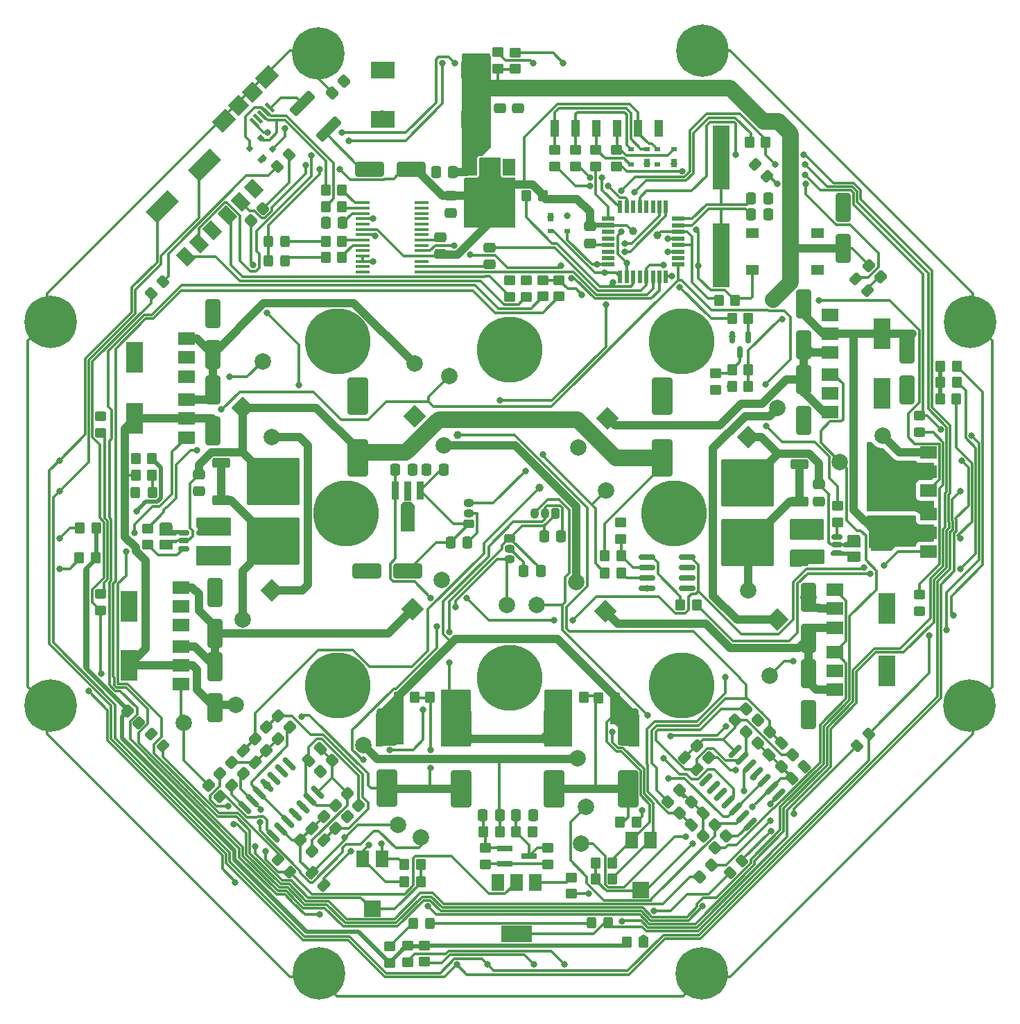
<source format=gbr>
%TF.GenerationSoftware,KiCad,Pcbnew,7.0.6*%
%TF.CreationDate,2023-08-13T13:34:14+02:00*%
%TF.ProjectId,MagLev,4d61674c-6576-42e6-9b69-6361645f7063,V1.0*%
%TF.SameCoordinates,Original*%
%TF.FileFunction,Copper,L1,Top*%
%TF.FilePolarity,Positive*%
%FSLAX46Y46*%
G04 Gerber Fmt 4.6, Leading zero omitted, Abs format (unit mm)*
G04 Created by KiCad (PCBNEW 7.0.6) date 2023-08-13 13:34:14*
%MOMM*%
%LPD*%
G01*
G04 APERTURE LIST*
G04 Aperture macros list*
%AMRoundRect*
0 Rectangle with rounded corners*
0 $1 Rounding radius*
0 $2 $3 $4 $5 $6 $7 $8 $9 X,Y pos of 4 corners*
0 Add a 4 corners polygon primitive as box body*
4,1,4,$2,$3,$4,$5,$6,$7,$8,$9,$2,$3,0*
0 Add four circle primitives for the rounded corners*
1,1,$1+$1,$2,$3*
1,1,$1+$1,$4,$5*
1,1,$1+$1,$6,$7*
1,1,$1+$1,$8,$9*
0 Add four rect primitives between the rounded corners*
20,1,$1+$1,$2,$3,$4,$5,0*
20,1,$1+$1,$4,$5,$6,$7,0*
20,1,$1+$1,$6,$7,$8,$9,0*
20,1,$1+$1,$8,$9,$2,$3,0*%
%AMRotRect*
0 Rectangle, with rotation*
0 The origin of the aperture is its center*
0 $1 length*
0 $2 width*
0 $3 Rotation angle, in degrees counterclockwise*
0 Add horizontal line*
21,1,$1,$2,0,0,$3*%
G04 Aperture macros list end*
%TA.AperFunction,SMDPad,CuDef*%
%ADD10C,2.000000*%
%TD*%
%TA.AperFunction,SMDPad,CuDef*%
%ADD11R,2.000000X1.500000*%
%TD*%
%TA.AperFunction,SMDPad,CuDef*%
%ADD12R,2.000000X3.800000*%
%TD*%
%TA.AperFunction,SMDPad,CuDef*%
%ADD13RoundRect,0.250000X0.565685X0.070711X0.070711X0.565685X-0.565685X-0.070711X-0.070711X-0.565685X0*%
%TD*%
%TA.AperFunction,SMDPad,CuDef*%
%ADD14RoundRect,0.250000X-0.337500X-0.475000X0.337500X-0.475000X0.337500X0.475000X-0.337500X0.475000X0*%
%TD*%
%TA.AperFunction,SMDPad,CuDef*%
%ADD15RoundRect,0.250000X-0.350000X-0.450000X0.350000X-0.450000X0.350000X0.450000X-0.350000X0.450000X0*%
%TD*%
%TA.AperFunction,SMDPad,CuDef*%
%ADD16RoundRect,0.250000X-0.450000X0.350000X-0.450000X-0.350000X0.450000X-0.350000X0.450000X0.350000X0*%
%TD*%
%TA.AperFunction,SMDPad,CuDef*%
%ADD17RoundRect,0.250000X1.000000X-2.000000X1.000000X2.000000X-1.000000X2.000000X-1.000000X-2.000000X0*%
%TD*%
%TA.AperFunction,SMDPad,CuDef*%
%ADD18RoundRect,0.250000X1.275000X1.125000X-1.275000X1.125000X-1.275000X-1.125000X1.275000X-1.125000X0*%
%TD*%
%TA.AperFunction,SMDPad,CuDef*%
%ADD19RoundRect,0.249997X2.950003X2.650003X-2.950003X2.650003X-2.950003X-2.650003X2.950003X-2.650003X0*%
%TD*%
%TA.AperFunction,SMDPad,CuDef*%
%ADD20RoundRect,0.250000X0.850000X0.350000X-0.850000X0.350000X-0.850000X-0.350000X0.850000X-0.350000X0*%
%TD*%
%TA.AperFunction,SMDPad,CuDef*%
%ADD21RoundRect,0.250000X-0.475000X0.337500X-0.475000X-0.337500X0.475000X-0.337500X0.475000X0.337500X0*%
%TD*%
%TA.AperFunction,SMDPad,CuDef*%
%ADD22R,3.000000X2.000000*%
%TD*%
%TA.AperFunction,SMDPad,CuDef*%
%ADD23RotRect,2.000000X1.500000X135.000000*%
%TD*%
%TA.AperFunction,SMDPad,CuDef*%
%ADD24RotRect,2.000000X3.800000X135.000000*%
%TD*%
%TA.AperFunction,SMDPad,CuDef*%
%ADD25RoundRect,0.250000X-0.088388X0.548008X-0.548008X0.088388X0.088388X-0.548008X0.548008X-0.088388X0*%
%TD*%
%TA.AperFunction,SMDPad,CuDef*%
%ADD26RoundRect,0.250000X0.350000X0.450000X-0.350000X0.450000X-0.350000X-0.450000X0.350000X-0.450000X0*%
%TD*%
%TA.AperFunction,SMDPad,CuDef*%
%ADD27RoundRect,0.250000X0.070711X-0.565685X0.565685X-0.070711X-0.070711X0.565685X-0.565685X0.070711X0*%
%TD*%
%TA.AperFunction,SMDPad,CuDef*%
%ADD28RoundRect,0.250000X0.548008X0.088388X0.088388X0.548008X-0.548008X-0.088388X-0.088388X-0.548008X0*%
%TD*%
%TA.AperFunction,SMDPad,CuDef*%
%ADD29RoundRect,0.250000X-0.850000X-0.350000X0.850000X-0.350000X0.850000X0.350000X-0.850000X0.350000X0*%
%TD*%
%TA.AperFunction,SMDPad,CuDef*%
%ADD30RoundRect,0.250000X-1.275000X-1.125000X1.275000X-1.125000X1.275000X1.125000X-1.275000X1.125000X0*%
%TD*%
%TA.AperFunction,SMDPad,CuDef*%
%ADD31RoundRect,0.249997X-2.950003X-2.650003X2.950003X-2.650003X2.950003X2.650003X-2.950003X2.650003X0*%
%TD*%
%TA.AperFunction,SMDPad,CuDef*%
%ADD32RoundRect,0.250000X0.450000X-0.350000X0.450000X0.350000X-0.450000X0.350000X-0.450000X-0.350000X0*%
%TD*%
%TA.AperFunction,SMDPad,CuDef*%
%ADD33RoundRect,0.250000X-0.650000X1.500000X-0.650000X-1.500000X0.650000X-1.500000X0.650000X1.500000X0*%
%TD*%
%TA.AperFunction,ComponentPad*%
%ADD34C,6.400000*%
%TD*%
%TA.AperFunction,SMDPad,CuDef*%
%ADD35RoundRect,0.250000X0.088388X-0.548008X0.548008X-0.088388X-0.088388X0.548008X-0.548008X0.088388X0*%
%TD*%
%TA.AperFunction,SMDPad,CuDef*%
%ADD36R,1.600000X2.000000*%
%TD*%
%TA.AperFunction,SMDPad,CuDef*%
%ADD37R,2.000000X2.000000*%
%TD*%
%TA.AperFunction,SMDPad,CuDef*%
%ADD38RoundRect,0.250000X0.475000X-0.337500X0.475000X0.337500X-0.475000X0.337500X-0.475000X-0.337500X0*%
%TD*%
%TA.AperFunction,SMDPad,CuDef*%
%ADD39RoundRect,0.250000X-0.070711X0.565685X-0.565685X0.070711X0.070711X-0.565685X0.565685X-0.070711X0*%
%TD*%
%TA.AperFunction,SMDPad,CuDef*%
%ADD40RoundRect,0.150000X0.512500X0.150000X-0.512500X0.150000X-0.512500X-0.150000X0.512500X-0.150000X0*%
%TD*%
%TA.AperFunction,SMDPad,CuDef*%
%ADD41RoundRect,0.250000X-1.000000X2.000000X-1.000000X-2.000000X1.000000X-2.000000X1.000000X2.000000X0*%
%TD*%
%TA.AperFunction,SMDPad,CuDef*%
%ADD42R,1.500000X2.000000*%
%TD*%
%TA.AperFunction,SMDPad,CuDef*%
%ADD43R,3.800000X2.000000*%
%TD*%
%TA.AperFunction,SMDPad,CuDef*%
%ADD44R,0.900000X2.300000*%
%TD*%
%TA.AperFunction,SMDPad,CuDef*%
%ADD45R,0.900000X2.475000*%
%TD*%
%TA.AperFunction,SMDPad,CuDef*%
%ADD46RoundRect,0.250000X-0.565685X-0.070711X-0.070711X-0.565685X0.565685X0.070711X0.070711X0.565685X0*%
%TD*%
%TA.AperFunction,SMDPad,CuDef*%
%ADD47RoundRect,0.250000X1.308148X0.742462X0.742462X1.308148X-1.308148X-0.742462X-0.742462X-1.308148X0*%
%TD*%
%TA.AperFunction,SMDPad,CuDef*%
%ADD48RotRect,0.400000X1.400000X225.000000*%
%TD*%
%TA.AperFunction,SMDPad,CuDef*%
%ADD49RotRect,2.300000X1.900000X225.000000*%
%TD*%
%TA.AperFunction,SMDPad,CuDef*%
%ADD50RotRect,1.800000X1.900000X225.000000*%
%TD*%
%TA.AperFunction,SMDPad,CuDef*%
%ADD51RoundRect,0.250000X-0.548008X-0.088388X-0.088388X-0.548008X0.548008X0.088388X0.088388X0.548008X0*%
%TD*%
%TA.AperFunction,SMDPad,CuDef*%
%ADD52RoundRect,0.250000X0.337500X0.475000X-0.337500X0.475000X-0.337500X-0.475000X0.337500X-0.475000X0*%
%TD*%
%TA.AperFunction,SMDPad,CuDef*%
%ADD53R,1.750000X0.450000*%
%TD*%
%TA.AperFunction,SMDPad,CuDef*%
%ADD54RoundRect,0.250000X-0.450000X0.325000X-0.450000X-0.325000X0.450000X-0.325000X0.450000X0.325000X0*%
%TD*%
%TA.AperFunction,SMDPad,CuDef*%
%ADD55RoundRect,0.250000X-0.097227X0.574524X-0.574524X0.097227X0.097227X-0.574524X0.574524X-0.097227X0*%
%TD*%
%TA.AperFunction,SMDPad,CuDef*%
%ADD56R,1.600000X0.550000*%
%TD*%
%TA.AperFunction,SMDPad,CuDef*%
%ADD57R,0.550000X1.600000*%
%TD*%
%TA.AperFunction,SMDPad,CuDef*%
%ADD58RoundRect,0.250000X0.450000X-0.325000X0.450000X0.325000X-0.450000X0.325000X-0.450000X-0.325000X0*%
%TD*%
%TA.AperFunction,SMDPad,CuDef*%
%ADD59R,1.000000X2.000000*%
%TD*%
%TA.AperFunction,SMDPad,CuDef*%
%ADD60RoundRect,0.250000X0.574524X0.097227X0.097227X0.574524X-0.574524X-0.097227X-0.097227X-0.574524X0*%
%TD*%
%TA.AperFunction,SMDPad,CuDef*%
%ADD61RoundRect,0.250000X-0.574524X-0.097227X-0.097227X-0.574524X0.574524X0.097227X0.097227X0.574524X0*%
%TD*%
%TA.AperFunction,SMDPad,CuDef*%
%ADD62RoundRect,0.150000X-0.512500X-0.150000X0.512500X-0.150000X0.512500X0.150000X-0.512500X0.150000X0*%
%TD*%
%TA.AperFunction,SMDPad,CuDef*%
%ADD63R,0.700000X1.000000*%
%TD*%
%TA.AperFunction,SMDPad,CuDef*%
%ADD64R,0.700000X0.600000*%
%TD*%
%TA.AperFunction,SMDPad,CuDef*%
%ADD65RoundRect,0.250000X1.500000X0.650000X-1.500000X0.650000X-1.500000X-0.650000X1.500000X-0.650000X0*%
%TD*%
%TA.AperFunction,SMDPad,CuDef*%
%ADD66RotRect,0.700000X1.000000X135.000000*%
%TD*%
%TA.AperFunction,SMDPad,CuDef*%
%ADD67RotRect,0.700000X0.600000X135.000000*%
%TD*%
%TA.AperFunction,SMDPad,CuDef*%
%ADD68RoundRect,0.250000X-0.325000X-0.450000X0.325000X-0.450000X0.325000X0.450000X-0.325000X0.450000X0*%
%TD*%
%TA.AperFunction,SMDPad,CuDef*%
%ADD69RoundRect,0.250000X0.650000X-1.500000X0.650000X1.500000X-0.650000X1.500000X-0.650000X-1.500000X0*%
%TD*%
%TA.AperFunction,SMDPad,CuDef*%
%ADD70RoundRect,0.250000X0.325000X0.450000X-0.325000X0.450000X-0.325000X-0.450000X0.325000X-0.450000X0*%
%TD*%
%TA.AperFunction,SMDPad,CuDef*%
%ADD71RoundRect,0.150000X-0.825000X-0.150000X0.825000X-0.150000X0.825000X0.150000X-0.825000X0.150000X0*%
%TD*%
%TA.AperFunction,SMDPad,CuDef*%
%ADD72RoundRect,0.150000X-0.150000X0.587500X-0.150000X-0.587500X0.150000X-0.587500X0.150000X0.587500X0*%
%TD*%
%TA.AperFunction,SMDPad,CuDef*%
%ADD73R,1.550000X1.300000*%
%TD*%
%TA.AperFunction,SMDPad,CuDef*%
%ADD74R,2.000000X7.875000*%
%TD*%
%TA.AperFunction,SMDPad,CuDef*%
%ADD75RoundRect,0.250000X0.097227X-0.574524X0.574524X-0.097227X-0.097227X0.574524X-0.574524X0.097227X0*%
%TD*%
%TA.AperFunction,SMDPad,CuDef*%
%ADD76R,1.900000X0.800000*%
%TD*%
%TA.AperFunction,SMDPad,CuDef*%
%ADD77RoundRect,0.150000X-0.689429X0.477297X0.477297X-0.689429X0.689429X-0.477297X-0.477297X0.689429X0*%
%TD*%
%TA.AperFunction,SMDPad,CuDef*%
%ADD78RoundRect,0.150000X-0.477297X-0.689429X0.689429X0.477297X0.477297X0.689429X-0.689429X-0.477297X0*%
%TD*%
%TA.AperFunction,ComponentPad*%
%ADD79C,8.000000*%
%TD*%
%TA.AperFunction,ComponentPad*%
%ADD80RotRect,2.000000X2.000000X315.000000*%
%TD*%
%TA.AperFunction,ComponentPad*%
%ADD81C,2.000000*%
%TD*%
%TA.AperFunction,ComponentPad*%
%ADD82RoundRect,0.249900X0.275100X0.400100X-0.275100X0.400100X-0.275100X-0.400100X0.275100X-0.400100X0*%
%TD*%
%TA.AperFunction,ComponentPad*%
%ADD83O,1.050000X1.300000*%
%TD*%
%TA.AperFunction,ComponentPad*%
%ADD84RotRect,2.000000X2.000000X45.000000*%
%TD*%
%TA.AperFunction,ComponentPad*%
%ADD85RotRect,2.000000X2.000000X225.000000*%
%TD*%
%TA.AperFunction,ComponentPad*%
%ADD86RotRect,2.000000X2.000000X135.000000*%
%TD*%
%TA.AperFunction,ComponentPad*%
%ADD87RoundRect,0.249900X0.400100X-0.275100X0.400100X0.275100X-0.400100X0.275100X-0.400100X-0.275100X0*%
%TD*%
%TA.AperFunction,ComponentPad*%
%ADD88O,1.300000X1.050000*%
%TD*%
%TA.AperFunction,ComponentPad*%
%ADD89RoundRect,0.249900X-0.400100X0.275100X-0.400100X-0.275100X0.400100X-0.275100X0.400100X0.275100X0*%
%TD*%
%TA.AperFunction,ViaPad*%
%ADD90C,0.800000*%
%TD*%
%TA.AperFunction,ViaPad*%
%ADD91C,2.000000*%
%TD*%
%TA.AperFunction,ViaPad*%
%ADD92C,1.000000*%
%TD*%
%TA.AperFunction,Conductor*%
%ADD93C,0.300000*%
%TD*%
%TA.AperFunction,Conductor*%
%ADD94C,1.000000*%
%TD*%
%TA.AperFunction,Conductor*%
%ADD95C,0.200000*%
%TD*%
%TA.AperFunction,Conductor*%
%ADD96C,2.000000*%
%TD*%
%TA.AperFunction,Conductor*%
%ADD97C,0.500000*%
%TD*%
G04 APERTURE END LIST*
%TA.AperFunction,EtchedComponent*%
%TO.C,U3*%
G36*
X140766500Y-100538800D02*
G01*
X139033500Y-100538800D01*
X139450000Y-100125000D01*
X140350000Y-100125000D01*
X140766500Y-100538800D01*
G37*
%TD.AperFunction*%
%TA.AperFunction,EtchedComponent*%
G36*
X140766500Y-103749400D02*
G01*
X139033500Y-103749400D01*
X139033500Y-100538800D01*
X140766500Y-100538800D01*
X140766500Y-103749400D01*
G37*
%TD.AperFunction*%
%TD*%
D10*
%TO.P,TP7,1,1*%
%TO.N,/H2*%
X152000000Y-112700000D03*
%TD*%
D11*
%TO.P,Q8,1,C*%
%TO.N,/DR*%
X112200000Y-120100000D03*
D12*
X105900000Y-120100000D03*
D11*
%TO.P,Q8,2,B*%
%TO.N,Net-(Q8-B)*%
X112200000Y-122400000D03*
%TO.P,Q8,3,E*%
%TO.N,/X2*%
X112200000Y-117800000D03*
%TD*%
D13*
%TO.P,R73,1*%
%TO.N,Net-(D49-A)*%
X197657107Y-72707107D03*
%TO.P,R73,2*%
%TO.N,VCC*%
X196242893Y-71292893D03*
%TD*%
D14*
%TO.P,C35,1*%
%TO.N,/Vreg*%
X145150000Y-105100000D03*
%TO.P,C35,2*%
%TO.N,GND*%
X147225000Y-105100000D03*
%TD*%
D15*
%TO.P,R57,1*%
%TO.N,/Vref+*%
X159400000Y-124000000D03*
%TO.P,R57,2*%
%TO.N,Net-(U1B-+)*%
X161400000Y-124000000D03*
%TD*%
D16*
%TO.P,R51,1*%
%TO.N,/CoilPWM*%
X192421384Y-100621384D03*
%TO.P,R51,2*%
%TO.N,Net-(U13-IN)*%
X192421384Y-102621384D03*
%TD*%
D17*
%TO.P,C4,1*%
%TO.N,Net-(U1B-+)*%
X166800000Y-135150000D03*
%TO.P,C4,2*%
%TO.N,/Vref-*%
X166800000Y-127650000D03*
%TD*%
D18*
%TO.P,D34,1,K*%
%TO.N,VCC*%
X183096384Y-99396384D03*
X183096384Y-96346384D03*
D19*
X181421384Y-97871384D03*
D18*
X179746384Y-99396384D03*
X179746384Y-96346384D03*
D20*
%TO.P,D34,2,A*%
%TO.N,Net-(D34-A)*%
X187721384Y-100151384D03*
X187721384Y-95591384D03*
%TD*%
D21*
%TO.P,C30,1*%
%TO.N,VCC*%
X114400000Y-96812500D03*
%TO.P,C30,2*%
%TO.N,GND*%
X114400000Y-98887500D03*
%TD*%
D13*
%TO.P,R71,1*%
%TO.N,Net-(D43-A)*%
X107107107Y-127107107D03*
%TO.P,R71,2*%
%TO.N,VCC*%
X105692893Y-125692893D03*
%TD*%
D11*
%TO.P,Q1,1,C*%
%TO.N,/DR*%
X192100000Y-113200000D03*
D12*
X198400000Y-113200000D03*
D11*
%TO.P,Q1,2,B*%
%TO.N,Net-(Q1-B)*%
X192100000Y-110900000D03*
%TO.P,Q1,3,E*%
%TO.N,/Y1*%
X192100000Y-115500000D03*
%TD*%
D22*
%TO.P,J1,1*%
%TO.N,VCC*%
X147850000Y-47450000D03*
X147850000Y-53450000D03*
%TO.P,J1,2*%
%TO.N,GND*%
X136850000Y-53450000D03*
%TO.P,J1,3*%
X136850000Y-47450000D03*
%TD*%
D17*
%TO.P,C23,1*%
%TO.N,VCC*%
X171000000Y-94750000D03*
%TO.P,C23,2*%
%TO.N,GND*%
X171000000Y-87250000D03*
%TD*%
D23*
%TO.P,Q14,1,C*%
%TO.N,Net-(D21-K)*%
X119527386Y-63527386D03*
D24*
X115072614Y-59072614D03*
D23*
%TO.P,Q14,2,B*%
%TO.N,Net-(Q14-B)*%
X117901041Y-65153732D03*
%TO.P,Q14,3,E*%
%TO.N,GND*%
X121153732Y-61901041D03*
%TD*%
D25*
%TO.P,D38,1,K*%
%TO.N,Net-(D36-K)*%
X196224784Y-128475216D03*
%TO.P,D38,2,A*%
%TO.N,Net-(D37-K)*%
X194775216Y-129924784D03*
%TD*%
D26*
%TO.P,R61,1*%
%TO.N,Net-(D47-A)*%
X206950000Y-83575000D03*
%TO.P,R61,2*%
%TO.N,VCC*%
X204950000Y-83575000D03*
%TD*%
D27*
%TO.P,R6,1*%
%TO.N,Net-(C25-Pad1)*%
X179859337Y-126810757D03*
%TO.P,R6,2*%
%TO.N,Net-(U1D--)*%
X181273551Y-125396543D03*
%TD*%
D26*
%TO.P,R46,1*%
%TO.N,Net-(D18-A)*%
X206925000Y-87600000D03*
%TO.P,R46,2*%
%TO.N,VCC*%
X204925000Y-87600000D03*
%TD*%
D28*
%TO.P,D43,1,K*%
%TO.N,Net-(D43-K)*%
X110024784Y-129924784D03*
%TO.P,D43,2,A*%
%TO.N,Net-(D43-A)*%
X108575216Y-128475216D03*
%TD*%
D29*
%TO.P,Q13,1,G*%
%TO.N,Net-(Q13-G)*%
X117200000Y-102700000D03*
D30*
%TO.P,Q13,2,D*%
%TO.N,Net-(D35-A)*%
X121825000Y-103455000D03*
X121825000Y-106505000D03*
D31*
X123500000Y-104980000D03*
D30*
X125175000Y-103455000D03*
X125175000Y-106505000D03*
D29*
%TO.P,Q13,3,S*%
%TO.N,GND*%
X117200000Y-107260000D03*
%TD*%
D26*
%TO.P,R39,1*%
%TO.N,Net-(U8-USBD-)*%
X131900000Y-64100000D03*
%TO.P,R39,2*%
%TO.N,Net-(J4-D-)*%
X129900000Y-64100000D03*
%TD*%
D27*
%TO.P,R8,1*%
%TO.N,Net-(U1D--)*%
X181259337Y-128210757D03*
%TO.P,R8,2*%
%TO.N,/H1*%
X182673551Y-126796543D03*
%TD*%
D32*
%TO.P,R56,1*%
%TO.N,/MCU/PB5_SCK*%
X162900000Y-59200000D03*
%TO.P,R56,2*%
%TO.N,Net-(J2-Pin_4)*%
X162900000Y-57200000D03*
%TD*%
D15*
%TO.P,R34,1*%
%TO.N,Net-(U1D-+)*%
X162900000Y-144200000D03*
%TO.P,R34,2*%
%TO.N,/Vref-*%
X164900000Y-144200000D03*
%TD*%
%TO.P,R15,1*%
%TO.N,VCC*%
X164000000Y-106700000D03*
%TO.P,R15,2*%
%TO.N,Net-(U5A--)*%
X166000000Y-106700000D03*
%TD*%
D11*
%TO.P,Q5,1,C*%
%TO.N,/DR*%
X203500000Y-103950000D03*
D12*
X197200000Y-103950000D03*
D11*
%TO.P,Q5,2,B*%
%TO.N,Net-(Q5-B)*%
X203500000Y-106250000D03*
%TO.P,Q5,3,E*%
%TO.N,/Vcc_en*%
X203500000Y-101650000D03*
%TD*%
D13*
%TO.P,R31,1*%
%TO.N,Net-(U2B-+)*%
X125493908Y-127678171D03*
%TO.P,R31,2*%
%TO.N,/X2*%
X124079694Y-126263957D03*
%TD*%
D33*
%TO.P,D1,1,K*%
%TO.N,/DR*%
X188835786Y-111805278D03*
%TO.P,D1,2,A*%
%TO.N,/Y1*%
X188835786Y-116805278D03*
%TD*%
D34*
%TO.P,H5,1,1*%
%TO.N,Earth*%
X208550000Y-78200000D03*
%TD*%
D21*
%TO.P,C29,1*%
%TO.N,VCC*%
X190150000Y-98025000D03*
%TO.P,C29,2*%
%TO.N,GND*%
X190150000Y-100100000D03*
%TD*%
D30*
%TO.P,D35,1,K*%
%TO.N,VCC*%
X121800000Y-96150000D03*
X121800000Y-99200000D03*
D31*
X123475000Y-97675000D03*
D30*
X125150000Y-96150000D03*
X125150000Y-99200000D03*
D29*
%TO.P,D35,2,A*%
%TO.N,Net-(D35-A)*%
X117175000Y-95395000D03*
X117175000Y-99955000D03*
%TD*%
D10*
%TO.P,TP6,1,1*%
%TO.N,Net-(U12-OUTPUT)*%
X164125000Y-98725000D03*
%TD*%
D35*
%TO.P,D36,1,K*%
%TO.N,Net-(D36-K)*%
X108575216Y-74724784D03*
%TO.P,D36,2,A*%
%TO.N,Net-(D33-K)*%
X110024784Y-73275216D03*
%TD*%
D16*
%TO.P,R12,1*%
%TO.N,Net-(D12-A)*%
X150900000Y-45275000D03*
%TO.P,R12,2*%
%TO.N,VCC*%
X150900000Y-47275000D03*
%TD*%
D10*
%TO.P,TP14,1,1*%
%TO.N,Net-(Q3-B)*%
X122200000Y-83000000D03*
%TD*%
D34*
%TO.P,H2,1,1*%
%TO.N,Earth*%
X129000000Y-45450000D03*
%TD*%
D21*
%TO.P,C32,1*%
%TO.N,VCC*%
X151150000Y-50062500D03*
%TO.P,C32,2*%
%TO.N,GND*%
X151150000Y-52137500D03*
%TD*%
D36*
%TO.P,RV2,1,1*%
%TO.N,/Vref-*%
X134425000Y-143752000D03*
D37*
%TO.P,RV2,2,2*%
%TO.N,Net-(U2D-+)*%
X135600000Y-149848000D03*
D36*
%TO.P,RV2,3,3*%
%TO.N,/Vref+*%
X136775000Y-143752000D03*
%TD*%
D38*
%TO.P,C19,1*%
%TO.N,VCC*%
X110425000Y-105395000D03*
%TO.P,C19,2*%
%TO.N,GND*%
X110425000Y-103320000D03*
%TD*%
D33*
%TO.P,D5,1,K*%
%TO.N,/DR*%
X188256430Y-76000000D03*
%TO.P,D5,2,A*%
%TO.N,/Y2*%
X188256430Y-81000000D03*
%TD*%
D39*
%TO.P,R33,1*%
%TO.N,Net-(C27-Pad2)*%
X173122049Y-135331393D03*
%TO.P,R33,2*%
%TO.N,/X1*%
X171707835Y-136745607D03*
%TD*%
D26*
%TO.P,R21,1*%
%TO.N,Net-(U2D-+)*%
X141500000Y-144400000D03*
%TO.P,R21,2*%
%TO.N,/Vref+*%
X139500000Y-144400000D03*
%TD*%
D40*
%TO.P,U13,1,GND*%
%TO.N,GND*%
X192337500Y-106350000D03*
%TO.P,U13,2,Vdd*%
%TO.N,VCC*%
X192337500Y-105400000D03*
%TO.P,U13,3,IN*%
%TO.N,Net-(U13-IN)*%
X192337500Y-104450000D03*
%TO.P,U13,4,GND*%
%TO.N,GND*%
X190062500Y-104450000D03*
%TO.P,U13,5,OUT*%
%TO.N,Net-(Q12-G)*%
X190062500Y-106350000D03*
%TD*%
D41*
%TO.P,C3,1*%
%TO.N,/Vref+*%
X157800000Y-127700000D03*
%TO.P,C3,2*%
%TO.N,Net-(U1B-+)*%
X157800000Y-135200000D03*
%TD*%
D16*
%TO.P,R68,1*%
%TO.N,Net-(Q11-C)*%
X177500000Y-84500000D03*
%TO.P,R68,2*%
%TO.N,GND*%
X177500000Y-86500000D03*
%TD*%
D42*
%TO.P,U9,1,GND*%
%TO.N,GND*%
X152250000Y-59350000D03*
%TO.P,U9,2,VO*%
%TO.N,+5V*%
X149950000Y-59350000D03*
D43*
X149950000Y-65650000D03*
D42*
%TO.P,U9,3,VI*%
%TO.N,VCC*%
X147650000Y-59350000D03*
%TD*%
D16*
%TO.P,R72,1*%
%TO.N,Net-(D45-A)*%
X137700000Y-154400000D03*
%TO.P,R72,2*%
%TO.N,VCC*%
X137700000Y-156400000D03*
%TD*%
D44*
%TO.P,U3,1,OUT*%
%TO.N,/Vreg*%
X141400000Y-98800000D03*
D45*
%TO.P,U3,2,GND*%
%TO.N,GND*%
X139900000Y-98887500D03*
D44*
%TO.P,U3,3,IN*%
%TO.N,/Vcc_en*%
X138400000Y-98800000D03*
%TD*%
D21*
%TO.P,C15,1*%
%TO.N,/MCU/RESET*%
X149900000Y-69100000D03*
%TO.P,C15,2*%
%TO.N,Net-(U8-DTR)*%
X149900000Y-71175000D03*
%TD*%
D32*
%TO.P,R42,1*%
%TO.N,Net-(D24-A)*%
X139925000Y-156300000D03*
%TO.P,R42,2*%
%TO.N,VCC*%
X139925000Y-154300000D03*
%TD*%
%TO.P,R41,1*%
%TO.N,Net-(Q14-B)*%
X152325000Y-75125000D03*
%TO.P,R41,2*%
%TO.N,/MCU/LED_UV*%
X152325000Y-73125000D03*
%TD*%
D15*
%TO.P,R9,1*%
%TO.N,Net-(U1D-+)*%
X162900000Y-146200000D03*
%TO.P,R9,2*%
%TO.N,/Vref+*%
X164900000Y-146200000D03*
%TD*%
D32*
%TO.P,R49,1*%
%TO.N,/MCU/Touch2*%
X158400000Y-75100000D03*
%TO.P,R49,2*%
%TO.N,/MCU/TouchCom*%
X158400000Y-73100000D03*
%TD*%
D15*
%TO.P,R27,1*%
%TO.N,Net-(R27-Pad1)*%
X173200000Y-112700000D03*
%TO.P,R27,2*%
%TO.N,Net-(Q5-B)*%
X175200000Y-112700000D03*
%TD*%
%TO.P,R63,1*%
%TO.N,Net-(D40-K)*%
X129900000Y-70350000D03*
%TO.P,R63,2*%
%TO.N,Net-(U8-CBUS0)*%
X131900000Y-70350000D03*
%TD*%
D41*
%TO.P,C6,1*%
%TO.N,/Vref+*%
X146400000Y-127700000D03*
%TO.P,C6,2*%
%TO.N,Net-(U2B-+)*%
X146400000Y-135200000D03*
%TD*%
D34*
%TO.P,H6,1,1*%
%TO.N,Earth*%
X208500000Y-125000000D03*
%TD*%
D35*
%TO.P,D33,1,K*%
%TO.N,Net-(D33-K)*%
X123975216Y-59224784D03*
%TO.P,D33,2,A*%
%TO.N,Net-(D33-A)*%
X125424784Y-57775216D03*
%TD*%
D46*
%TO.P,R23,1*%
%TO.N,Net-(U2C--)*%
X126833005Y-141399748D03*
%TO.P,R23,2*%
%TO.N,Net-(C24-Pad1)*%
X128247219Y-142813962D03*
%TD*%
D47*
%TO.P,F1,1*%
%TO.N,Net-(D28-A)*%
X130223313Y-54673313D03*
%TO.P,F1,2*%
%TO.N,Net-(J4-VBUS)*%
X127076687Y-51526687D03*
%TD*%
D26*
%TO.P,R67,1*%
%TO.N,Net-(Q18-B)*%
X181500000Y-86100000D03*
%TO.P,R67,2*%
%TO.N,VCC*%
X179500000Y-86100000D03*
%TD*%
D11*
%TO.P,Q9,1,C*%
%TO.N,GND*%
X112199999Y-112900000D03*
D12*
X105899999Y-112900000D03*
D11*
%TO.P,Q9,2,B*%
%TO.N,Net-(Q8-B)*%
X112199999Y-115200000D03*
%TO.P,Q9,3,E*%
%TO.N,/X2*%
X112199999Y-110600000D03*
%TD*%
D26*
%TO.P,R16,1*%
%TO.N,Net-(U5A-+)*%
X166000000Y-108800000D03*
%TO.P,R16,2*%
%TO.N,Net-(U12-OUTPUT)*%
X164000000Y-108800000D03*
%TD*%
%TO.P,R55,1*%
%TO.N,+5V*%
X156400000Y-62800000D03*
%TO.P,R55,2*%
%TO.N,/MCU/LightSense*%
X154400000Y-62800000D03*
%TD*%
D10*
%TO.P,TP21,1,1*%
%TO.N,Net-(U1B--)*%
X161700000Y-137400000D03*
%TD*%
D26*
%TO.P,R25,1*%
%TO.N,Net-(U2D-+)*%
X141500000Y-146500000D03*
%TO.P,R25,2*%
%TO.N,/Vref-*%
X139500000Y-146500000D03*
%TD*%
D34*
%TO.P,H3,1,1*%
%TO.N,Earth*%
X96300000Y-78200000D03*
%TD*%
D32*
%TO.P,R64,1*%
%TO.N,/MCU/RESET*%
X165400000Y-59200000D03*
%TO.P,R64,2*%
%TO.N,Net-(J2-Pin_3)*%
X165400000Y-57200000D03*
%TD*%
D27*
%TO.P,R24,1*%
%TO.N,Net-(C8-Pad1)*%
X129235786Y-133078427D03*
%TO.P,R24,2*%
%TO.N,Net-(C24-Pad1)*%
X130650000Y-131664213D03*
%TD*%
D16*
%TO.P,R70,1*%
%TO.N,Net-(Q15-B)*%
X159900000Y-146000000D03*
%TO.P,R70,2*%
%TO.N,/MCU/LED_bot*%
X159900000Y-148000000D03*
%TD*%
D48*
%TO.P,J4,1,VBUS*%
%TO.N,Net-(J4-VBUS)*%
X123036143Y-52044365D03*
%TO.P,J4,2,D-*%
%TO.N,Net-(J4-D-)*%
X122576524Y-52503984D03*
%TO.P,J4,3,D+*%
%TO.N,Net-(J4-D+)*%
X122116905Y-52963604D03*
%TO.P,J4,4,ID*%
%TO.N,unconnected-(J4-ID-Pad4)*%
X121657285Y-53423223D03*
%TO.P,J4,5,GND*%
%TO.N,GND*%
X121197666Y-53882842D03*
D49*
%TO.P,J4,6,Shield*%
%TO.N,Earth*%
X122753301Y-48296699D03*
D50*
X120914823Y-50135176D03*
X119288477Y-51761522D03*
D49*
X117450000Y-53600000D03*
%TD*%
D27*
%TO.P,R1,1*%
%TO.N,Net-(C27-Pad2)*%
X175976992Y-140961731D03*
%TO.P,R1,2*%
%TO.N,Net-(U1B--)*%
X177391206Y-139547517D03*
%TD*%
D51*
%TO.P,D50,1,K*%
%TO.N,Net-(D36-K)*%
X182350216Y-59000216D03*
%TO.P,D50,2,A*%
%TO.N,Net-(D49-K)*%
X183799784Y-60449784D03*
%TD*%
D14*
%TO.P,C11,1*%
%TO.N,Net-(U6-XTAL2{slash}PB7)*%
X181862500Y-63100000D03*
%TO.P,C11,2*%
%TO.N,GND*%
X183937500Y-63100000D03*
%TD*%
D39*
%TO.P,R65,1*%
%TO.N,Net-(D33-A)*%
X122214214Y-64385786D03*
%TO.P,R65,2*%
%TO.N,VCC*%
X120800000Y-65800000D03*
%TD*%
D52*
%TO.P,C16,1*%
%TO.N,VCC*%
X145437500Y-59900000D03*
%TO.P,C16,2*%
%TO.N,GND*%
X143362500Y-59900000D03*
%TD*%
D16*
%TO.P,R35,1*%
%TO.N,Net-(D20-A)*%
X153050000Y-45325000D03*
%TO.P,R35,2*%
%TO.N,VCC*%
X153050000Y-47325000D03*
%TD*%
D10*
%TO.P,TP20,1,1*%
%TO.N,Net-(U2B--)*%
X141500000Y-141100000D03*
%TD*%
D53*
%TO.P,U8,1,TXD*%
%TO.N,/MCU/RXD0*%
X141600000Y-72100000D03*
%TO.P,U8,2,DTR*%
%TO.N,Net-(U8-DTR)*%
X141600000Y-71450000D03*
%TO.P,U8,3,RTS*%
%TO.N,unconnected-(U8-RTS-Pad3)*%
X141600000Y-70800000D03*
%TO.P,U8,4,VCCIO*%
%TO.N,+5V*%
X141600000Y-70150000D03*
%TO.P,U8,5,RXD*%
%TO.N,/MCU/TXD0*%
X141600000Y-69500000D03*
%TO.P,U8,6,RI*%
%TO.N,unconnected-(U8-RI-Pad6)*%
X141600000Y-68850000D03*
%TO.P,U8,7,GND*%
%TO.N,GND*%
X141600000Y-68200000D03*
%TO.P,U8,8*%
%TO.N,N/C*%
X141600000Y-67550000D03*
%TO.P,U8,9,DCR*%
%TO.N,unconnected-(U8-DCR-Pad9)*%
X141600000Y-66900000D03*
%TO.P,U8,10,DCD*%
%TO.N,unconnected-(U8-DCD-Pad10)*%
X141600000Y-66250000D03*
%TO.P,U8,11,CTS*%
%TO.N,unconnected-(U8-CTS-Pad11)*%
X141600000Y-65600000D03*
%TO.P,U8,12,CBUS4*%
%TO.N,unconnected-(U8-CBUS4-Pad12)*%
X141600000Y-64950000D03*
%TO.P,U8,13,CBUS2*%
%TO.N,unconnected-(U8-CBUS2-Pad13)*%
X141600000Y-64300000D03*
%TO.P,U8,14,CBUS3*%
%TO.N,unconnected-(U8-CBUS3-Pad14)*%
X141600000Y-63650000D03*
%TO.P,U8,15,USBD+*%
%TO.N,Net-(U8-USBD+)*%
X134400000Y-63650000D03*
%TO.P,U8,16,USBD-*%
%TO.N,Net-(U8-USBD-)*%
X134400000Y-64300000D03*
%TO.P,U8,17,3V3OUT*%
%TO.N,Net-(U8-3V3OUT)*%
X134400000Y-64950000D03*
%TO.P,U8,18,GND*%
%TO.N,GND*%
X134400000Y-65600000D03*
%TO.P,U8,19,~{RESET}*%
%TO.N,unconnected-(U8-~{RESET}-Pad19)*%
X134400000Y-66250000D03*
%TO.P,U8,20,VCC*%
%TO.N,+5V*%
X134400000Y-66900000D03*
%TO.P,U8,21,GND*%
%TO.N,GND*%
X134400000Y-67550000D03*
%TO.P,U8,22,CBUS1*%
%TO.N,Net-(U8-CBUS1)*%
X134400000Y-68200000D03*
%TO.P,U8,23,CBUS0*%
%TO.N,Net-(U8-CBUS0)*%
X134400000Y-68850000D03*
%TO.P,U8,24*%
%TO.N,N/C*%
X134400000Y-69500000D03*
%TO.P,U8,25,AGND*%
%TO.N,GND*%
X134400000Y-70150000D03*
%TO.P,U8,26,TEST*%
X134400000Y-70800000D03*
%TO.P,U8,27,OSCI*%
%TO.N,unconnected-(U8-OSCI-Pad27)*%
X134400000Y-71450000D03*
%TO.P,U8,28,OSCO*%
%TO.N,unconnected-(U8-OSCO-Pad28)*%
X134400000Y-72100000D03*
%TD*%
D54*
%TO.P,D47,1,K*%
%TO.N,Net-(D47-K)*%
X202400000Y-111425000D03*
%TO.P,D47,2,A*%
%TO.N,Net-(D47-A)*%
X202400000Y-113475000D03*
%TD*%
D55*
%TO.P,C24,1*%
%TO.N,Net-(C24-Pad1)*%
X129235786Y-130250000D03*
%TO.P,C24,2*%
%TO.N,Net-(U2D--)*%
X127768540Y-131717246D03*
%TD*%
D15*
%TO.P,R37,1*%
%TO.N,Net-(D22-A)*%
X99775000Y-106975000D03*
%TO.P,R37,2*%
%TO.N,VCC*%
X101775000Y-106975000D03*
%TD*%
D17*
%TO.P,C22,1*%
%TO.N,VCC*%
X133800000Y-94750000D03*
%TO.P,C22,2*%
%TO.N,GND*%
X133800000Y-87250000D03*
%TD*%
D56*
%TO.P,U6,1,PD3*%
%TO.N,/CoilPWM*%
X172900000Y-71200000D03*
%TO.P,U6,2,PD4*%
%TO.N,unconnected-(U6-PD4-Pad2)*%
X172900000Y-70400000D03*
%TO.P,U6,3,GND*%
%TO.N,GND*%
X172900000Y-69600000D03*
%TO.P,U6,4,VCC*%
%TO.N,+5V*%
X172900000Y-68800000D03*
%TO.P,U6,5,GND*%
%TO.N,GND*%
X172900000Y-68000000D03*
%TO.P,U6,6,VCC*%
%TO.N,+5V*%
X172900000Y-67200000D03*
%TO.P,U6,7,XTAL1/PB6*%
%TO.N,Net-(U6-XTAL1{slash}PB6)*%
X172900000Y-66400000D03*
%TO.P,U6,8,XTAL2/PB7*%
%TO.N,Net-(U6-XTAL2{slash}PB7)*%
X172900000Y-65600000D03*
D57*
%TO.P,U6,9,PD5*%
%TO.N,/MCU/LED_WH*%
X171450000Y-64150000D03*
%TO.P,U6,10,PD6*%
%TO.N,/MCU/LED_UV*%
X170650000Y-64150000D03*
%TO.P,U6,11,PD7*%
%TO.N,unconnected-(U6-PD7-Pad11)*%
X169850000Y-64150000D03*
%TO.P,U6,12,PB0*%
%TO.N,unconnected-(U6-PB0-Pad12)*%
X169050000Y-64150000D03*
%TO.P,U6,13,PB1*%
%TO.N,/MCU/LED_bot*%
X168250000Y-64150000D03*
%TO.P,U6,14,PB2*%
%TO.N,unconnected-(U6-PB2-Pad14)*%
X167450000Y-64150000D03*
%TO.P,U6,15,PB3*%
%TO.N,/MCU/PB3_MOSI*%
X166650000Y-64150000D03*
%TO.P,U6,16,PB4*%
%TO.N,/MCU/PB4_MISO*%
X165850000Y-64150000D03*
D56*
%TO.P,U6,17,PB5*%
%TO.N,/MCU/PB5_SCK*%
X164400000Y-65600000D03*
%TO.P,U6,18,AVCC*%
%TO.N,+5V*%
X164400000Y-66400000D03*
%TO.P,U6,19,ADC6*%
%TO.N,unconnected-(U6-ADC6-Pad19)*%
X164400000Y-67200000D03*
%TO.P,U6,20,AREF*%
%TO.N,unconnected-(U6-AREF-Pad20)*%
X164400000Y-68000000D03*
%TO.P,U6,21,GND*%
%TO.N,GND*%
X164400000Y-68800000D03*
%TO.P,U6,22,ADC7*%
%TO.N,unconnected-(U6-ADC7-Pad22)*%
X164400000Y-69600000D03*
%TO.P,U6,23,PC0*%
%TO.N,unconnected-(U6-PC0-Pad23)*%
X164400000Y-70400000D03*
%TO.P,U6,24,PC1*%
%TO.N,/MCU/Touch2*%
X164400000Y-71200000D03*
D57*
%TO.P,U6,25,PC2*%
%TO.N,/MCU/Touch1*%
X165850000Y-72650000D03*
%TO.P,U6,26,PC3*%
%TO.N,/MCU/TouchCom*%
X166650000Y-72650000D03*
%TO.P,U6,27,PC4*%
%TO.N,/MCU/LightSense*%
X167450000Y-72650000D03*
%TO.P,U6,28,PC5*%
%TO.N,unconnected-(U6-PC5-Pad28)*%
X168250000Y-72650000D03*
%TO.P,U6,29,~{RESET}/PC6*%
%TO.N,/MCU/RESET*%
X169050000Y-72650000D03*
%TO.P,U6,30,PD0*%
%TO.N,/MCU/RXD0*%
X169850000Y-72650000D03*
%TO.P,U6,31,PD1*%
%TO.N,/MCU/TXD0*%
X170650000Y-72650000D03*
%TO.P,U6,32,PD2*%
%TO.N,/En_sig*%
X171450000Y-72650000D03*
%TD*%
D58*
%TO.P,D41,1,K*%
%TO.N,Net-(D41-K)*%
X102400000Y-91725000D03*
%TO.P,D41,2,A*%
%TO.N,Net-(D41-A)*%
X102400000Y-89675000D03*
%TD*%
D11*
%TO.P,Q7,1,C*%
%TO.N,GND*%
X191500000Y-86900000D03*
D12*
X197800000Y-86900000D03*
D11*
%TO.P,Q7,2,B*%
%TO.N,Net-(Q6-B)*%
X191500000Y-84600000D03*
%TO.P,Q7,3,E*%
%TO.N,/Y2*%
X191500000Y-89200000D03*
%TD*%
D59*
%TO.P,J2,1,Pin_1*%
%TO.N,GND*%
X170575000Y-54568000D03*
%TO.P,J2,2,Pin_2*%
%TO.N,+5V*%
X168035000Y-54600000D03*
%TO.P,J2,3,Pin_3*%
%TO.N,Net-(J2-Pin_3)*%
X165495000Y-54600000D03*
%TO.P,J2,4,Pin_4*%
%TO.N,Net-(J2-Pin_4)*%
X162955000Y-54600000D03*
%TO.P,J2,5,Pin_5*%
%TO.N,Net-(J2-Pin_5)*%
X160415000Y-54600000D03*
%TO.P,J2,6,Pin_6*%
%TO.N,Net-(J2-Pin_6)*%
X157875000Y-54600000D03*
%TD*%
D33*
%TO.P,D2,1,K*%
%TO.N,/Y1*%
X188835786Y-121105278D03*
%TO.P,D2,2,A*%
%TO.N,GND*%
X188835786Y-126105278D03*
%TD*%
D52*
%TO.P,C10,1*%
%TO.N,/Vreg*%
X144300000Y-96250000D03*
%TO.P,C10,2*%
%TO.N,GND*%
X142225000Y-96250000D03*
%TD*%
D23*
%TO.P,Q10,1,C*%
%TO.N,Net-(D13-K)*%
X114427386Y-68627386D03*
D24*
X109972614Y-64172614D03*
D23*
%TO.P,Q10,2,B*%
%TO.N,Net-(Q10-B)*%
X112801041Y-70253732D03*
%TO.P,Q10,3,E*%
%TO.N,GND*%
X116053732Y-67001041D03*
%TD*%
D21*
%TO.P,C31,1*%
%TO.N,VCC*%
X153400000Y-50062500D03*
%TO.P,C31,2*%
%TO.N,GND*%
X153400000Y-52137500D03*
%TD*%
D28*
%TO.P,D44,1,K*%
%TO.N,Net-(D36-K)*%
X125500000Y-145300000D03*
%TO.P,D44,2,A*%
%TO.N,Net-(D43-K)*%
X124050432Y-143850432D03*
%TD*%
D10*
%TO.P,TP23,1,1*%
%TO.N,Net-(U1C--)*%
X161100000Y-141900000D03*
%TD*%
D60*
%TO.P,C18,1*%
%TO.N,/X2*%
X129687949Y-141426265D03*
%TO.P,C18,2*%
%TO.N,Net-(U2C--)*%
X128220703Y-139959019D03*
%TD*%
D21*
%TO.P,C20,1*%
%TO.N,VCC*%
X194421384Y-104796384D03*
%TO.P,C20,2*%
%TO.N,GND*%
X194421384Y-106871384D03*
%TD*%
D10*
%TO.P,TP1,1,1*%
%TO.N,/CoilPWM*%
X145000000Y-84800000D03*
%TD*%
D46*
%TO.P,R28,1*%
%TO.N,Net-(C26-Pad2)*%
X118422840Y-131920810D03*
%TO.P,R28,2*%
%TO.N,Net-(U2B--)*%
X119837054Y-133335024D03*
%TD*%
D61*
%TO.P,C26,1*%
%TO.N,/Y2*%
X119810538Y-130480081D03*
%TO.P,C26,2*%
%TO.N,Net-(C26-Pad2)*%
X121277784Y-131947327D03*
%TD*%
D26*
%TO.P,R74,1*%
%TO.N,/MCU/Touch3*%
X183625000Y-56275000D03*
%TO.P,R74,2*%
%TO.N,/MCU/TouchCom*%
X181625000Y-56275000D03*
%TD*%
%TO.P,R66,1*%
%TO.N,Net-(Q18-B)*%
X181500000Y-84000000D03*
%TO.P,R66,2*%
%TO.N,Net-(Q11-C)*%
X179500000Y-84000000D03*
%TD*%
D62*
%TO.P,U14,1,GND*%
%TO.N,GND*%
X112537500Y-103945000D03*
%TO.P,U14,2,Vdd*%
%TO.N,VCC*%
X112537500Y-104895000D03*
%TO.P,U14,3,IN*%
%TO.N,Net-(U14-IN)*%
X112537500Y-105845000D03*
%TO.P,U14,4,GND*%
%TO.N,GND*%
X114812500Y-105845000D03*
%TO.P,U14,5,OUT*%
%TO.N,Net-(Q13-G)*%
X114812500Y-103945000D03*
%TD*%
D34*
%TO.P,H1,1,1*%
%TO.N,Earth*%
X175900000Y-45100000D03*
%TD*%
D15*
%TO.P,R69,1*%
%TO.N,Net-(D41-A)*%
X106700000Y-94900000D03*
%TO.P,R69,2*%
%TO.N,VCC*%
X108700000Y-94900000D03*
%TD*%
D34*
%TO.P,H4,1,1*%
%TO.N,Earth*%
X96300000Y-125000000D03*
%TD*%
D46*
%TO.P,R19,1*%
%TO.N,Net-(C24-Pad1)*%
X132516377Y-135769410D03*
%TO.P,R19,2*%
%TO.N,Net-(U2D--)*%
X133930591Y-137183624D03*
%TD*%
D63*
%TO.P,D32,1,A*%
%TO.N,GND*%
X172400000Y-58800000D03*
D64*
%TO.P,D32,2,K*%
%TO.N,Net-(J2-Pin_3)*%
X172400000Y-57100000D03*
%TO.P,D32,3,K*%
%TO.N,+5V*%
X170400000Y-57100000D03*
%TO.P,D32,4,K*%
%TO.N,unconnected-(D32-K-Pad4)*%
X170400000Y-59000000D03*
%TD*%
D32*
%TO.P,R45,1*%
%TO.N,Net-(D16-A)*%
X141975000Y-156275000D03*
%TO.P,R45,2*%
%TO.N,VCC*%
X141975000Y-154275000D03*
%TD*%
D65*
%TO.P,D9,1,A1*%
%TO.N,/Vreg*%
X139900000Y-108600000D03*
%TO.P,D9,2,A2*%
%TO.N,GND*%
X134900000Y-108600000D03*
%TD*%
D10*
%TO.P,TP16,1,1*%
%TO.N,Net-(Q1-B)*%
X184100000Y-121400000D03*
%TD*%
D15*
%TO.P,R0,1*%
%TO.N,/DR*%
X106700000Y-96900000D03*
%TO.P,R0,2*%
%TO.N,Net-(DS1-A)*%
X108700000Y-96900000D03*
%TD*%
D66*
%TO.P,D29,1,A*%
%TO.N,GND*%
X122176777Y-58337437D03*
D67*
%TO.P,D29,2,K*%
%TO.N,Net-(J4-VBUS)*%
X123378858Y-57135355D03*
%TO.P,D29,3,K*%
%TO.N,Net-(J4-D+)*%
X121964645Y-55721142D03*
%TO.P,D29,4,K*%
%TO.N,Net-(J4-D-)*%
X120621142Y-57064645D03*
%TD*%
D21*
%TO.P,C17,1*%
%TO.N,+5V*%
X145150000Y-62812500D03*
%TO.P,C17,2*%
%TO.N,GND*%
X145150000Y-64887500D03*
%TD*%
D39*
%TO.P,R50,1*%
%TO.N,GND*%
X132132107Y-48817893D03*
%TO.P,R50,2*%
%TO.N,Earth*%
X130717893Y-50232107D03*
%TD*%
D15*
%TO.P,R62,1*%
%TO.N,Net-(D39-K)*%
X129900000Y-68350000D03*
%TO.P,R62,2*%
%TO.N,Net-(U8-CBUS1)*%
X131900000Y-68350000D03*
%TD*%
D68*
%TO.P,DS1,1,K*%
%TO.N,GND*%
X106675000Y-99000000D03*
%TO.P,DS1,2,A*%
%TO.N,Net-(DS1-A)*%
X108725000Y-99000000D03*
%TD*%
D52*
%TO.P,C2,1*%
%TO.N,/DR*%
X151162500Y-138400000D03*
%TO.P,C2,2*%
%TO.N,Net-(U4-C)*%
X149087500Y-138400000D03*
%TD*%
%TO.P,C34,1*%
%TO.N,/Vref+*%
X156150000Y-108600000D03*
%TO.P,C34,2*%
%TO.N,/Vref-*%
X154075000Y-108600000D03*
%TD*%
D42*
%TO.P,Q15,1,C*%
%TO.N,Net-(D36-K)*%
X153200000Y-146600001D03*
D43*
X153200000Y-152900001D03*
D42*
%TO.P,Q15,2,B*%
%TO.N,Net-(Q15-B)*%
X155500000Y-146600001D03*
%TO.P,Q15,3,E*%
%TO.N,GND*%
X150900000Y-146600001D03*
%TD*%
D11*
%TO.P,Q3,1,C*%
%TO.N,/DR*%
X112900000Y-90000000D03*
D12*
X106600000Y-90000000D03*
D11*
%TO.P,Q3,2,B*%
%TO.N,Net-(Q3-B)*%
X112900000Y-92300000D03*
%TO.P,Q3,3,E*%
%TO.N,/X1*%
X112900000Y-87700000D03*
%TD*%
D69*
%TO.P,D4,1,K*%
%TO.N,/X1*%
X116100000Y-82199999D03*
%TO.P,D4,2,A*%
%TO.N,GND*%
X116100000Y-77199999D03*
%TD*%
D63*
%TO.P,D31,1,A*%
%TO.N,GND*%
X157400000Y-65400000D03*
D64*
%TO.P,D31,2,K*%
%TO.N,/MCU/Touch1*%
X157400000Y-67100000D03*
%TO.P,D31,3,K*%
%TO.N,/MCU/Touch2*%
X159400000Y-67100000D03*
%TO.P,D31,4,K*%
%TO.N,/MCU/Touch3*%
X159400000Y-65200000D03*
%TD*%
D27*
%TO.P,R98,1*%
%TO.N,Net-(Q1-B)*%
X177391207Y-142375943D03*
%TO.P,R98,2*%
%TO.N,Net-(R98-Pad2)*%
X178805421Y-140961729D03*
%TD*%
D70*
%TO.P,D40,1,K*%
%TO.N,Net-(D40-K)*%
X124925000Y-70700000D03*
%TO.P,D40,2,A*%
%TO.N,+5V*%
X122875000Y-70700000D03*
%TD*%
D26*
%TO.P,R58,1*%
%TO.N,Net-(U2B-+)*%
X140800000Y-124000000D03*
%TO.P,R58,2*%
%TO.N,/Vref-*%
X138800000Y-124000000D03*
%TD*%
D63*
%TO.P,D30,1,A*%
%TO.N,GND*%
X169150000Y-58800000D03*
D64*
%TO.P,D30,2,K*%
%TO.N,Net-(J2-Pin_6)*%
X169150000Y-57100000D03*
%TO.P,D30,3,K*%
%TO.N,Net-(J2-Pin_5)*%
X167150000Y-57100000D03*
%TO.P,D30,4,K*%
%TO.N,Net-(J2-Pin_4)*%
X167150000Y-59000000D03*
%TD*%
D33*
%TO.P,D11,1,A1*%
%TO.N,/DR*%
X200900000Y-81500000D03*
%TO.P,D11,2,A2*%
%TO.N,GND*%
X200900000Y-86500000D03*
%TD*%
D70*
%TO.P,D46,1,K*%
%TO.N,Net-(D36-K)*%
X164400000Y-151500000D03*
%TO.P,D46,2,A*%
%TO.N,Net-(D45-K)*%
X162350000Y-151500000D03*
%TD*%
D10*
%TO.P,TP22,1,1*%
%TO.N,Net-(U2C--)*%
X138700000Y-139600000D03*
%TD*%
D13*
%TO.P,R11,1*%
%TO.N,Net-(C1-Pad1)*%
X176632107Y-131357107D03*
%TO.P,R11,2*%
%TO.N,Net-(C25-Pad1)*%
X175217893Y-129942893D03*
%TD*%
D71*
%TO.P,U5,1*%
%TO.N,Net-(R27-Pad1)*%
X169125000Y-106895000D03*
%TO.P,U5,2,-*%
%TO.N,Net-(U5A--)*%
X169125000Y-108165000D03*
%TO.P,U5,3,+*%
%TO.N,Net-(U5A-+)*%
X169125000Y-109435000D03*
%TO.P,U5,4,V-*%
%TO.N,GND*%
X169125000Y-110705000D03*
%TO.P,U5,5,+*%
%TO.N,unconnected-(U5B-+-Pad5)*%
X174075000Y-110705000D03*
%TO.P,U5,6,-*%
%TO.N,unconnected-(U5B---Pad6)*%
X174075000Y-109435000D03*
%TO.P,U5,7*%
%TO.N,unconnected-(U5-Pad7)*%
X174075000Y-108165000D03*
%TO.P,U5,8,V+*%
%TO.N,/Vcc_en*%
X174075000Y-106895000D03*
%TD*%
D14*
%TO.P,C12,1*%
%TO.N,Net-(U6-XTAL1{slash}PB6)*%
X181862500Y-65100000D03*
%TO.P,C12,2*%
%TO.N,GND*%
X183937500Y-65100000D03*
%TD*%
D11*
%TO.P,Q4,1,C*%
%TO.N,GND*%
X112900000Y-82550000D03*
D12*
X106600000Y-82550000D03*
D11*
%TO.P,Q4,2,B*%
%TO.N,Net-(Q3-B)*%
X112900000Y-84850000D03*
%TO.P,Q4,3,E*%
%TO.N,/X1*%
X112900000Y-80250000D03*
%TD*%
%TO.P,Q2,1,C*%
%TO.N,GND*%
X192100000Y-120762237D03*
D12*
X198400000Y-120762237D03*
D11*
%TO.P,Q2,2,B*%
%TO.N,Net-(Q1-B)*%
X192100000Y-118462237D03*
%TO.P,Q2,3,E*%
%TO.N,/Y1*%
X192100000Y-123062237D03*
%TD*%
D15*
%TO.P,R18,1*%
%TO.N,Net-(U4-C)*%
X149162500Y-140400000D03*
%TO.P,R18,2*%
%TO.N,/DR*%
X151162500Y-140400000D03*
%TD*%
D72*
%TO.P,Q11,1,B*%
%TO.N,Net-(Q11-B)*%
X181450000Y-80025000D03*
%TO.P,Q11,2,E*%
%TO.N,GND*%
X179550000Y-80025000D03*
%TO.P,Q11,3,C*%
%TO.N,Net-(Q11-C)*%
X180500000Y-81900000D03*
%TD*%
D26*
%TO.P,R60,1*%
%TO.N,Net-(D37-A)*%
X168700000Y-153900000D03*
%TO.P,R60,2*%
%TO.N,VCC*%
X166700000Y-153900000D03*
%TD*%
%TO.P,R43,1*%
%TO.N,Net-(D26-A)*%
X206950000Y-85575000D03*
%TO.P,R43,2*%
%TO.N,VCC*%
X204950000Y-85575000D03*
%TD*%
D32*
%TO.P,R48,1*%
%TO.N,/MCU/Touch1*%
X156400000Y-75100000D03*
%TO.P,R48,2*%
%TO.N,/MCU/TouchCom*%
X156400000Y-73100000D03*
%TD*%
D52*
%TO.P,C14,1*%
%TO.N,Net-(U8-3V3OUT)*%
X131975000Y-66100000D03*
%TO.P,C14,2*%
%TO.N,GND*%
X129900000Y-66100000D03*
%TD*%
D11*
%TO.P,Q6,1,C*%
%TO.N,/DR*%
X191500000Y-79650000D03*
D12*
X197800000Y-79650000D03*
D11*
%TO.P,Q6,2,B*%
%TO.N,Net-(Q6-B)*%
X191500000Y-77350000D03*
%TO.P,Q6,3,E*%
%TO.N,/Y2*%
X191500000Y-81950000D03*
%TD*%
D16*
%TO.P,R2,1*%
%TO.N,/CoilPWM*%
X108175000Y-103395000D03*
%TO.P,R2,2*%
%TO.N,Net-(U14-IN)*%
X108175000Y-105395000D03*
%TD*%
D70*
%TO.P,D39,1,K*%
%TO.N,Net-(D39-K)*%
X124925000Y-68350000D03*
%TO.P,D39,2,A*%
%TO.N,+5V*%
X122875000Y-68350000D03*
%TD*%
D26*
%TO.P,R40,1*%
%TO.N,Net-(Q11-B)*%
X181500000Y-77800000D03*
%TO.P,R40,2*%
%TO.N,/En_sig*%
X179500000Y-77800000D03*
%TD*%
D46*
%TO.P,R29,1*%
%TO.N,/Y2*%
X121251268Y-129092383D03*
%TO.P,R29,2*%
%TO.N,Net-(C26-Pad2)*%
X122665482Y-130506597D03*
%TD*%
D15*
%TO.P,R4,1*%
%TO.N,Net-(U1B-+)*%
X165850000Y-139225000D03*
%TO.P,R4,2*%
%TO.N,/X1*%
X167850000Y-139225000D03*
%TD*%
D61*
%TO.P,C25,1*%
%TO.N,Net-(C25-Pad1)*%
X173716377Y-131350716D03*
%TO.P,C25,2*%
%TO.N,Net-(U1D--)*%
X175183623Y-132817962D03*
%TD*%
D26*
%TO.P,R26,1*%
%TO.N,GND*%
X155162500Y-140400000D03*
%TO.P,R26,2*%
%TO.N,Net-(U4-A)*%
X153162500Y-140400000D03*
%TD*%
D34*
%TO.P,H8,1,1*%
%TO.N,Earth*%
X129100000Y-157700000D03*
%TD*%
D70*
%TO.P,D45,1,K*%
%TO.N,Net-(D45-K)*%
X142625000Y-151600000D03*
%TO.P,D45,2,A*%
%TO.N,Net-(D45-A)*%
X140575000Y-151600000D03*
%TD*%
D26*
%TO.P,R54,1*%
%TO.N,/Vref+*%
X144600000Y-124000000D03*
%TO.P,R54,2*%
%TO.N,Net-(U2B-+)*%
X142600000Y-124000000D03*
%TD*%
D25*
%TO.P,D37,1,K*%
%TO.N,Net-(D37-K)*%
X180749568Y-143950432D03*
%TO.P,D37,2,A*%
%TO.N,Net-(D37-A)*%
X179300000Y-145400000D03*
%TD*%
D21*
%TO.P,C13,1*%
%TO.N,+5V*%
X162150000Y-66525000D03*
%TO.P,C13,2*%
%TO.N,GND*%
X162150000Y-68600000D03*
%TD*%
D46*
%TO.P,R32,1*%
%TO.N,Net-(U2C--)*%
X129661433Y-138571321D03*
%TO.P,R32,2*%
%TO.N,/X2*%
X131075647Y-139985535D03*
%TD*%
D32*
%TO.P,R14,1*%
%TO.N,Net-(U4-Ref)*%
X157000000Y-144400000D03*
%TO.P,R14,2*%
%TO.N,Net-(U4-A)*%
X157000000Y-142400000D03*
%TD*%
D69*
%TO.P,D7,1,K*%
%TO.N,/DR*%
X116400000Y-125300000D03*
%TO.P,D7,2,A*%
%TO.N,/X2*%
X116400000Y-120300000D03*
%TD*%
D60*
%TO.P,C8,1*%
%TO.N,Net-(C8-Pad1)*%
X129700000Y-146900000D03*
%TO.P,C8,2*%
%TO.N,Net-(U2C--)*%
X128232754Y-145432754D03*
%TD*%
D14*
%TO.P,C9,1*%
%TO.N,/Vcc_en*%
X138425000Y-96250000D03*
%TO.P,C9,2*%
%TO.N,GND*%
X140500000Y-96250000D03*
%TD*%
D73*
%TO.P,RESET1,1,1*%
%TO.N,/MCU/RESET*%
X189960000Y-71870000D03*
X182000000Y-71870000D03*
%TO.P,RESET1,2,2*%
%TO.N,GND*%
X189960000Y-67370000D03*
X182000000Y-67370000D03*
%TD*%
D27*
%TO.P,R10,1*%
%TO.N,/Y1*%
X173122048Y-138159820D03*
%TO.P,R10,2*%
%TO.N,Net-(C27-Pad2)*%
X174536262Y-136745606D03*
%TD*%
D11*
%TO.P,Q18,1,C*%
%TO.N,/Vcc_en*%
X203499999Y-96450000D03*
D12*
X197199999Y-96450000D03*
D11*
%TO.P,Q18,2,B*%
%TO.N,Net-(Q18-B)*%
X203499999Y-98750000D03*
%TO.P,Q18,3,E*%
%TO.N,VCC*%
X203499999Y-94150000D03*
%TD*%
D55*
%TO.P,C21,1*%
%TO.N,/X1*%
X185537333Y-129589615D03*
%TO.P,C21,2*%
%TO.N,Net-(U1C--)*%
X184070087Y-131056861D03*
%TD*%
%TO.P,C1,1*%
%TO.N,Net-(C1-Pad1)*%
X188330406Y-132453399D03*
%TO.P,C1,2*%
%TO.N,Net-(U1C--)*%
X186863160Y-133920645D03*
%TD*%
D69*
%TO.P,D8,1,K*%
%TO.N,/X2*%
X116400000Y-116200000D03*
%TO.P,D8,2,A*%
%TO.N,GND*%
X116400000Y-111200000D03*
%TD*%
D58*
%TO.P,D42,1,K*%
%TO.N,Net-(D36-K)*%
X102400000Y-113425000D03*
%TO.P,D42,2,A*%
%TO.N,Net-(D41-K)*%
X102400000Y-111375000D03*
%TD*%
D27*
%TO.P,R22,1*%
%TO.N,Net-(U1C--)*%
X185512660Y-132456849D03*
%TO.P,R22,2*%
%TO.N,Net-(C25-Pad1)*%
X186926874Y-131042635D03*
%TD*%
D26*
%TO.P,R47,1*%
%TO.N,/MCU/RESET*%
X179900000Y-75600000D03*
%TO.P,R47,2*%
%TO.N,+5V*%
X177900000Y-75600000D03*
%TD*%
D36*
%TO.P,RV1,1,1*%
%TO.N,/Vref-*%
X167225000Y-141452000D03*
D37*
%TO.P,RV1,2,2*%
%TO.N,Net-(U1D-+)*%
X168400000Y-147548000D03*
D36*
%TO.P,RV1,3,3*%
%TO.N,/Vref+*%
X169575000Y-141452000D03*
%TD*%
D15*
%TO.P,R59,1*%
%TO.N,Net-(U1B-+)*%
X163200000Y-124050000D03*
%TO.P,R59,2*%
%TO.N,/Vref-*%
X165200000Y-124050000D03*
%TD*%
D17*
%TO.P,C7,1*%
%TO.N,Net-(U2B-+)*%
X137400000Y-135100000D03*
%TO.P,C7,2*%
%TO.N,/Vref-*%
X137400000Y-127600000D03*
%TD*%
D46*
%TO.P,R20,1*%
%TO.N,Net-(U2D--)*%
X131102163Y-137183623D03*
%TO.P,R20,2*%
%TO.N,/H2*%
X132516377Y-138597837D03*
%TD*%
D69*
%TO.P,D10,1,A1*%
%TO.N,VCC*%
X193100000Y-69225000D03*
%TO.P,D10,2,A2*%
%TO.N,GND*%
X193100000Y-64225000D03*
%TD*%
D14*
%TO.P,C33,1*%
%TO.N,/Vref+*%
X156575000Y-104350000D03*
%TO.P,C33,2*%
%TO.N,/Vref-*%
X158650000Y-104350000D03*
%TD*%
D32*
%TO.P,R53,1*%
%TO.N,/MCU/PB4_MISO*%
X160400000Y-59200000D03*
%TO.P,R53,2*%
%TO.N,Net-(J2-Pin_5)*%
X160400000Y-57200000D03*
%TD*%
%TO.P,R7,1*%
%TO.N,Net-(U4-Ref)*%
X149362500Y-144400000D03*
%TO.P,R7,2*%
%TO.N,Net-(U4-C)*%
X149362500Y-142400000D03*
%TD*%
%TO.P,R17,1*%
%TO.N,Net-(U5A--)*%
X165900000Y-104700000D03*
%TO.P,R17,2*%
%TO.N,GND*%
X165900000Y-102700000D03*
%TD*%
D27*
%TO.P,R13,1*%
%TO.N,Net-(Q3-B)*%
X175592893Y-145907107D03*
%TO.P,R13,2*%
%TO.N,Net-(R13-Pad2)*%
X177007107Y-144492893D03*
%TD*%
D32*
%TO.P,R52,1*%
%TO.N,/MCU/PB3_MOSI*%
X157900000Y-59200000D03*
%TO.P,R52,2*%
%TO.N,Net-(J2-Pin_6)*%
X157900000Y-57200000D03*
%TD*%
D74*
%TO.P,Y3,1,1*%
%TO.N,Net-(U6-XTAL2{slash}PB7)*%
X178150000Y-58162500D03*
%TO.P,Y3,2,2*%
%TO.N,Net-(U6-XTAL1{slash}PB6)*%
X178150000Y-70037500D03*
%TD*%
D13*
%TO.P,R30,1*%
%TO.N,Net-(C26-Pad2)*%
X124079695Y-129092383D03*
%TO.P,R30,2*%
%TO.N,/X2*%
X122665481Y-127678169D03*
%TD*%
D75*
%TO.P,C27,1*%
%TO.N,/Y1*%
X174509746Y-139600550D03*
%TO.P,C27,2*%
%TO.N,Net-(C27-Pad2)*%
X175976992Y-138133304D03*
%TD*%
D76*
%TO.P,U4,1,C*%
%TO.N,Net-(U4-C)*%
X151762500Y-142450000D03*
%TO.P,U4,2,Ref*%
%TO.N,Net-(U4-Ref)*%
X151762500Y-144350000D03*
%TO.P,U4,3,A*%
%TO.N,Net-(U4-A)*%
X154762500Y-143400000D03*
%TD*%
D77*
%TO.P,U2,1*%
%TO.N,unconnected-(U2-Pad1)*%
X125401985Y-132083445D03*
%TO.P,U2,2,-*%
%TO.N,unconnected-(U2A---Pad2)*%
X124503959Y-132981470D03*
%TO.P,U2,3,+*%
%TO.N,unconnected-(U2A-+-Pad3)*%
X123605933Y-133879496D03*
%TO.P,U2,4,V+*%
%TO.N,/DR*%
X122707908Y-134777522D03*
%TO.P,U2,5,+*%
%TO.N,Net-(U2B-+)*%
X121809882Y-135675547D03*
%TO.P,U2,6,-*%
%TO.N,Net-(U2B--)*%
X120911856Y-136573573D03*
%TO.P,U2,7*%
%TO.N,Net-(R99-Pad2)*%
X120013831Y-137471599D03*
%TO.P,U2,8*%
%TO.N,Net-(R3-Pad2)*%
X123514009Y-140971777D03*
%TO.P,U2,9,-*%
%TO.N,Net-(U2C--)*%
X124412035Y-140073752D03*
%TO.P,U2,10,+*%
%TO.N,Net-(U2B-+)*%
X125310061Y-139175726D03*
%TO.P,U2,11,V-*%
%TO.N,GND*%
X126208086Y-138277700D03*
%TO.P,U2,12,+*%
%TO.N,Net-(U2D-+)*%
X127106112Y-137379675D03*
%TO.P,U2,13,-*%
%TO.N,Net-(U2D--)*%
X128004138Y-136481649D03*
%TO.P,U2,14*%
%TO.N,Net-(C24-Pad1)*%
X128902163Y-135583623D03*
%TD*%
D14*
%TO.P,C5,1*%
%TO.N,Net-(U4-A)*%
X153125000Y-138400000D03*
%TO.P,C5,2*%
%TO.N,GND*%
X155200000Y-138400000D03*
%TD*%
D78*
%TO.P,U1,1*%
%TO.N,unconnected-(U1-Pad1)*%
X176341153Y-134078046D03*
%TO.P,U1,2,-*%
%TO.N,unconnected-(U1A---Pad2)*%
X177239178Y-134976072D03*
%TO.P,U1,3,+*%
%TO.N,unconnected-(U1A-+-Pad3)*%
X178137204Y-135874098D03*
%TO.P,U1,4,V+*%
%TO.N,/DR*%
X179035230Y-136772123D03*
%TO.P,U1,5,+*%
%TO.N,Net-(U1B-+)*%
X179933255Y-137670149D03*
%TO.P,U1,6,-*%
%TO.N,Net-(U1B--)*%
X180831281Y-138568175D03*
%TO.P,U1,7*%
%TO.N,Net-(R98-Pad2)*%
X181729307Y-139466200D03*
%TO.P,U1,8*%
%TO.N,Net-(R13-Pad2)*%
X185229485Y-135966022D03*
%TO.P,U1,9,-*%
%TO.N,Net-(U1C--)*%
X184331460Y-135067996D03*
%TO.P,U1,10,+*%
%TO.N,Net-(U1B-+)*%
X183433434Y-134169970D03*
%TO.P,U1,11,V-*%
%TO.N,GND*%
X182535408Y-133271945D03*
%TO.P,U1,12,+*%
%TO.N,Net-(U1D-+)*%
X181637383Y-132373919D03*
%TO.P,U1,13,-*%
%TO.N,Net-(U1D--)*%
X180739357Y-131475893D03*
%TO.P,U1,14*%
%TO.N,Net-(C25-Pad1)*%
X179841331Y-130577868D03*
%TD*%
D34*
%TO.P,H7,1,1*%
%TO.N,Earth*%
X175800000Y-157700000D03*
%TD*%
D27*
%TO.P,R5,1*%
%TO.N,Net-(U1C--)*%
X182673552Y-129624969D03*
%TO.P,R5,2*%
%TO.N,/X1*%
X184087766Y-128210755D03*
%TD*%
D15*
%TO.P,R38,1*%
%TO.N,Net-(J4-D+)*%
X129900000Y-62100000D03*
%TO.P,R38,2*%
%TO.N,Net-(U8-USBD+)*%
X131900000Y-62100000D03*
%TD*%
D69*
%TO.P,D3,1,K*%
%TO.N,/DR*%
X116100000Y-91500001D03*
%TO.P,D3,2,A*%
%TO.N,/X1*%
X116100000Y-86500001D03*
%TD*%
D65*
%TO.P,D28,1,K*%
%TO.N,+5V*%
X140300000Y-59600000D03*
%TO.P,D28,2,A*%
%TO.N,Net-(D28-A)*%
X135300000Y-59600000D03*
%TD*%
D10*
%TO.P,TP8,1,1*%
%TO.N,/H1*%
X155700000Y-112700000D03*
%TD*%
D32*
%TO.P,R44,1*%
%TO.N,Net-(Q10-B)*%
X154375000Y-75125000D03*
%TO.P,R44,2*%
%TO.N,/MCU/LED_WH*%
X154375000Y-73125000D03*
%TD*%
D54*
%TO.P,D48,1,K*%
%TO.N,Net-(D36-K)*%
X202400000Y-89625000D03*
%TO.P,D48,2,A*%
%TO.N,Net-(D47-K)*%
X202400000Y-91675000D03*
%TD*%
D46*
%TO.P,R3,1*%
%TO.N,Net-(Q8-B)*%
X115595056Y-134726516D03*
%TO.P,R3,2*%
%TO.N,Net-(R3-Pad2)*%
X117009270Y-136140730D03*
%TD*%
%TO.P,R99,1*%
%TO.N,Net-(Q6-B)*%
X117008626Y-133335024D03*
%TO.P,R99,2*%
%TO.N,Net-(R99-Pad2)*%
X118422840Y-134749238D03*
%TD*%
D10*
%TO.P,TP13,1,1*%
%TO.N,Net-(Q8-B)*%
X112600000Y-127100000D03*
%TD*%
%TO.P,TP15,1,1*%
%TO.N,Net-(Q6-B)*%
X192700000Y-95300000D03*
%TD*%
D51*
%TO.P,D49,1,K*%
%TO.N,Net-(D49-K)*%
X194625432Y-72975432D03*
%TO.P,D49,2,A*%
%TO.N,Net-(D49-A)*%
X196075000Y-74425000D03*
%TD*%
D38*
%TO.P,C28,1*%
%TO.N,+5V*%
X143900000Y-69925000D03*
%TO.P,C28,2*%
%TO.N,GND*%
X143900000Y-67850000D03*
%TD*%
D15*
%TO.P,R36,1*%
%TO.N,Net-(D14-A)*%
X99875000Y-103350000D03*
%TO.P,R36,2*%
%TO.N,VCC*%
X101875000Y-103350000D03*
%TD*%
D33*
%TO.P,D6,1,K*%
%TO.N,/Y2*%
X188256430Y-85200000D03*
%TO.P,D6,2,A*%
%TO.N,GND*%
X188256430Y-90200000D03*
%TD*%
D20*
%TO.P,Q12,1,G*%
%TO.N,Net-(Q12-G)*%
X187731384Y-107401384D03*
D18*
%TO.P,Q12,2,D*%
%TO.N,Net-(D34-A)*%
X183106384Y-106646384D03*
X183106384Y-103596384D03*
D19*
X181431384Y-105121384D03*
D18*
X179756384Y-106646384D03*
X179756384Y-103596384D03*
D20*
%TO.P,Q12,3,S*%
%TO.N,GND*%
X187731384Y-102841384D03*
%TD*%
D79*
%TO.P,Y8,*%
%TO.N,*%
X131400000Y-80600000D03*
D80*
%TO.P,Y8,1,1*%
%TO.N,VCC*%
X119725667Y-88682231D03*
D81*
%TO.P,Y8,2,2*%
%TO.N,Net-(Y8-Pad2)*%
X123317769Y-92274333D03*
%TD*%
D82*
%TO.P,U11,1,VDD*%
%TO.N,/Vref+*%
X157940000Y-101600000D03*
D83*
%TO.P,U11,2,GND*%
%TO.N,/Vref-*%
X156670000Y-101600000D03*
%TO.P,U11,3,OUTPUT*%
%TO.N,/H1*%
X155400000Y-101600000D03*
%TD*%
D79*
%TO.P,X2,*%
%TO.N,*%
X132400000Y-101600000D03*
D84*
%TO.P,X2,1,1*%
%TO.N,/X2*%
X140482231Y-113274333D03*
D81*
%TO.P,X2,2,2*%
%TO.N,Net-(X1-Pad2)*%
X144074333Y-109682231D03*
%TD*%
D79*
%TO.P,Y2,*%
%TO.N,*%
X152400000Y-81600000D03*
D80*
%TO.P,Y2,1,1*%
%TO.N,/X1*%
X140725667Y-89682231D03*
D81*
%TO.P,Y2,2,2*%
%TO.N,Net-(Y1-Pad2)*%
X144317769Y-93274333D03*
%TD*%
D79*
%TO.P,X1,*%
%TO.N,*%
X172400000Y-101600000D03*
D85*
%TO.P,X1,1,1*%
%TO.N,/Y2*%
X164317769Y-89925667D03*
D81*
%TO.P,X1,2,2*%
%TO.N,Net-(X1-Pad2)*%
X160725667Y-93517769D03*
%TD*%
D79*
%TO.P,Y5,*%
%TO.N,*%
X173400000Y-122600000D03*
D86*
%TO.P,Y5,1,1*%
%TO.N,Net-(Y5-Pad1)*%
X185074333Y-114517769D03*
D81*
%TO.P,Y5,2,2*%
%TO.N,Net-(D34-A)*%
X181482231Y-110925667D03*
%TD*%
D79*
%TO.P,Y9,*%
%TO.N,*%
X131400000Y-122600000D03*
D85*
%TO.P,Y9,1,1*%
%TO.N,Net-(Y8-Pad2)*%
X123317769Y-110925667D03*
D81*
%TO.P,Y9,2,2*%
%TO.N,Net-(D35-A)*%
X119725667Y-114517769D03*
%TD*%
D79*
%TO.P,Y6,*%
%TO.N,*%
X173400000Y-80600000D03*
D84*
%TO.P,Y6,1,1*%
%TO.N,VCC*%
X181482231Y-92274333D03*
D81*
%TO.P,Y6,2,2*%
%TO.N,Net-(Y5-Pad1)*%
X185074333Y-88682231D03*
%TD*%
D87*
%TO.P,U12,1,VDD*%
%TO.N,/Vreg*%
X147400000Y-102870000D03*
D88*
%TO.P,U12,2,GND*%
%TO.N,GND*%
X147400000Y-101600000D03*
%TO.P,U12,3,OUTPUT*%
%TO.N,Net-(U12-OUTPUT)*%
X147400000Y-100330000D03*
%TD*%
D89*
%TO.P,U10,1,VDD*%
%TO.N,/Vref+*%
X152400000Y-104580000D03*
D88*
%TO.P,U10,2,GND*%
%TO.N,/Vref-*%
X152400000Y-105850000D03*
%TO.P,U10,3,OUTPUT*%
%TO.N,/H2*%
X152400000Y-107120000D03*
%TD*%
D79*
%TO.P,Y1,*%
%TO.N,*%
X152400000Y-121600000D03*
D86*
%TO.P,Y1,1,1*%
%TO.N,/Y1*%
X164074333Y-113517769D03*
D81*
%TO.P,Y1,2,2*%
%TO.N,Net-(Y1-Pad2)*%
X160482231Y-109925667D03*
%TD*%
D90*
%TO.N,Net-(C1-Pad1)*%
X188350000Y-132475000D03*
X179975000Y-132875000D03*
%TO.N,Net-(U1C--)*%
X182000000Y-137400000D03*
X173900000Y-141000000D03*
D91*
%TO.N,/DR*%
X160625000Y-131475000D03*
D92*
X122702163Y-134783623D03*
D91*
X118900000Y-124900000D03*
X134525000Y-129850000D03*
X198400000Y-113200000D03*
X203400000Y-103900000D03*
X188849500Y-111805278D03*
D90*
X171150000Y-131425000D03*
%TO.N,/Vref+*%
X144600000Y-124000000D03*
X141800000Y-125500000D03*
X164899998Y-128200000D03*
X136700000Y-141900000D03*
X145000000Y-119800000D03*
X137700000Y-130401000D03*
X157800000Y-127700000D03*
X145000000Y-116000000D03*
%TO.N,Net-(U1B-+)*%
X166800000Y-135150000D03*
X171734355Y-133890662D03*
%TO.N,/Vref-*%
X135200000Y-142000000D03*
X138150263Y-127412438D03*
%TO.N,GND*%
X198400000Y-119600000D03*
X183900000Y-63100000D03*
X193125000Y-63325000D03*
X116400000Y-112000000D03*
X117200000Y-107200000D03*
X192200000Y-120800000D03*
X106000000Y-113600000D03*
X193075000Y-65275000D03*
X143900000Y-67850000D03*
X191600000Y-87000000D03*
X112900000Y-82600000D03*
X188800000Y-125200000D03*
X188150000Y-89350000D03*
X151000000Y-146600000D03*
X122200000Y-58300000D03*
X194400000Y-106900000D03*
X106700000Y-99000000D03*
X145150000Y-64887500D03*
X132000000Y-48600000D03*
X116400000Y-110400000D03*
X190000000Y-67400000D03*
X201000000Y-87400000D03*
X143400000Y-59900000D03*
X187700000Y-102900000D03*
X139900000Y-98800000D03*
X152250000Y-59350000D03*
X162150000Y-68600000D03*
X134000000Y-108600000D03*
X198400000Y-121800000D03*
X135700000Y-70800000D03*
X114800000Y-106000000D03*
X157400000Y-65400000D03*
X114400000Y-98850000D03*
X169100000Y-110700000D03*
X133300000Y-85800000D03*
X170400000Y-85600000D03*
X129900000Y-66100000D03*
X172400000Y-58850000D03*
X182205758Y-133739826D03*
X110400000Y-103300000D03*
X165900000Y-102600000D03*
X134400000Y-87300000D03*
X177500000Y-86500000D03*
X197800000Y-87800000D03*
X140500000Y-96200000D03*
X151150000Y-52100000D03*
X135900000Y-67700000D03*
X106000000Y-112000000D03*
X155200000Y-140400000D03*
X179500000Y-80000000D03*
X171700000Y-69600000D03*
X182000000Y-67400000D03*
X134400000Y-85800000D03*
D91*
X136800000Y-47450000D03*
D90*
X135697784Y-65599964D03*
X171700000Y-68000000D03*
X134400000Y-88700000D03*
X133300000Y-88700000D03*
X197800000Y-85800000D03*
X170400000Y-87100000D03*
X116100000Y-67000000D03*
X106600000Y-81600000D03*
X153400000Y-52100000D03*
D91*
X136800000Y-53400000D03*
D90*
X188150000Y-91350000D03*
X171650000Y-87100000D03*
X133300000Y-87300000D03*
X190150000Y-100100000D03*
X122800000Y-55100000D03*
X112200000Y-113000000D03*
X183937500Y-65100000D03*
X201000000Y-85600000D03*
X135700000Y-108600000D03*
X188800000Y-127000000D03*
X121200000Y-62000000D03*
X116100000Y-76400000D03*
X126243393Y-138314440D03*
X142200000Y-96200000D03*
X171650000Y-88600000D03*
X190100000Y-104400000D03*
X170400000Y-88600000D03*
X155200000Y-138400000D03*
X171600000Y-85600000D03*
X169150000Y-58850000D03*
X116100000Y-78100000D03*
X106600000Y-83500000D03*
X170600000Y-54600000D03*
%TO.N,Net-(U2B-+)*%
X142700000Y-132599500D03*
X142700000Y-130400500D03*
X126972724Y-126397058D03*
D92*
X125493908Y-127678171D03*
D90*
%TO.N,Net-(C8-Pad1)*%
X133000000Y-142800000D03*
X129235786Y-133078427D03*
%TO.N,Net-(U2C--)*%
X132195056Y-141104944D03*
X129661433Y-138571321D03*
%TO.N,/Vcc_en*%
X203500000Y-101650000D03*
X195600000Y-108150500D03*
X157800000Y-114600000D03*
X142752899Y-111852899D03*
X147129977Y-111929977D03*
X160064500Y-114600000D03*
%TO.N,/Y1*%
X178700000Y-121575000D03*
X179300746Y-118000000D03*
D92*
%TO.N,/X1*%
X146000000Y-92000000D03*
D90*
X168502000Y-137769626D03*
D91*
X140725667Y-83278863D03*
D90*
X171707835Y-136745607D03*
D92*
%TO.N,/Y2*%
X156000000Y-98400000D03*
D90*
%TO.N,/X2*%
X122665481Y-127678170D03*
D92*
X116400000Y-120300000D03*
D90*
%TO.N,Net-(Q1-B)*%
X192137763Y-118500000D03*
X187000000Y-119600000D03*
%TO.N,Net-(Q3-B)*%
X118200000Y-84900000D03*
X112900000Y-84850000D03*
X106600000Y-103900000D03*
X105505676Y-106252000D03*
X112900000Y-92300000D03*
%TO.N,Net-(Q5-B)*%
X198100000Y-107900000D03*
X196400000Y-108900000D03*
%TO.N,Net-(Q6-B)*%
X191500000Y-84600000D03*
X117950000Y-137325000D03*
X118675000Y-139500000D03*
X191500000Y-77350000D03*
%TO.N,Net-(Q8-B)*%
X112199999Y-115200000D03*
X112200000Y-122400000D03*
%TO.N,/H1*%
X178800000Y-127525000D03*
X182673551Y-126796543D03*
X169175000Y-126175000D03*
X172000000Y-128775000D03*
%TO.N,Net-(U1D-+)*%
X181000000Y-135400000D03*
X174700000Y-141900000D03*
%TO.N,Net-(R13-Pad2)*%
X184200000Y-137000000D03*
X184200000Y-139100000D03*
%TO.N,Net-(U12-OUTPUT)*%
X156400000Y-94350000D03*
X154300000Y-96400000D03*
%TO.N,/H2*%
X132552163Y-138633623D03*
X134500000Y-131625000D03*
X145800000Y-113000000D03*
X143450000Y-115350000D03*
%TO.N,Net-(U2D-+)*%
X121300000Y-142200000D03*
X127106112Y-137379675D03*
%TO.N,Net-(U2B--)*%
X121875000Y-139200000D03*
X121975000Y-137725000D03*
%TO.N,+5V*%
X131650000Y-59600000D03*
X129150000Y-59600000D03*
D92*
X170400000Y-67600000D03*
X167400000Y-67100000D03*
D90*
%TO.N,/MCU/RESET*%
X175400000Y-71350000D03*
X175100000Y-66900000D03*
X173450000Y-59850000D03*
X171200000Y-71250498D03*
D91*
%TO.N,VCC*%
X171000000Y-93700000D03*
D90*
X126600000Y-88682231D03*
X101900000Y-103350000D03*
X121073460Y-71259372D03*
D91*
X197900000Y-92100000D03*
D90*
X126600000Y-85900000D03*
X106800000Y-101300000D03*
X108700000Y-94900000D03*
X179400000Y-86100000D03*
D91*
X171100000Y-95800000D03*
D90*
X122700000Y-77100000D03*
X204900000Y-87600000D03*
X114400000Y-96812500D03*
D91*
X184549054Y-75499054D03*
D90*
%TO.N,Net-(D12-A)*%
X155215000Y-46575000D03*
%TO.N,Net-(D13-K)*%
X145900000Y-156600000D03*
X207549499Y-95125002D03*
X145650000Y-46600000D03*
X131900000Y-55100000D03*
X128141470Y-57858530D03*
X97400000Y-95100000D03*
%TO.N,Net-(D14-A)*%
X97400000Y-104600000D03*
%TO.N,Net-(D16-A)*%
X155349998Y-156600000D03*
%TO.N,Net-(D18-A)*%
X207400000Y-104625000D03*
%TO.N,Net-(D20-A)*%
X158915000Y-46575000D03*
%TO.N,Net-(D21-K)*%
X132679977Y-56070023D03*
X97400000Y-98850000D03*
X127450000Y-59050000D03*
X207400000Y-98825002D03*
X144150000Y-46600000D03*
X149650000Y-156600000D03*
%TO.N,Net-(D22-A)*%
X97400000Y-108350000D03*
%TO.N,Net-(D24-A)*%
X159050000Y-156600000D03*
%TO.N,Net-(D26-A)*%
X207400000Y-108350000D03*
%TO.N,Net-(J4-VBUS)*%
X127076687Y-51526687D03*
X124891470Y-54608530D03*
%TO.N,/MCU/PB3_MOSI*%
X162150000Y-61600000D03*
X164399500Y-61600000D03*
%TO.N,/MCU/PB4_MISO*%
X163650000Y-60600000D03*
X162150500Y-60600000D03*
%TO.N,/MCU/Touch3*%
X184775000Y-58950000D03*
X159400000Y-65200000D03*
X166000000Y-62200000D03*
X188400000Y-58950000D03*
X142400000Y-149500000D03*
%TO.N,/MCU/Touch1*%
X156400000Y-75100000D03*
X129150000Y-150531000D03*
X164000000Y-72200000D03*
%TO.N,/MCU/Touch2*%
X163000000Y-71200000D03*
X175900000Y-149500000D03*
X158400000Y-75100000D03*
%TO.N,Net-(D37-A)*%
X170000000Y-150100000D03*
X168700000Y-153400000D03*
%TO.N,/MCU/LightSense*%
X151200000Y-87800500D03*
X164975498Y-73399500D03*
X164091901Y-76099500D03*
%TO.N,/En_sig*%
X172150500Y-72600000D03*
X173129977Y-73929977D03*
%TO.N,Net-(Q18-B)*%
X190150000Y-75600000D03*
X185650000Y-77850000D03*
%TO.N,/MCU/LED_WH*%
X166400000Y-69651814D03*
X154400000Y-73100000D03*
%TO.N,/MCU/LED_UV*%
X166400000Y-68600000D03*
X152400000Y-73100000D03*
%TO.N,/MCU/TouchCom*%
X166000000Y-67200000D03*
X166650000Y-71000000D03*
X167600000Y-62400000D03*
X161150000Y-74850000D03*
%TO.N,/CoilPWM*%
X183700000Y-90900000D03*
X114150000Y-93850000D03*
X183600000Y-85800000D03*
X117150000Y-88850000D03*
%TO.N,/MCU/TXD0*%
X145550500Y-68850000D03*
X159891220Y-72858280D03*
X158650000Y-71350500D03*
X147505532Y-70005532D03*
%TO.N,Net-(D36-K)*%
X100975000Y-123275000D03*
X205700000Y-115750000D03*
X118825000Y-146575000D03*
X182225216Y-59100216D03*
X188450000Y-60250000D03*
X102500000Y-121100000D03*
X203625000Y-116475000D03*
X208725000Y-92075000D03*
X122600000Y-142800000D03*
X205025000Y-91300000D03*
%TO.N,Net-(D37-K)*%
X187100000Y-138200000D03*
X184300000Y-140300000D03*
%TO.N,Net-(D41-A)*%
X102400000Y-89675000D03*
X106700000Y-94800000D03*
%TO.N,Net-(D43-A)*%
X108575216Y-128475216D03*
X107100000Y-127100000D03*
%TO.N,Net-(D47-A)*%
X202400000Y-113475000D03*
X206525000Y-114025000D03*
%TO.N,Net-(D49-K)*%
X188475000Y-61375000D03*
X185061940Y-61375000D03*
%TO.N,/MCU/LED_bot*%
X180000000Y-57750000D03*
X162000000Y-148000000D03*
X188256940Y-57800000D03*
X166112500Y-151312500D03*
%TD*%
D93*
%TO.N,Net-(C1-Pad1)*%
X179975000Y-132875000D02*
X179300000Y-132875000D01*
X177782107Y-131357107D02*
X176632107Y-131357107D01*
X179300000Y-132875000D02*
X177782107Y-131357107D01*
%TO.N,Net-(U1C--)*%
X184070087Y-131056861D02*
X182673551Y-129660325D01*
X172500000Y-141000000D02*
X173900000Y-141000000D01*
X182000000Y-137400000D02*
X182000000Y-137399456D01*
X162514213Y-141900000D02*
X164023000Y-143408787D01*
X166300000Y-147200000D02*
X172500000Y-141000000D01*
X185478810Y-133920645D02*
X184331459Y-135067996D01*
X182673551Y-129660325D02*
X182673550Y-129624970D01*
X161100000Y-141900000D02*
X162514213Y-141900000D01*
X185512659Y-132456850D02*
X184112672Y-131056861D01*
X164023000Y-143408787D02*
X164023000Y-146868291D01*
X184112672Y-131056861D02*
X184070087Y-131056861D01*
X164023000Y-146868291D02*
X164354709Y-147200000D01*
X182000000Y-137399456D02*
X184331460Y-135067996D01*
X185512659Y-132456850D02*
X186863158Y-133807349D01*
X164354709Y-147200000D02*
X166300000Y-147200000D01*
X186863159Y-133920646D02*
X185478810Y-133920645D01*
D94*
%TO.N,/DR*%
X112200000Y-120100000D02*
X105900000Y-120100000D01*
X106698000Y-105745193D02*
X105400000Y-104447193D01*
D93*
X105500000Y-96900000D02*
X105400000Y-96800000D01*
D94*
X107900000Y-118100000D02*
X107900000Y-107300000D01*
D93*
X174542543Y-133990486D02*
X175379674Y-133990486D01*
D94*
X188835786Y-113100000D02*
X188835786Y-111805278D01*
D93*
X177297580Y-132822580D02*
X179674633Y-135199633D01*
D94*
X188256430Y-77252430D02*
X188256430Y-76748000D01*
D93*
X151100000Y-138337500D02*
X151100000Y-131500000D01*
D94*
X114200000Y-123100000D02*
X114200000Y-120650000D01*
D93*
X176547580Y-132822580D02*
X177297580Y-132822580D01*
D94*
X116800000Y-124900000D02*
X116400000Y-125300000D01*
D93*
X106700000Y-96900000D02*
X105500000Y-96900000D01*
X171150000Y-131475000D02*
X173067663Y-133392663D01*
D94*
X105400000Y-91200000D02*
X106600000Y-90000000D01*
D93*
X151162500Y-138400000D02*
X151162500Y-140400000D01*
D94*
X191500000Y-79650000D02*
X194500000Y-79650000D01*
X118900000Y-124900000D02*
X116800000Y-124900000D01*
D93*
X173944721Y-133392664D02*
X174542543Y-133990486D01*
X122707908Y-134777522D02*
X122707908Y-134777878D01*
D94*
X197800000Y-79650000D02*
X201550000Y-79650000D01*
D93*
X173067663Y-133392663D02*
X173944721Y-133392664D01*
D94*
X197200000Y-103950000D02*
X194400000Y-101150000D01*
D93*
X151162500Y-138400000D02*
X151100000Y-138337500D01*
X122707908Y-134777878D02*
X122702163Y-134783623D01*
D94*
X203450000Y-103950000D02*
X203400000Y-103900000D01*
X191500000Y-79650000D02*
X190654000Y-79650000D01*
X190130508Y-113100000D02*
X188835786Y-113100000D01*
X106698000Y-106098000D02*
X106698000Y-105745193D01*
D93*
X198250000Y-102100000D02*
X198500000Y-102100000D01*
D94*
X192100000Y-113200000D02*
X190130508Y-113200000D01*
X112900000Y-90000000D02*
X116000000Y-90000000D01*
X116000000Y-90000000D02*
X116100000Y-90100000D01*
X160625000Y-131475000D02*
X160601500Y-131498500D01*
X151101500Y-131498500D02*
X151100000Y-131500000D01*
D93*
X179674633Y-135199633D02*
X179674633Y-136132720D01*
X179674633Y-136132720D02*
X179035230Y-136772123D01*
D94*
X188835786Y-111805278D02*
X188849500Y-111805278D01*
D93*
X175379674Y-133990486D02*
X176547580Y-132822580D01*
D94*
X134525000Y-129850000D02*
X136173500Y-131498500D01*
X105400000Y-104447193D02*
X105400000Y-96800000D01*
X114200000Y-120650000D02*
X113650000Y-120100000D01*
X105900000Y-120100000D02*
X107900000Y-118100000D01*
X114200000Y-123100000D02*
X116400000Y-125300000D01*
X136173500Y-131498500D02*
X151098500Y-131498500D01*
X194400000Y-101150000D02*
X194400000Y-79750000D01*
X113650000Y-120100000D02*
X112200000Y-120100000D01*
X203500000Y-103950000D02*
X203450000Y-103950000D01*
X107900000Y-107300000D02*
X106698000Y-106098000D01*
X105400000Y-96800000D02*
X105400000Y-91200000D01*
X151098500Y-131498500D02*
X151100000Y-131500000D01*
X194500000Y-79650000D02*
X197800000Y-79650000D01*
X194400000Y-79750000D02*
X194500000Y-79650000D01*
X116100000Y-90100000D02*
X116100000Y-91499999D01*
X160601500Y-131498500D02*
X151101500Y-131498500D01*
X190654000Y-79650000D02*
X188256430Y-77252430D01*
D93*
X171150000Y-131425000D02*
X171150000Y-131475000D01*
D94*
X112900000Y-90000000D02*
X106600000Y-90000000D01*
D93*
%TO.N,/Vref+*%
X156841218Y-102791218D02*
X157940000Y-101692437D01*
X168754000Y-135750130D02*
X168754000Y-132754839D01*
X153880000Y-103100000D02*
X156532437Y-103100000D01*
X156150000Y-108600000D02*
X156150000Y-108330000D01*
D94*
X156400000Y-129100000D02*
X157800000Y-127700000D01*
D93*
X166176160Y-130177000D02*
X165581709Y-130177000D01*
D95*
X145200000Y-125450000D02*
X145200000Y-127700000D01*
D93*
X138852000Y-143752000D02*
X139500000Y-144400000D01*
X145000000Y-119800000D02*
X145000000Y-123600000D01*
X145000000Y-112292894D02*
X151400000Y-105892894D01*
X156150000Y-108330000D02*
X152400000Y-104580000D01*
X156575000Y-104350000D02*
X156575000Y-103142563D01*
X164900000Y-146200000D02*
X164900000Y-146127000D01*
X169575000Y-141452000D02*
X169927000Y-141100000D01*
X151400000Y-105892894D02*
X151400000Y-105487563D01*
D95*
X157800000Y-125450000D02*
X157800000Y-127700000D01*
D93*
X136775000Y-141975000D02*
X136700000Y-141900000D01*
X168754000Y-132754839D02*
X166176160Y-130177000D01*
D95*
X144800000Y-124050000D02*
X146200000Y-125450000D01*
D94*
X146200000Y-127700000D02*
X147600000Y-129100000D01*
D93*
X169927000Y-136923130D02*
X168754000Y-135750130D01*
X152400000Y-104580000D02*
X153880000Y-103100000D01*
D94*
X147600000Y-129100000D02*
X156400000Y-129100000D01*
D93*
X141800000Y-129173000D02*
X141800000Y-125500000D01*
X169927000Y-141100000D02*
X169927000Y-136923130D01*
X157940000Y-101692437D02*
X157940000Y-101600000D01*
X165581709Y-130177000D02*
X164899998Y-129495289D01*
X137700000Y-130401000D02*
X140572000Y-130401000D01*
X156532437Y-103100000D02*
X156841218Y-102791218D01*
X145000000Y-116000000D02*
X145000000Y-112292894D01*
X151400000Y-105487563D02*
X152307563Y-104580000D01*
D95*
X146200000Y-125450000D02*
X146200000Y-127700000D01*
D93*
X136775000Y-143752000D02*
X138852000Y-143752000D01*
X140572000Y-130401000D02*
X141800000Y-129173000D01*
X152307563Y-104580000D02*
X152400000Y-104580000D01*
X136775000Y-143752000D02*
X136775000Y-141975000D01*
X146400000Y-128800000D02*
X146400000Y-127700000D01*
X145000000Y-123600000D02*
X144600000Y-124000000D01*
X156575000Y-103142563D02*
X156532437Y-103100000D01*
X164900000Y-146127000D02*
X169575000Y-141452000D01*
X164899998Y-129495289D02*
X164899998Y-128200000D01*
%TO.N,Net-(U1B-+)*%
X165850000Y-139225000D02*
X166204300Y-139225000D01*
D94*
X166800000Y-135200000D02*
X163200000Y-135200000D01*
D93*
X171734352Y-133890663D02*
X172275000Y-133890663D01*
X163200000Y-123850000D02*
X161400000Y-123850001D01*
D94*
X163200000Y-135200000D02*
X161400000Y-135200000D01*
D93*
X171734352Y-133890663D02*
X171734354Y-133890663D01*
X172275000Y-133890663D02*
X173738443Y-133890664D01*
X163200000Y-135200000D02*
X162873000Y-134873000D01*
X162873000Y-124377000D02*
X163200000Y-124050000D01*
X171734355Y-133890662D02*
X172275000Y-133890663D01*
X179045837Y-138557567D02*
X179933256Y-137670148D01*
X166800000Y-138629300D02*
X166800000Y-135150000D01*
X171734354Y-133890663D02*
X171734355Y-133890662D01*
X173738443Y-133890664D02*
X178405347Y-138557568D01*
X162873000Y-134873000D02*
X162873000Y-124377000D01*
X178405347Y-138557568D02*
X179045837Y-138557567D01*
X166204300Y-139225000D02*
X166800000Y-138629300D01*
X183433435Y-134169969D02*
X179933256Y-137670148D01*
D94*
X161400000Y-135200000D02*
X157800000Y-135200000D01*
D93*
%TO.N,/Vref-*%
X169500000Y-137100000D02*
X169500000Y-139220700D01*
X149800000Y-106785788D02*
X149800000Y-105600000D01*
X144250000Y-116310661D02*
X144250000Y-112335788D01*
D94*
X142428249Y-120228249D02*
X145756497Y-116900000D01*
D95*
X166800000Y-125450000D02*
X166800000Y-127700000D01*
D93*
X166800000Y-128600000D02*
X166800000Y-127650000D01*
X167268700Y-141452000D02*
X167225000Y-141452000D01*
X137173000Y-146500000D02*
X139500000Y-146500000D01*
X158795000Y-100872378D02*
X158522622Y-100600000D01*
D94*
X142428249Y-120228249D02*
X138800000Y-123856497D01*
D93*
X144250000Y-112335788D02*
X149800000Y-106785788D01*
X152800000Y-102600000D02*
X156325331Y-102600000D01*
D95*
X138799999Y-124050000D02*
X137200000Y-125650000D01*
D93*
X168327000Y-132931709D02*
X168327000Y-135927000D01*
D94*
X165200000Y-123906497D02*
X165200000Y-124050000D01*
X138800000Y-123856497D02*
X138800000Y-124000000D01*
X137200000Y-127649999D02*
X137200000Y-128649999D01*
D93*
X158795000Y-104205000D02*
X158795000Y-100872378D01*
X134425000Y-142775000D02*
X135200000Y-142000000D01*
D95*
X165200000Y-123850001D02*
X166800000Y-125450000D01*
D93*
X154075000Y-107525000D02*
X152400000Y-105850000D01*
X167020023Y-127429977D02*
X166800000Y-127650000D01*
X169500000Y-139220700D02*
X167268700Y-141452000D01*
X156670000Y-102255331D02*
X156670000Y-101600000D01*
X156325331Y-102600000D02*
X156670000Y-102255331D01*
D94*
X145756497Y-116900000D02*
X158193503Y-116900000D01*
D93*
X167279977Y-128129977D02*
X166800000Y-127650000D01*
X149800000Y-105600000D02*
X152800000Y-102600000D01*
X166800000Y-127650000D02*
X165750000Y-126600000D01*
X164900000Y-143777000D02*
X167225000Y-141452000D01*
D94*
X166800000Y-127650000D02*
X166800000Y-125650000D01*
D93*
X156911433Y-100600000D02*
X156670000Y-100841433D01*
X164200000Y-127038334D02*
X164200000Y-129399161D01*
X134425000Y-143752000D02*
X134425000Y-142775000D01*
X165999291Y-130604000D02*
X168327000Y-132931709D01*
X164900000Y-144200000D02*
X164900000Y-143777000D01*
X165404839Y-130604000D02*
X165999291Y-130604000D01*
X156670000Y-100841433D02*
X156670000Y-101600000D01*
D94*
X166800000Y-125650000D02*
X165200000Y-124050000D01*
D93*
X158522622Y-100600000D02*
X156911433Y-100600000D01*
X168327000Y-135927000D02*
X169500000Y-137100000D01*
X134425000Y-143752000D02*
X137173000Y-146500000D01*
D94*
X158193503Y-116900000D02*
X165200000Y-123906497D01*
D93*
X165750000Y-126600000D02*
X164638334Y-126600000D01*
X144978249Y-117038910D02*
X144250000Y-116310661D01*
X154075000Y-108600000D02*
X154075000Y-107525000D01*
X164638334Y-126600000D02*
X164200000Y-127038334D01*
X164200000Y-129399161D02*
X165404839Y-130604000D01*
D95*
X137200000Y-125650000D02*
X137200000Y-127649999D01*
D93*
%TO.N,GND*%
X135750000Y-67550000D02*
X135900000Y-67700000D01*
X134400000Y-70800000D02*
X134400000Y-70150000D01*
D96*
X171000000Y-87250000D02*
X171050000Y-87300000D01*
D93*
X134400000Y-67550000D02*
X135750000Y-67550000D01*
D94*
X191600000Y-87000000D02*
X191500000Y-86900000D01*
D93*
X148398000Y-103927000D02*
X148398000Y-101648000D01*
X194400000Y-106900000D02*
X194450000Y-106900000D01*
X194450000Y-106900000D02*
X194421384Y-106871384D01*
D94*
X197800000Y-86900000D02*
X197800000Y-87800000D01*
D93*
X147225000Y-105100000D02*
X148398000Y-103927000D01*
X135607106Y-65600000D02*
X134400000Y-65600000D01*
X135607106Y-65600000D02*
X135697748Y-65600000D01*
X172400000Y-58800000D02*
X172400000Y-58850000D01*
X162150000Y-68600000D02*
X162350000Y-68800000D01*
D94*
X116100001Y-77200000D02*
X116100000Y-78100000D01*
D93*
X122800000Y-55100000D02*
X122331624Y-55100000D01*
X194400000Y-106850000D02*
X194400000Y-106900000D01*
X169150000Y-58800000D02*
X169150000Y-58850000D01*
X135700000Y-70800000D02*
X134400000Y-70800000D01*
D94*
X116100000Y-76400000D02*
X115700000Y-76800000D01*
D93*
X122331624Y-55100000D02*
X121240812Y-54009188D01*
X143900000Y-67850000D02*
X143550000Y-68200000D01*
X148350000Y-101600000D02*
X147400000Y-101600000D01*
X148398000Y-101648000D02*
X148350000Y-101600000D01*
X172900000Y-68000000D02*
X171700000Y-68000000D01*
D94*
X116100000Y-78100000D02*
X116100000Y-76400000D01*
D93*
X183937500Y-63100000D02*
X183900000Y-63100000D01*
X135697748Y-65600000D02*
X135697784Y-65599964D01*
X143550000Y-68200000D02*
X141600000Y-68200000D01*
X172900000Y-69600000D02*
X171700000Y-69600000D01*
X162350000Y-68800000D02*
X164400000Y-68800000D01*
X193900000Y-106350000D02*
X194400000Y-106850000D01*
%TO.N,Net-(U2B-+)*%
X142800001Y-124050000D02*
X140800000Y-124050000D01*
X125211065Y-129940912D02*
X120827003Y-134324974D01*
X121809882Y-135675547D02*
X125310061Y-139175726D01*
D94*
X142600000Y-135200000D02*
X137500000Y-135200000D01*
D93*
X135052163Y-134727163D02*
X135425000Y-135100000D01*
X120827003Y-134324974D02*
X120827003Y-134692670D01*
D94*
X145200000Y-135200000D02*
X142600000Y-135200000D01*
X137500000Y-135200000D02*
X137400000Y-135100000D01*
D93*
X142600000Y-135200000D02*
X142600000Y-132699500D01*
X127102163Y-126183623D02*
X127927124Y-126183623D01*
X135425000Y-135100000D02*
X137400000Y-135100000D01*
X120827003Y-134692670D02*
X121809881Y-135675548D01*
X127927124Y-126183623D02*
X135052163Y-133308661D01*
X142600000Y-132699500D02*
X142700000Y-132599500D01*
X125211065Y-127395328D02*
X125211065Y-129940912D01*
X142700000Y-130400500D02*
X142700000Y-124100000D01*
X135052163Y-133308661D02*
X135052163Y-134727163D01*
X142700000Y-124100000D02*
X142600000Y-124000000D01*
%TO.N,Net-(C8-Pad1)*%
X129700000Y-146100000D02*
X133000000Y-142800000D01*
X129700000Y-146900000D02*
X129700000Y-146100000D01*
%TO.N,Net-(U2C--)*%
X125738031Y-141399748D02*
X124412035Y-140073752D01*
X128220703Y-139959019D02*
X128273735Y-139959019D01*
X128273735Y-139959019D02*
X129661433Y-138571321D01*
X132285120Y-141104944D02*
X133790064Y-139600000D01*
X126833005Y-141399748D02*
X125738031Y-141399748D01*
X132195056Y-141104944D02*
X132285120Y-141104944D01*
X126833005Y-141399748D02*
X126833005Y-144033005D01*
X126833005Y-141399748D02*
X126833005Y-141346717D01*
X133790064Y-139600000D02*
X138700000Y-139600000D01*
X132195056Y-141470452D02*
X128232754Y-145432754D01*
X126833005Y-144033005D02*
X128232754Y-145432754D01*
X132195056Y-141104944D02*
X132195056Y-141470452D01*
X126833005Y-141346717D02*
X128220703Y-139959019D01*
%TO.N,/Vcc_en*%
X185219307Y-116281983D02*
X187000000Y-114501290D01*
X174487107Y-106895000D02*
X174075000Y-106895000D01*
X160064500Y-114600000D02*
X162910945Y-111753555D01*
X175400000Y-107807893D02*
X174487107Y-106895000D01*
X188584046Y-108351384D02*
X195448616Y-108351384D01*
X174200000Y-111755000D02*
X174600000Y-111355000D01*
X147129977Y-111929977D02*
X149800000Y-114600000D01*
X195448616Y-108351384D02*
X195600000Y-108200000D01*
X174200000Y-113348528D02*
X174200000Y-111755000D01*
X187000000Y-114501290D02*
X187000000Y-109935430D01*
X138400000Y-98800000D02*
X138400000Y-107101472D01*
X195600000Y-108200000D02*
X195600000Y-108150500D01*
X137800000Y-109498528D02*
X138151472Y-109850000D01*
X140750000Y-109850000D02*
X142752899Y-111852899D01*
X174600000Y-111355000D02*
X175107107Y-111355000D01*
X149800000Y-114600000D02*
X157800000Y-114600000D01*
X173798528Y-113750000D02*
X174200000Y-113348528D01*
X172601472Y-113750000D02*
X173798528Y-113750000D01*
X187000000Y-109935430D02*
X188584046Y-108351384D01*
X180679901Y-116281983D02*
X185219307Y-116281983D01*
X175400000Y-107807893D02*
X175400000Y-111002082D01*
X138400000Y-96275000D02*
X138425000Y-96250000D01*
X162910945Y-111753555D02*
X170605027Y-111753555D01*
X175400000Y-111002082D02*
X180679901Y-116281983D01*
X170605027Y-111753555D02*
X172601472Y-113750000D01*
X175400000Y-111062107D02*
X175400000Y-107807893D01*
X138400000Y-107101472D02*
X137800000Y-107701472D01*
X138151472Y-109850000D02*
X140750000Y-109850000D01*
X138400000Y-98800000D02*
X138400000Y-96275000D01*
X137800000Y-107701472D02*
X137800000Y-109498528D01*
X175107107Y-111355000D02*
X175400000Y-111062107D01*
%TO.N,/Vreg*%
X143400000Y-105100000D02*
X145150000Y-105100000D01*
X145470000Y-102870000D02*
X141400000Y-98800000D01*
X147400000Y-102870000D02*
X145470000Y-102870000D01*
X144300000Y-96250000D02*
X143950000Y-96250000D01*
X143950000Y-96250000D02*
X141400000Y-98800000D01*
X139900000Y-108600000D02*
X143400000Y-105100000D01*
X145170000Y-105100000D02*
X147400000Y-102870000D01*
X145150000Y-105100000D02*
X145170000Y-105100000D01*
D94*
%TO.N,/Y1*%
X165556564Y-115000000D02*
X164074333Y-113517769D01*
D93*
X169156453Y-132148305D02*
X169252000Y-132243852D01*
D94*
X188835786Y-116805278D02*
X187641064Y-118000000D01*
D93*
X175201001Y-126948000D02*
X170092404Y-126948000D01*
X178700000Y-123449001D02*
X175201001Y-126948000D01*
D94*
X192100000Y-115500000D02*
X188835786Y-115500000D01*
D93*
X188835786Y-121964214D02*
X188835786Y-121105278D01*
X169252000Y-132243852D02*
X169252000Y-135543852D01*
X169156453Y-127883951D02*
X169156453Y-132148305D01*
X178700000Y-121575000D02*
X178700000Y-123449001D01*
D94*
X189792745Y-123062237D02*
X192100000Y-123062237D01*
X188835786Y-122105278D02*
X189792745Y-123062237D01*
X188835786Y-121205278D02*
X188835786Y-122105278D01*
X176300746Y-115000000D02*
X165556564Y-115000000D01*
X188835786Y-115500000D02*
X188835786Y-116805278D01*
D93*
X171778546Y-138159820D02*
X173122048Y-138159820D01*
X170092404Y-126948000D02*
X169156453Y-127883951D01*
X170425000Y-136806274D02*
X171778546Y-138159820D01*
X174509746Y-139547516D02*
X174509746Y-139600549D01*
X173122050Y-138159820D02*
X174509746Y-139547516D01*
X169252000Y-135543852D02*
X170425000Y-136716852D01*
X170425000Y-136716852D02*
X170425000Y-136806274D01*
D94*
X179300746Y-118000000D02*
X176300746Y-115000000D01*
X188835787Y-121105279D02*
X188835786Y-116805279D01*
X187641064Y-118000000D02*
X179300746Y-118000000D01*
D93*
%TO.N,/X1*%
X181248000Y-122443722D02*
X180502139Y-121697861D01*
D94*
X112900000Y-80250000D02*
X114150000Y-80250000D01*
D93*
X152925000Y-92000000D02*
X161832231Y-100907231D01*
X175407279Y-127446000D02*
X170298682Y-127446000D01*
X181410667Y-124190157D02*
X178663122Y-124190157D01*
D94*
X112900000Y-87700000D02*
X116100000Y-87700000D01*
D93*
X171707835Y-136692573D02*
X171707835Y-136745608D01*
X159315000Y-113002087D02*
X159315000Y-115607894D01*
X170320138Y-135304876D02*
X171707835Y-136692573D01*
X183090148Y-125869638D02*
X181248000Y-124027490D01*
D94*
X116100000Y-82147193D02*
X116100000Y-82199999D01*
D93*
X169725000Y-128019682D02*
X169725000Y-132012574D01*
X161832231Y-110484856D02*
X159315000Y-113002087D01*
D94*
X116100000Y-82199999D02*
X116100000Y-86500001D01*
D93*
X170298682Y-127446000D02*
X169725000Y-128019682D01*
D94*
X114150000Y-80250000D02*
X116100000Y-82199999D01*
D93*
X178663122Y-124190157D02*
X175407279Y-127446000D01*
X181248000Y-124027490D02*
X181248000Y-122443722D01*
X183200000Y-125869638D02*
X183090148Y-125869638D01*
X184087766Y-126867256D02*
X181410667Y-124190157D01*
X174800000Y-115950000D02*
X180502139Y-121652139D01*
X184087766Y-128210755D02*
X184087766Y-126867256D01*
X168502000Y-138573000D02*
X168502000Y-137769626D01*
X184158475Y-128210758D02*
X184087765Y-128210756D01*
X185537334Y-129589617D02*
X184158475Y-128210758D01*
D94*
X116100000Y-87700000D02*
X116100000Y-86500001D01*
D93*
X169725000Y-132012574D02*
X170320139Y-132607713D01*
D94*
X122347193Y-75900000D02*
X116100000Y-82147193D01*
D93*
X159657106Y-115950000D02*
X174800000Y-115950000D01*
D94*
X133346804Y-75900000D02*
X122347193Y-75900000D01*
D93*
X159315000Y-115607894D02*
X159657106Y-115950000D01*
D94*
X140725667Y-83278863D02*
X133346804Y-75900000D01*
D93*
X180502139Y-121652139D02*
X180502139Y-121697861D01*
X170320139Y-132607713D02*
X170320139Y-135304878D01*
X146000000Y-92000000D02*
X152925000Y-92000000D01*
X161832231Y-100907231D02*
X161832231Y-110484856D01*
X167850000Y-139225000D02*
X168502000Y-138573000D01*
D94*
%TO.N,/Y2*%
X188256430Y-85200000D02*
X186152400Y-85200000D01*
X188256430Y-81000000D02*
X188256430Y-85200000D01*
D93*
X135251829Y-120300000D02*
X133201829Y-118250000D01*
D94*
X188256430Y-85200000D02*
X188256430Y-86802430D01*
X190747104Y-89200000D02*
X191500000Y-89200000D01*
X183152400Y-88200000D02*
X180600000Y-88200000D01*
D93*
X149200000Y-105200000D02*
X149200000Y-106465753D01*
X156000000Y-98400000D02*
X149200000Y-105200000D01*
X128958298Y-118250000D02*
X121251268Y-125957030D01*
D94*
X165192102Y-90800000D02*
X164317769Y-89925667D01*
X188349534Y-86802430D02*
X190747104Y-89200000D01*
D93*
X133201829Y-118250000D02*
X128958298Y-118250000D01*
D94*
X178000000Y-90800000D02*
X165192102Y-90800000D01*
D93*
X119810537Y-130480081D02*
X121198234Y-129092382D01*
X142400000Y-113265753D02*
X142400000Y-118347310D01*
X142400000Y-118347310D02*
X140447310Y-120300000D01*
X121251268Y-125957030D02*
X121251268Y-129092383D01*
D94*
X180600000Y-88200000D02*
X178000000Y-90800000D01*
X188256430Y-86802430D02*
X188349534Y-86802430D01*
D93*
X149200000Y-106465753D02*
X142400000Y-113265753D01*
D94*
X191500000Y-81950000D02*
X189206430Y-81950000D01*
X186152400Y-85200000D02*
X183152400Y-88200000D01*
D93*
X140447310Y-120300000D02*
X135251829Y-120300000D01*
X121198234Y-129092382D02*
X121251267Y-129092382D01*
D94*
X189206430Y-81950000D02*
X188256430Y-81000000D01*
%TO.N,/X2*%
X114400000Y-111400000D02*
X114400000Y-113400000D01*
X116400000Y-115400000D02*
X116400000Y-116200000D01*
D93*
X134430591Y-136198700D02*
X135096276Y-136864385D01*
D94*
X116400000Y-120300000D02*
X113900000Y-117800000D01*
X112199999Y-110600000D02*
X113600000Y-110600000D01*
X137538795Y-116217769D02*
X140482231Y-113274333D01*
D93*
X124079694Y-126263957D02*
X122665481Y-127678170D01*
X128094016Y-128575476D02*
X129611871Y-128575476D01*
X125782497Y-126263957D02*
X128094016Y-128575476D01*
D94*
X116417769Y-116217769D02*
X137538795Y-116217769D01*
D93*
X124079694Y-126263957D02*
X125782497Y-126263957D01*
X132700251Y-139985535D02*
X131075647Y-139985535D01*
D94*
X113600000Y-110600000D02*
X114400000Y-111400000D01*
D93*
X129687949Y-141426265D02*
X129687949Y-141373233D01*
X129611871Y-128575476D02*
X134430591Y-133394196D01*
D94*
X116400000Y-116200000D02*
X116417769Y-116217769D01*
D93*
X122665481Y-127678170D02*
X122665481Y-127678169D01*
X129687949Y-141373233D02*
X131075647Y-139985535D01*
D94*
X116400000Y-120300000D02*
X116400000Y-116200000D01*
X114400000Y-113400000D02*
X116400000Y-115400000D01*
D93*
X134430591Y-133394196D02*
X134430591Y-136198700D01*
X135096276Y-136864385D02*
X135096276Y-137589510D01*
D94*
X113900000Y-117800000D02*
X112200000Y-117800000D01*
D93*
X135096276Y-137589510D02*
X132700251Y-139985535D01*
%TO.N,Net-(DS1-A)*%
X108725000Y-96925000D02*
X108700000Y-96900000D01*
X108725000Y-99000000D02*
X108725000Y-96925000D01*
D94*
%TO.N,Net-(Y1-Pad2)*%
X160482231Y-100756485D02*
X153000079Y-93274333D01*
X160482231Y-109925667D02*
X160482231Y-100756485D01*
X153000079Y-93274333D02*
X144317769Y-93274333D01*
D93*
%TO.N,Net-(Q1-B)*%
X190275000Y-127350000D02*
X193448000Y-124177000D01*
X192100000Y-110900000D02*
X193448000Y-112248000D01*
X184100000Y-121400000D02*
X185900000Y-119600000D01*
X193448000Y-124177000D02*
X193448000Y-119810237D01*
X180091164Y-142054414D02*
X184572378Y-137573200D01*
X185900000Y-119600000D02*
X187000000Y-119600000D01*
X193448000Y-117114237D02*
X192100000Y-118462237D01*
X177391207Y-142375943D02*
X178734709Y-142375943D01*
X184627646Y-137573200D02*
X190275000Y-131925846D01*
X184572378Y-137573200D02*
X184627646Y-137573200D01*
X192100000Y-118462237D02*
X192137763Y-118500000D01*
X193448000Y-119810237D02*
X192137763Y-118500000D01*
X193448000Y-112248000D02*
X193448000Y-117114237D01*
X178734709Y-142375943D02*
X179056238Y-142054414D01*
X179056238Y-142054414D02*
X180091164Y-142054414D01*
X190275000Y-131925846D02*
X190275000Y-127350000D01*
%TO.N,Net-(Q3-B)*%
X141476964Y-147915297D02*
X138267260Y-151125000D01*
X174396762Y-145907107D02*
X171051869Y-149252000D01*
X120620000Y-143009422D02*
X120620000Y-140246054D01*
X132498000Y-151125000D02*
X130228524Y-148855524D01*
X166956131Y-149252000D02*
X166946131Y-149242000D01*
X111150000Y-99182821D02*
X111150000Y-94050000D01*
X138267260Y-151125000D02*
X132498000Y-151125000D01*
X127496970Y-148855524D02*
X125443454Y-146802008D01*
X124412586Y-146802008D02*
X120620000Y-143009422D01*
X166946131Y-149242000D02*
X144311405Y-149242000D01*
X120300000Y-84900000D02*
X118200000Y-84900000D01*
X142984702Y-147915297D02*
X141476964Y-147915297D01*
X175592893Y-145907107D02*
X174396762Y-145907107D01*
X171051869Y-149252000D02*
X166956131Y-149252000D01*
X120620000Y-140246054D02*
X118973946Y-138600000D01*
X105505676Y-109164510D02*
X105505676Y-106252000D01*
X116707565Y-138600000D02*
X108949776Y-130842211D01*
X108949776Y-130842211D02*
X108949776Y-129794882D01*
X104552000Y-122348000D02*
X104552000Y-110118186D01*
X108949776Y-129794882D02*
X109900000Y-128844658D01*
X106600000Y-102900000D02*
X108754000Y-100746000D01*
X130228524Y-148855524D02*
X127496970Y-148855524D01*
X105748000Y-122348000D02*
X104552000Y-122348000D01*
X108754000Y-100746000D02*
X109586821Y-100746000D01*
X144311405Y-149242000D02*
X142984702Y-147915297D01*
X109900000Y-126500000D02*
X105748000Y-122348000D01*
X111150000Y-94050000D02*
X112900000Y-92300000D01*
X118973946Y-138600000D02*
X116707565Y-138600000D01*
X104552000Y-110118186D02*
X105505676Y-109164510D01*
X109586821Y-100746000D02*
X111150000Y-99182821D01*
X106600000Y-103900000D02*
X106600000Y-102900000D01*
X125443454Y-146802008D02*
X124412586Y-146802008D01*
X122200000Y-83000000D02*
X120300000Y-84900000D01*
X109900000Y-128844658D02*
X109900000Y-126500000D01*
%TO.N,Net-(Q5-B)*%
X187500000Y-110142536D02*
X188742536Y-108900000D01*
X186450000Y-117150000D02*
X187500000Y-116100000D01*
X187500000Y-116100000D02*
X187500000Y-110142536D01*
X199750000Y-106250000D02*
X200400000Y-106250000D01*
X188742536Y-108900000D02*
X196400000Y-108900000D01*
X179650000Y-117150000D02*
X186450000Y-117150000D01*
X198100000Y-107900000D02*
X199750000Y-106250000D01*
X175200000Y-112700000D02*
X179650000Y-117150000D01*
X200400000Y-106250000D02*
X203500000Y-106250000D01*
%TO.N,Net-(Q6-B)*%
X191899998Y-84600000D02*
X191500000Y-84600000D01*
X193471384Y-96071384D02*
X192700000Y-95300000D01*
X166769261Y-149669000D02*
X166779262Y-149679000D01*
X195850000Y-107257106D02*
X195850000Y-104281129D01*
X116590304Y-137275000D02*
X117900000Y-137275000D01*
X193875000Y-114129000D02*
X197142894Y-110861106D01*
X175220000Y-149218334D02*
X175947020Y-148491314D01*
X185400000Y-140200000D02*
X185400000Y-137404716D01*
X192700000Y-95300000D02*
X190350000Y-92950000D01*
X169738334Y-150800000D02*
X173996130Y-150800000D01*
X190350000Y-92950000D02*
X190350000Y-91457968D01*
X118675000Y-139500000D02*
X119125000Y-139500000D01*
X175947020Y-148491314D02*
X177590372Y-148491314D01*
X119125000Y-139500000D02*
X120193000Y-140568000D01*
X181824576Y-144257110D02*
X181824576Y-143775424D01*
X130036372Y-149282524D02*
X132305848Y-151552000D01*
X142807833Y-148342297D02*
X144134536Y-149669000D01*
X193050000Y-85750002D02*
X191899998Y-84600000D01*
X144134536Y-149669000D02*
X166769261Y-149669000D01*
X190702000Y-132102715D02*
X190702000Y-127526870D01*
X120193000Y-140568000D02*
X120193000Y-143186292D01*
X193050000Y-90100000D02*
X193050000Y-85750002D01*
X138444130Y-151552000D02*
X141653834Y-148342297D01*
X177590372Y-148491314D02*
X181824576Y-144257110D01*
X124235716Y-147229008D02*
X125266579Y-147229008D01*
X117900000Y-137275000D02*
X117950000Y-137325000D01*
X117008626Y-134819951D02*
X115827163Y-136001414D01*
X191507968Y-90300000D02*
X192850000Y-90300000D01*
X117008626Y-133335024D02*
X117008626Y-134819951D01*
X120193000Y-143186292D02*
X124235716Y-147229008D01*
X166779262Y-149679000D02*
X168617335Y-149679000D01*
X115827163Y-136511859D02*
X116590304Y-137275000D01*
X125266579Y-147229008D02*
X127320095Y-149282524D01*
X197142894Y-108550000D02*
X195850000Y-107257106D01*
X194758884Y-103658884D02*
X193471384Y-102371384D01*
X192850000Y-90300000D02*
X193050000Y-90100000D01*
X197142894Y-110861106D02*
X197142894Y-108550000D01*
X181824576Y-143775424D02*
X185400000Y-140200000D01*
X193471384Y-102371384D02*
X193471384Y-96071384D01*
X195850000Y-104281129D02*
X195227755Y-103658884D01*
X141653834Y-148342297D02*
X142807833Y-148342297D01*
X185400000Y-137404716D02*
X190702000Y-132102715D01*
X127320095Y-149282524D02*
X130036372Y-149282524D01*
X173996130Y-150800000D02*
X175220000Y-149576130D01*
X190702000Y-127526870D02*
X193875000Y-124353870D01*
X168617335Y-149679000D02*
X169738334Y-150800000D01*
X193875000Y-124353870D02*
X193875000Y-114129000D01*
X115827163Y-136001414D02*
X115827163Y-136511859D01*
X132305848Y-151552000D02*
X138444130Y-151552000D01*
X175220000Y-149576130D02*
X175220000Y-149218334D01*
X190350000Y-91457968D02*
X191507968Y-90300000D01*
X195227755Y-103658884D02*
X194758884Y-103658884D01*
%TO.N,Net-(Q8-B)*%
X112200000Y-126700000D02*
X112600000Y-127100000D01*
X112600000Y-127100000D02*
X112600000Y-131731460D01*
X112200000Y-122400000D02*
X112200000Y-126700000D01*
X112600000Y-131731460D02*
X115595056Y-134726516D01*
%TO.N,Net-(U1B--)*%
X177569024Y-139369699D02*
X180029756Y-139369699D01*
X161800000Y-145900000D02*
X159823000Y-143923000D01*
X177391206Y-140929203D02*
X169677000Y-148643409D01*
X163915000Y-148815000D02*
X161800000Y-146700000D01*
X159823000Y-139277000D02*
X161700000Y-137400000D01*
X159823000Y-143923000D02*
X159823000Y-139277000D01*
X169677000Y-148825000D02*
X167133000Y-148825000D01*
X167133000Y-148825000D02*
X167123000Y-148815000D01*
X161800000Y-146700000D02*
X161800000Y-145900000D01*
X167123000Y-148815000D02*
X163915000Y-148815000D01*
X177391206Y-139547517D02*
X177391206Y-140929203D01*
X169677000Y-148643409D02*
X169677000Y-148825000D01*
X177391208Y-139547515D02*
X177569024Y-139369699D01*
X180029756Y-139369699D02*
X180831282Y-138568173D01*
%TO.N,Net-(R3-Pad2)*%
X121452306Y-138661028D02*
X121593334Y-138520000D01*
X122750000Y-138950000D02*
X122750000Y-140207768D01*
X117503603Y-135880609D02*
X120284022Y-138661028D01*
X122750000Y-140207768D02*
X123514009Y-140971777D01*
X120284022Y-138661028D02*
X121452306Y-138661028D01*
X121593334Y-138520000D02*
X122320000Y-138520000D01*
X122320000Y-138520000D02*
X122750000Y-138950000D01*
%TO.N,Net-(U6-XTAL2{slash}PB7)*%
X176400000Y-63850000D02*
X178150000Y-63850000D01*
X178150000Y-63850000D02*
X181325000Y-63850000D01*
X178150000Y-63850000D02*
X178150000Y-58162500D01*
X174650000Y-65600000D02*
X176400000Y-63850000D01*
X172900000Y-65600000D02*
X174650000Y-65600000D01*
X181325000Y-63850000D02*
X181825000Y-63350000D01*
%TO.N,Net-(U1D--)*%
X177293292Y-130264422D02*
X176484528Y-130264422D01*
X175613557Y-127944000D02*
X178161015Y-125396542D01*
X180520953Y-131694297D02*
X178723167Y-131694297D01*
X175183623Y-131565327D02*
X175183623Y-132817962D01*
X181259337Y-128210757D02*
X181259337Y-130955914D01*
X178161015Y-125396542D02*
X181273551Y-125396542D01*
X181259337Y-130955914D02*
X180739357Y-131475894D01*
X170223000Y-129274380D02*
X170223000Y-128225960D01*
X173766582Y-132817962D02*
X170223000Y-129274380D01*
X170223000Y-128225960D02*
X170504960Y-127944000D01*
X178723167Y-131694297D02*
X177293292Y-130264422D01*
X180739357Y-131475893D02*
X180520953Y-131694297D01*
X170504960Y-127944000D02*
X175613557Y-127944000D01*
X175183623Y-132817962D02*
X173766582Y-132817962D01*
X180276269Y-131938981D02*
X180739357Y-131475893D01*
X176484528Y-130264422D02*
X175183623Y-131565327D01*
%TO.N,Net-(U4-Ref)*%
X156950000Y-144350000D02*
X151762500Y-144350000D01*
X157000000Y-144400000D02*
X156950000Y-144350000D01*
X149412500Y-144350000D02*
X149362500Y-144400000D01*
X151762500Y-144350000D02*
X149412500Y-144350000D01*
%TO.N,/H1*%
X159134231Y-109367307D02*
X159134231Y-111334231D01*
X159634231Y-108867307D02*
X159134231Y-109367307D01*
X155400000Y-101507563D02*
X157057563Y-99850000D01*
X158815000Y-115815000D02*
X158815000Y-112700000D01*
X159150000Y-111350000D02*
X159150000Y-112365000D01*
X155700000Y-112700000D02*
X158815000Y-112700000D01*
X159134231Y-111334231D02*
X159150000Y-111350000D01*
X159150000Y-112365000D02*
X158815000Y-112700000D01*
X158376492Y-99850000D02*
X159634231Y-101107739D01*
X178800000Y-127525000D02*
X177688088Y-128636912D01*
X157057563Y-99850000D02*
X158376492Y-99850000D01*
X159634231Y-101107739D02*
X159634231Y-108867307D01*
X172138088Y-128636912D02*
X172000000Y-128775000D01*
X155400000Y-101600000D02*
X155400000Y-101507563D01*
X169175000Y-126175000D02*
X158815000Y-115815000D01*
X177688088Y-128636912D02*
X172138088Y-128636912D01*
%TO.N,Net-(U1D-+)*%
X162900000Y-146200000D02*
X162900000Y-146349160D01*
X164177840Y-147627000D02*
X168321000Y-147627000D01*
X168321000Y-147627000D02*
X168400000Y-147548000D01*
X181000000Y-135400000D02*
X181000000Y-133011302D01*
X169052000Y-147548000D02*
X174700000Y-141900000D01*
X162900000Y-146349160D02*
X164177840Y-147627000D01*
X181000000Y-133011302D02*
X181637383Y-132373919D01*
X168400000Y-147548000D02*
X169052000Y-147548000D01*
X162900000Y-146200000D02*
X162900000Y-144200000D01*
%TO.N,Net-(R13-Pad2)*%
X184200000Y-137000000D02*
X184200000Y-136995507D01*
X184200000Y-136995507D02*
X185229485Y-135966022D01*
X178807107Y-144492893D02*
X184200000Y-139100000D01*
X177007107Y-144492893D02*
X178807107Y-144492893D01*
%TO.N,Net-(U5A--)*%
X167465000Y-108165000D02*
X169125000Y-108165000D01*
X166000000Y-106700000D02*
X166000000Y-104800000D01*
X166000000Y-104800000D02*
X165900000Y-104700000D01*
X166000000Y-106700000D02*
X167465000Y-108165000D01*
%TO.N,Net-(U5A-+)*%
X166000000Y-108800000D02*
X166635000Y-109435000D01*
X166635000Y-109435000D02*
X169125000Y-109435000D01*
%TO.N,Net-(U12-OUTPUT)*%
X162850000Y-100950000D02*
X162337500Y-100437500D01*
X161350000Y-99450000D02*
X156400000Y-94500000D01*
X162850000Y-107650000D02*
X162850000Y-100950000D01*
X156400000Y-94500000D02*
X156400000Y-94350000D01*
X164125000Y-98725000D02*
X162412500Y-100437500D01*
X162412500Y-100437500D02*
X162337500Y-100437500D01*
X164000000Y-108800000D02*
X162850000Y-107650000D01*
X154300000Y-96400000D02*
X150370000Y-100330000D01*
X150370000Y-100330000D02*
X147400000Y-100330000D01*
X162337500Y-100437500D02*
X161350000Y-99450000D01*
%TO.N,Net-(U6-XTAL1{slash}PB6)*%
X176650000Y-64350000D02*
X178150000Y-64350000D01*
X174600000Y-66400000D02*
X176650000Y-64350000D01*
X178150000Y-64350000D02*
X178150000Y-70037500D01*
X172900000Y-66400000D02*
X174600000Y-66400000D01*
X181862500Y-65100000D02*
X181112500Y-64350000D01*
X181112500Y-64350000D02*
X178150000Y-64350000D01*
%TO.N,Net-(U2D--)*%
X133930591Y-133601302D02*
X129404765Y-129075476D01*
X127768540Y-131717246D02*
X127502163Y-131983623D01*
X127502163Y-135979674D02*
X128004138Y-136481649D01*
X129404765Y-129075476D02*
X128810310Y-129075476D01*
X128810310Y-129075476D02*
X127768540Y-130117246D01*
X127502163Y-131983623D02*
X127502163Y-135979674D01*
X133930591Y-137183624D02*
X133930591Y-133601302D01*
X128706112Y-137183623D02*
X128004138Y-136481649D01*
X131102163Y-137183623D02*
X128706112Y-137183623D01*
X127768540Y-130117246D02*
X127768540Y-131717246D01*
%TO.N,/H2*%
X134700000Y-126451472D02*
X138201472Y-122950000D01*
X152000000Y-112700000D02*
X152000000Y-107520000D01*
X143450000Y-115350000D02*
X143450000Y-118004415D01*
X143450000Y-118004415D02*
X138504415Y-122950000D01*
X145800000Y-112200000D02*
X150880000Y-107120000D01*
X134500000Y-131625000D02*
X134393640Y-131625000D01*
X132516377Y-138597837D02*
X132552163Y-138633623D01*
X150880000Y-107120000D02*
X152400000Y-107120000D01*
X133177000Y-127974472D02*
X135063236Y-126088236D01*
X145800000Y-113000000D02*
X145800000Y-112200000D01*
X152000000Y-107520000D02*
X152400000Y-107120000D01*
X134393640Y-131625000D02*
X133177000Y-130408360D01*
X138504415Y-122950000D02*
X138201472Y-122950000D01*
X133177000Y-130408360D02*
X133177000Y-127974472D01*
%TO.N,Net-(U2D-+)*%
X135600000Y-149848000D02*
X138301161Y-149848000D01*
X125675008Y-146375008D02*
X124589456Y-146375008D01*
X141500000Y-146500000D02*
X141500000Y-144400000D01*
X121300000Y-143085552D02*
X121300000Y-142200000D01*
X141500000Y-146649161D02*
X141500000Y-146500000D01*
X134180524Y-148428524D02*
X127728524Y-148428524D01*
X138301161Y-149848000D02*
X141500000Y-146649161D01*
X127728524Y-148428524D02*
X125675008Y-146375008D01*
X124589456Y-146375008D02*
X121300000Y-143085552D01*
X135600000Y-149848000D02*
X134180524Y-148428524D01*
%TO.N,Net-(R27-Pad1)*%
X170450000Y-107550000D02*
X170450000Y-108950000D01*
X170450000Y-108950000D02*
X173200000Y-111700000D01*
X173200000Y-111700000D02*
X173200000Y-112700000D01*
X169795000Y-106895000D02*
X170450000Y-107550000D01*
X169125000Y-106895000D02*
X169795000Y-106895000D01*
%TO.N,Net-(U2B--)*%
X120911856Y-136573573D02*
X119554211Y-135215928D01*
X119554211Y-135215928D02*
X119554211Y-133052181D01*
X121975000Y-137725000D02*
X121975000Y-137636717D01*
X132420000Y-141980000D02*
X134120000Y-141980000D01*
X138485787Y-142400000D02*
X141300000Y-142400000D01*
X121875000Y-139200000D02*
X121875000Y-140293314D01*
X126803147Y-145221461D02*
X126803147Y-145420188D01*
X128299388Y-146588707D02*
X132000000Y-142888095D01*
X121975000Y-137636717D02*
X120911856Y-136573573D01*
X135800000Y-140300000D02*
X136385787Y-140300000D01*
X121875000Y-140293314D02*
X126803147Y-145221461D01*
X127971666Y-146588707D02*
X128299388Y-146588707D01*
X132000000Y-142888095D02*
X132000000Y-142400000D01*
X126803147Y-145420188D02*
X127971666Y-146588707D01*
X141300000Y-142400000D02*
X141800000Y-141900000D01*
X136385787Y-140300000D02*
X138485787Y-142400000D01*
X134120000Y-141980000D02*
X135800000Y-140300000D01*
X132000000Y-142400000D02*
X132420000Y-141980000D01*
%TO.N,Net-(R98-Pad2)*%
X180233775Y-140961730D02*
X181729304Y-139466201D01*
X178805420Y-140961731D02*
X180233775Y-140961730D01*
%TO.N,Net-(R99-Pad2)*%
X118422840Y-135880609D02*
X120013831Y-137471599D01*
X118422840Y-134749238D02*
X118422840Y-135880609D01*
D94*
%TO.N,+5V*%
X155140674Y-61400000D02*
X154150000Y-61400000D01*
D93*
X169352000Y-56452000D02*
X168035000Y-55135000D01*
X122875000Y-68350000D02*
X122875000Y-66414834D01*
X122900000Y-68350000D02*
X122900000Y-70325000D01*
X174600000Y-68800000D02*
X172900000Y-68800000D01*
D94*
X144121826Y-62812500D02*
X140909326Y-59600000D01*
X149900000Y-62750000D02*
X149900000Y-61400000D01*
D93*
X176607106Y-75350000D02*
X174650000Y-73392894D01*
X174650000Y-73392894D02*
X174650000Y-68850000D01*
X132898000Y-60848000D02*
X137047700Y-60848000D01*
D94*
X143925000Y-69950000D02*
X146006135Y-69950000D01*
X156800000Y-63200000D02*
X160600000Y-63200000D01*
D93*
X167450000Y-67200000D02*
X167450000Y-67150000D01*
X166650000Y-66400000D02*
X167450000Y-67200000D01*
X136200000Y-66900000D02*
X134400000Y-66900000D01*
X166985000Y-51584000D02*
X158208894Y-51584000D01*
X122875000Y-66414834D02*
X129150000Y-60139834D01*
D94*
X149950000Y-61350000D02*
X149950000Y-59350000D01*
D93*
X139400000Y-59600000D02*
X140150000Y-58850000D01*
X141600000Y-70150000D02*
X143675000Y-70150000D01*
X164400000Y-66400000D02*
X162275000Y-66400000D01*
X162275000Y-66400000D02*
X162150000Y-66525000D01*
X168035000Y-55135000D02*
X168035000Y-52634000D01*
X174600000Y-67800000D02*
X174600000Y-68800000D01*
X131650000Y-59600000D02*
X132898000Y-60848000D01*
X122900000Y-70325000D02*
X122875000Y-70350000D01*
X129150000Y-60139834D02*
X129150000Y-59600000D01*
X139350000Y-59600000D02*
X140300000Y-59600000D01*
X167450000Y-67150000D02*
X167400000Y-67100000D01*
D94*
X160600000Y-63200000D02*
X162150000Y-64750000D01*
D93*
X174000000Y-67200000D02*
X174600000Y-67800000D01*
D94*
X140909326Y-59600000D02*
X140300000Y-59600000D01*
D93*
X169752000Y-56452000D02*
X169352000Y-56452000D01*
X168035000Y-52634000D02*
X166985000Y-51584000D01*
X172900000Y-67200000D02*
X174000000Y-67200000D01*
D94*
X149900000Y-61400000D02*
X149950000Y-61350000D01*
D93*
X174650000Y-68850000D02*
X174600000Y-68800000D01*
D94*
X156400000Y-62800000D02*
X156800000Y-63200000D01*
X146006135Y-69950000D02*
X149900000Y-66056135D01*
D93*
X154150000Y-55642894D02*
X154150000Y-61400000D01*
X139450000Y-70150000D02*
X136200000Y-66900000D01*
X164400000Y-66400000D02*
X166650000Y-66400000D01*
X170400000Y-57100000D02*
X169752000Y-56452000D01*
X170825000Y-67175000D02*
X172900000Y-67175000D01*
D94*
X156400000Y-62800000D02*
X156400000Y-62659326D01*
D93*
X141600000Y-70150000D02*
X139450000Y-70150000D01*
X158208894Y-51584000D02*
X154150000Y-55642894D01*
D94*
X154150000Y-61400000D02*
X149900000Y-61400000D01*
X145150000Y-62812500D02*
X144121826Y-62812500D01*
D93*
X137047700Y-60848000D02*
X137145700Y-60750000D01*
D94*
X149837500Y-62812500D02*
X149900000Y-62750000D01*
D93*
X138200000Y-60750000D02*
X139350000Y-59600000D01*
D94*
X145150000Y-62812500D02*
X149837500Y-62812500D01*
X156400000Y-62659326D02*
X155140674Y-61400000D01*
X162150000Y-64750000D02*
X162150000Y-66525000D01*
D93*
X137145700Y-60750000D02*
X138200000Y-60750000D01*
D94*
X149900000Y-66056135D02*
X149900000Y-62750000D01*
D93*
X177900000Y-75350000D02*
X176607106Y-75350000D01*
X170400000Y-67600000D02*
X170825000Y-67175000D01*
%TO.N,Net-(U8-3V3OUT)*%
X131975000Y-66100000D02*
X133125000Y-64950000D01*
X133125000Y-64950000D02*
X134400000Y-64950000D01*
%TO.N,/MCU/RESET*%
X182000000Y-75130000D02*
X181800000Y-75330000D01*
X165900000Y-59100000D02*
X166650000Y-59850000D01*
X169050000Y-71675000D02*
X169050000Y-72650000D01*
X175400000Y-72850000D02*
X175400000Y-71350000D01*
X169050000Y-72650000D02*
X169050000Y-73700000D01*
X163149999Y-74350000D02*
X157900000Y-69100000D01*
X176875000Y-74325000D02*
X175400000Y-72850000D01*
X175400000Y-67200000D02*
X175400000Y-71350000D01*
X171200000Y-71250498D02*
X169474502Y-71250498D01*
X179900000Y-75600000D02*
X178625000Y-74325000D01*
X157900000Y-69100000D02*
X149900000Y-69100000D01*
X169474502Y-71250498D02*
X169050000Y-71675000D01*
X165400000Y-59100000D02*
X165900000Y-59100000D01*
X179900000Y-75350000D02*
X179920000Y-75330000D01*
X169050000Y-73700000D02*
X168400000Y-74350000D01*
X168400000Y-74350000D02*
X163149999Y-74350000D01*
X178625000Y-74325000D02*
X176875000Y-74325000D01*
X182000000Y-71870000D02*
X182000000Y-75130000D01*
X175100000Y-66900000D02*
X175400000Y-67200000D01*
X181800000Y-75330000D02*
X179920000Y-75330000D01*
X166650000Y-59850000D02*
X173450000Y-59850000D01*
%TO.N,Net-(U8-DTR)*%
X141600000Y-71450000D02*
X149625000Y-71450000D01*
X149625000Y-71450000D02*
X149900000Y-71175000D01*
D97*
%TO.N,VCC*%
X166251999Y-154348001D02*
X166700000Y-153900000D01*
D94*
X128782231Y-88682231D02*
X126600000Y-88682231D01*
D96*
X179300000Y-49700000D02*
X183350000Y-53750000D01*
D97*
X100539121Y-120388559D02*
X100539121Y-108460879D01*
X127530269Y-152577000D02*
X118741000Y-143787731D01*
X204925000Y-83600000D02*
X204950000Y-83575000D01*
X133877000Y-152577000D02*
X127530269Y-152577000D01*
D96*
X125000667Y-96000667D02*
X125150000Y-96150000D01*
D93*
X126600000Y-81000000D02*
X126600000Y-85900000D01*
D94*
X114400000Y-95629326D02*
X114400000Y-96812500D01*
D97*
X100539121Y-108460879D02*
X101900000Y-107100000D01*
X109800000Y-96000000D02*
X108700000Y-94900000D01*
X105692893Y-125692893D02*
X105692893Y-125542331D01*
D93*
X192337500Y-105400000D02*
X193817768Y-105400000D01*
D97*
X118741000Y-142686875D02*
X105040755Y-128986630D01*
X142048001Y-154348001D02*
X166251999Y-154348001D01*
D94*
X186601585Y-73446523D02*
X184549054Y-75499054D01*
D93*
X191650000Y-105400000D02*
X192337500Y-105400000D01*
D96*
X184549054Y-75499054D02*
X186659440Y-73388668D01*
D93*
X191327000Y-105077000D02*
X191650000Y-105400000D01*
D94*
X119725667Y-94075667D02*
X115953659Y-94075667D01*
X190150000Y-95479326D02*
X188964058Y-94293384D01*
D93*
X193817768Y-105400000D02*
X194421384Y-104796384D01*
D97*
X105040755Y-126345031D02*
X105692893Y-125692893D01*
D94*
X181482231Y-92274333D02*
X183130333Y-92274333D01*
D93*
X141800000Y-154300000D02*
X141700000Y-154400000D01*
D97*
X109800000Y-99687121D02*
X109800000Y-96000000D01*
D96*
X171000000Y-94750000D02*
X165352011Y-94750000D01*
X165352011Y-94750000D02*
X160702011Y-90100000D01*
X143702012Y-90100000D02*
X139677012Y-94125000D01*
D94*
X185149384Y-94293384D02*
X183096384Y-96346384D01*
D97*
X106800000Y-101300000D02*
X107952000Y-100148000D01*
D93*
X191327000Y-99294768D02*
X191327000Y-105077000D01*
X190150000Y-98025000D02*
X191373384Y-99248384D01*
D94*
X145437500Y-59900000D02*
X147100000Y-59900000D01*
D93*
X100902000Y-108098000D02*
X101900000Y-107100000D01*
X112537500Y-104895000D02*
X113098528Y-104895000D01*
D97*
X105040755Y-128986630D02*
X105040755Y-126345031D01*
D93*
X114400000Y-96812500D02*
X113327000Y-97885500D01*
D94*
X119725667Y-94075667D02*
X121800000Y-96150000D01*
D96*
X160702011Y-90100000D02*
X143702012Y-90100000D01*
D94*
X183130333Y-92274333D02*
X185149384Y-94293384D01*
X199950000Y-94150000D02*
X197900000Y-92100000D01*
X147100000Y-59900000D02*
X147650000Y-59350000D01*
D93*
X191373384Y-99248384D02*
X191327000Y-99294768D01*
X171100000Y-94650000D02*
X171000000Y-94750000D01*
D97*
X137700000Y-156400000D02*
X133877000Y-152577000D01*
D94*
X188964058Y-94293384D02*
X185149384Y-94293384D01*
X126600000Y-88682231D02*
X119725667Y-88682231D01*
D96*
X183350000Y-53750000D02*
X185175000Y-53750000D01*
X186659440Y-73388668D02*
X186659440Y-69100000D01*
D97*
X141975000Y-154275000D02*
X142048001Y-154348001D01*
D94*
X190150000Y-98025000D02*
X190150000Y-95479326D01*
D97*
X118741000Y-143787731D02*
X118741000Y-142686875D01*
X204925000Y-85600000D02*
X204925000Y-83600000D01*
D96*
X185175000Y-53750000D02*
X186659440Y-55234440D01*
D93*
X100902000Y-120820491D02*
X100902000Y-108098000D01*
D97*
X109339121Y-100148000D02*
X109800000Y-99687121D01*
D93*
X164000000Y-102800000D02*
X171000000Y-95800000D01*
D97*
X204900000Y-87600000D02*
X204900000Y-85625000D01*
D93*
X105516422Y-125434913D02*
X100902000Y-120820491D01*
D96*
X148250000Y-49700000D02*
X150900000Y-49700000D01*
D94*
X179500000Y-86100000D02*
X179400000Y-86100000D01*
X186784440Y-69225000D02*
X186659440Y-69100000D01*
D93*
X120800000Y-70985912D02*
X121073460Y-71259372D01*
D97*
X204900000Y-85625000D02*
X204925000Y-85600000D01*
X139700000Y-154400000D02*
X137700000Y-156400000D01*
D96*
X150900000Y-49700000D02*
X179300000Y-49700000D01*
X139677012Y-94125000D02*
X134425000Y-94125000D01*
D97*
X107952000Y-100148000D02*
X109339121Y-100148000D01*
D93*
X204900000Y-87600000D02*
X204900000Y-84100000D01*
D97*
X105692893Y-125542331D02*
X100539121Y-120388559D01*
D93*
X113327000Y-97885500D02*
X113327000Y-103367722D01*
D94*
X133800000Y-93700000D02*
X128782231Y-88682231D01*
D93*
X150900000Y-47350000D02*
X152900000Y-47350000D01*
X150900000Y-47350000D02*
X150900000Y-49700000D01*
D94*
X115953659Y-94075667D02*
X114400000Y-95629326D01*
D93*
X113650000Y-103690722D02*
X113650000Y-104343528D01*
D94*
X181482231Y-97810537D02*
X181421384Y-97871384D01*
D93*
X113327000Y-103367722D02*
X113650000Y-103690722D01*
D96*
X134425000Y-94125000D02*
X133800000Y-94750000D01*
D94*
X133800000Y-94750000D02*
X133800000Y-93700000D01*
D93*
X164000000Y-106700000D02*
X164000000Y-102800000D01*
X120800000Y-65800000D02*
X120800000Y-70985912D01*
X113098528Y-104895000D02*
X113650000Y-104343528D01*
D97*
X141700000Y-154400000D02*
X139700000Y-154400000D01*
D93*
X171100000Y-95800000D02*
X171100000Y-94650000D01*
X196192893Y-71217893D02*
X194200000Y-69225000D01*
D94*
X193100000Y-69225000D02*
X186784440Y-69225000D01*
D93*
X110495000Y-105395000D02*
X110500000Y-105400000D01*
D97*
X101900000Y-107100000D02*
X101900000Y-103350000D01*
D94*
X203499999Y-94150000D02*
X199950000Y-94150000D01*
D93*
X194200000Y-69225000D02*
X193100000Y-69225000D01*
X171000000Y-95800000D02*
X171100000Y-95800000D01*
X122700000Y-77100000D02*
X126600000Y-81000000D01*
D96*
X186659440Y-55234440D02*
X186659440Y-69100000D01*
D94*
X119725667Y-88682231D02*
X119725667Y-94075667D01*
D93*
%TO.N,Net-(C24-Pad1)*%
X130649999Y-131664213D02*
X129235786Y-130250000D01*
X130650000Y-131664213D02*
X130649999Y-131664213D01*
X128247219Y-142813962D02*
X128247219Y-141470461D01*
X132516377Y-137201303D02*
X132516377Y-135769410D01*
X128902163Y-135583623D02*
X130650000Y-133835786D01*
X132516377Y-135702163D02*
X130650000Y-133835786D01*
X132516377Y-135769410D02*
X132516377Y-135702163D01*
X128247219Y-141470461D02*
X132516377Y-137201303D01*
X130650000Y-133835786D02*
X130650000Y-131664213D01*
%TO.N,Net-(C25-Pad1)*%
X185576141Y-131042635D02*
X181344263Y-126810757D01*
X181344263Y-126810757D02*
X179859337Y-126810757D01*
X178399373Y-129135910D02*
X176024876Y-129135910D01*
X175217893Y-129942893D02*
X175124200Y-129942893D01*
X178405421Y-129141958D02*
X178399373Y-129135910D01*
X176024876Y-129135910D02*
X175217893Y-129942893D01*
X179859336Y-127688042D02*
X178405421Y-129141958D01*
X175124200Y-129942893D02*
X173716377Y-131350716D01*
X179859337Y-126810757D02*
X179859336Y-127688042D01*
X186926874Y-131042635D02*
X185576141Y-131042635D01*
X178405421Y-129141958D02*
X179841331Y-130577868D01*
%TO.N,Net-(D12-A)*%
X151850000Y-46300000D02*
X150900000Y-45350000D01*
X154940000Y-46300000D02*
X155215000Y-46575000D01*
X151850000Y-46300000D02*
X154940000Y-46300000D01*
%TO.N,Net-(D13-K)*%
X143350000Y-51450000D02*
X143350000Y-46150000D01*
X208400000Y-100600000D02*
X208400000Y-95975503D01*
X103700000Y-124999008D02*
X103700000Y-129095445D01*
X120707372Y-72007372D02*
X119415478Y-70715478D01*
X206650000Y-108600000D02*
X206650000Y-103965479D01*
X106225000Y-73975000D02*
X109325000Y-70875000D01*
X100569000Y-82698262D02*
X106225000Y-77042260D01*
X132602000Y-153602000D02*
X137100000Y-158100000D01*
X205000000Y-124107739D02*
X205000000Y-110250000D01*
X96150000Y-96350000D02*
X96150000Y-117449008D01*
X109325000Y-70875000D02*
X109325000Y-64820228D01*
X121821460Y-69921460D02*
X121821460Y-71569204D01*
X145900000Y-156600000D02*
X147150000Y-157850000D01*
X100569000Y-91931000D02*
X100569000Y-82698262D01*
X109325000Y-64820228D02*
X109972614Y-64172614D01*
X117716000Y-143111445D02*
X117716000Y-144212301D01*
X206883000Y-103732479D02*
X206883001Y-102317525D01*
X206808000Y-102192000D02*
X208400000Y-100600000D01*
X106225000Y-77042260D02*
X106225000Y-73975000D01*
X103700000Y-129095445D02*
X117716000Y-143111445D01*
X121383292Y-72007372D02*
X120707372Y-72007372D01*
X127105700Y-153602000D02*
X132602000Y-153602000D01*
X143350000Y-46150000D02*
X143650000Y-45850000D01*
X97400000Y-95100000D02*
X96150000Y-96350000D01*
X144900000Y-45850000D02*
X145650000Y-46600000D01*
X206808000Y-102242524D02*
X206808000Y-102192000D01*
X143650000Y-45850000D02*
X144900000Y-45850000D01*
X137100000Y-158100000D02*
X144400000Y-158100000D01*
X117523413Y-63625000D02*
X114427386Y-66721027D01*
X117716000Y-144212301D02*
X127105700Y-153602000D01*
X206650000Y-103965479D02*
X206883000Y-103732479D01*
X171322161Y-153427000D02*
X175680739Y-153427000D01*
X117824707Y-63625000D02*
X117523413Y-63625000D01*
X128141470Y-57858530D02*
X128141470Y-60444086D01*
X205000000Y-110250000D02*
X206650000Y-108600000D01*
X114427386Y-66721027D02*
X114427386Y-68627386D01*
X131900000Y-55100000D02*
X139700000Y-55100000D01*
X121821460Y-71569204D02*
X121383292Y-72007372D01*
X128141470Y-60444086D02*
X121475000Y-67110556D01*
X121475000Y-69575000D02*
X121821460Y-69921460D01*
X144400000Y-158100000D02*
X145900000Y-156600000D01*
X119415478Y-70715478D02*
X119415478Y-65215771D01*
X206883001Y-102317525D02*
X206808000Y-102242524D01*
X175680739Y-153427000D02*
X205000000Y-124107739D01*
X119415478Y-65215771D02*
X117824707Y-63625000D01*
X96150000Y-117449008D02*
X103700000Y-124999008D01*
X208400000Y-95975503D02*
X207549499Y-95125002D01*
X139700000Y-55100000D02*
X143350000Y-51450000D01*
X97400000Y-95100000D02*
X100569000Y-91931000D01*
X121475000Y-67110556D02*
X121475000Y-69575000D01*
X166899161Y-157850000D02*
X171322161Y-153427000D01*
X147150000Y-157850000D02*
X166899161Y-157850000D01*
%TO.N,Net-(D14-A)*%
X99875000Y-103350000D02*
X98650000Y-103350000D01*
X98650000Y-103350000D02*
X97400000Y-104600000D01*
%TO.N,Net-(D16-A)*%
X154174998Y-155425000D02*
X155349998Y-156600000D01*
X145075000Y-155425000D02*
X154174998Y-155425000D01*
X141700000Y-156400000D02*
X144100000Y-156400000D01*
X144100000Y-156400000D02*
X145075000Y-155425000D01*
%TO.N,Net-(D18-A)*%
X206900000Y-93513837D02*
X206900000Y-87600000D01*
X208827000Y-102552000D02*
X208827000Y-95440837D01*
X207077000Y-104302000D02*
X208827000Y-102552000D01*
X208827000Y-95440837D02*
X206900000Y-93513837D01*
X207400000Y-104625000D02*
X207077000Y-104302000D01*
%TO.N,Net-(D20-A)*%
X157690000Y-45350000D02*
X152900000Y-45350000D01*
X158915000Y-46575000D02*
X157690000Y-45350000D01*
%TO.N,Net-(D21-K)*%
X114450000Y-65490673D02*
X109752000Y-70188673D01*
X118143000Y-142934575D02*
X118143000Y-144035431D01*
X143865334Y-157673000D02*
X145618334Y-155920000D01*
X120636315Y-64636315D02*
X119527386Y-63527386D01*
X206456001Y-102494394D02*
X206456000Y-103555610D01*
X171145291Y-153000000D02*
X166795291Y-157350000D01*
X204573000Y-109863610D02*
X204573000Y-123924163D01*
X122503215Y-65478471D02*
X122066635Y-65478471D01*
X139629977Y-56070023D02*
X132679977Y-56070023D01*
X206456000Y-103555610D02*
X206129000Y-103882610D01*
X114450000Y-59695228D02*
X114450000Y-65490673D01*
X109752000Y-71173000D02*
X106652000Y-74273000D01*
X206129000Y-108307610D02*
X204573000Y-109863610D01*
X106652000Y-74273000D02*
X106652000Y-77219130D01*
X175497163Y-153000000D02*
X171145291Y-153000000D01*
X166795291Y-157350000D02*
X150400000Y-157350000D01*
X104192755Y-124887893D02*
X104192755Y-128984330D01*
X150400000Y-157350000D02*
X149650000Y-156600000D01*
X123306899Y-64193101D02*
X123306899Y-64674787D01*
X100996000Y-82875131D02*
X100996000Y-95254000D01*
X206129000Y-103882610D02*
X206129000Y-108307610D01*
X144150000Y-51550000D02*
X139629977Y-56070023D01*
X207400000Y-98825002D02*
X206381000Y-99844002D01*
X118143000Y-144035431D02*
X127282569Y-153175000D01*
X109752000Y-70188673D02*
X109752000Y-71173000D01*
X204573000Y-123924163D02*
X175497163Y-153000000D01*
X132829300Y-153175000D02*
X137327300Y-157673000D01*
X115072614Y-59072614D02*
X114450000Y-59695228D01*
X144150000Y-46600000D02*
X144150000Y-51550000D01*
X106652000Y-77219130D02*
X100996000Y-82875131D01*
X145618334Y-155920000D02*
X148970000Y-155920000D01*
X121224479Y-64636315D02*
X120636315Y-64636315D01*
X96650000Y-117345138D02*
X104192755Y-124887893D01*
X123306899Y-64674787D02*
X122503215Y-65478471D01*
X104192755Y-128984330D02*
X118143000Y-142934575D01*
X97400000Y-98850000D02*
X96650000Y-99600000D01*
X122066635Y-65478471D02*
X121224479Y-64636315D01*
X127450000Y-59050000D02*
X127450000Y-60050000D01*
X96650000Y-99600000D02*
X96650000Y-117345138D01*
X137327300Y-157673000D02*
X143865334Y-157673000D01*
X127282569Y-153175000D02*
X132829300Y-153175000D01*
X206381000Y-99844002D02*
X206381000Y-102419392D01*
X100996000Y-95254000D02*
X97400000Y-98850000D01*
X127450000Y-60050000D02*
X123306899Y-64193101D01*
X206381000Y-102419392D02*
X206456001Y-102494394D01*
X148970000Y-155920000D02*
X149650000Y-156600000D01*
%TO.N,Net-(D22-A)*%
X97400000Y-108350000D02*
X98650000Y-108350000D01*
X98650000Y-108350000D02*
X99900000Y-107100000D01*
%TO.N,Net-(D24-A)*%
X157448000Y-154998000D02*
X159050000Y-156600000D01*
X144548130Y-155348000D02*
X144898131Y-154998000D01*
X144898131Y-154998000D02*
X157448000Y-154998000D01*
X140752000Y-155348000D02*
X144548130Y-155348000D01*
X139700000Y-156400000D02*
X140752000Y-155348000D01*
%TO.N,Net-(D26-A)*%
X206925000Y-85600000D02*
X207050000Y-85600000D01*
X209254000Y-93565666D02*
X209254000Y-106496000D01*
X208045000Y-92356666D02*
X209254000Y-93565666D01*
X208045000Y-86595000D02*
X208045000Y-92356666D01*
X209254000Y-106496000D02*
X207400000Y-108350000D01*
X207050000Y-85600000D02*
X208045000Y-86595000D01*
%TO.N,Net-(D28-A)*%
X130223313Y-55473313D02*
X133852000Y-59102000D01*
X130223313Y-54673313D02*
X130223313Y-55473313D01*
%TO.N,Net-(J4-VBUS)*%
X123150000Y-52100000D02*
X124400000Y-50850000D01*
X126400000Y-50850000D02*
X127076687Y-51526687D01*
X124400000Y-50850000D02*
X126400000Y-50850000D01*
X123378858Y-57135355D02*
X124891470Y-55622743D01*
X124891470Y-55622743D02*
X124891470Y-54608530D01*
%TO.N,Net-(J4-D+)*%
X122230762Y-53019239D02*
X122797919Y-53586396D01*
X121964645Y-55721142D02*
X122212132Y-55968629D01*
X123031371Y-55968629D02*
X123900000Y-55100000D01*
X122797919Y-53586396D02*
X123900000Y-53586396D01*
X124929290Y-53586396D02*
X123900000Y-53586396D01*
X123900000Y-55100000D02*
X123900000Y-53586396D01*
X129900000Y-58557106D02*
X124929290Y-53586396D01*
X122212132Y-55968629D02*
X123031371Y-55968629D01*
X129900000Y-62100000D02*
X129900000Y-58557106D01*
%TO.N,Net-(J4-D-)*%
X120125127Y-55625127D02*
X120125127Y-53124873D01*
X130850000Y-58800000D02*
X130850000Y-63150000D01*
X120125127Y-55625127D02*
X120621142Y-56121142D01*
X120621142Y-56121142D02*
X120621142Y-57064645D01*
X125136396Y-53086396D02*
X130850000Y-58800000D01*
X130850000Y-63150000D02*
X129900000Y-64100000D01*
X120125127Y-53124873D02*
X121217157Y-52032843D01*
X121217157Y-52032843D02*
X122163605Y-52032843D01*
X123217158Y-53086396D02*
X125136396Y-53086396D01*
X122163605Y-52032843D02*
X123217158Y-53086396D01*
%TO.N,/MCU/PB3_MOSI*%
X164399500Y-61600000D02*
X164400000Y-61600000D01*
X166650000Y-63175000D02*
X166650000Y-64150000D01*
X160400000Y-61600000D02*
X162150000Y-61600000D01*
X164400000Y-61600000D02*
X165800000Y-63000000D01*
X166475000Y-63000000D02*
X166650000Y-63175000D01*
X157900000Y-59100000D02*
X160400000Y-61600000D01*
X165800000Y-63000000D02*
X166475000Y-63000000D01*
%TO.N,/MCU/PB4_MISO*%
X163650000Y-60600000D02*
X163650000Y-62100000D01*
X165700000Y-64150000D02*
X165850000Y-64150000D01*
X163650000Y-62100000D02*
X165700000Y-64150000D01*
X160650500Y-59100000D02*
X162150500Y-60600000D01*
X160400000Y-59100000D02*
X160650500Y-59100000D01*
%TO.N,/MCU/PB5_SCK*%
X164400000Y-64100000D02*
X164400000Y-65600000D01*
X162900000Y-62600000D02*
X164400000Y-64100000D01*
X162900000Y-59100000D02*
X162900000Y-62600000D01*
%TO.N,/MCU/Touch3*%
X194775000Y-62300431D02*
X194775000Y-63550000D01*
X168263596Y-150533000D02*
X166425524Y-150533000D01*
X191150000Y-61700000D02*
X194174570Y-61700000D01*
X194775000Y-63550000D02*
X203502000Y-72277000D01*
X205723000Y-91026870D02*
X205723000Y-98930870D01*
X200012763Y-118087237D02*
X196875131Y-118087237D01*
X184775000Y-58950000D02*
X183625000Y-57800000D01*
X169384596Y-151654000D02*
X168263596Y-150533000D01*
X205723000Y-98930870D02*
X205527000Y-99126871D01*
X166000000Y-62200000D02*
X167670000Y-60530000D01*
X205527000Y-99126871D02*
X205527000Y-103276870D01*
X188400000Y-58950000D02*
X191150000Y-61700000D01*
X174400000Y-59861666D02*
X174400000Y-54800000D01*
X143423000Y-150523000D02*
X142400000Y-149500000D01*
X175031556Y-151654000D02*
X169384596Y-151654000D01*
X185827000Y-140376870D02*
X182251576Y-143952295D01*
X166415524Y-150523000D02*
X143423000Y-150523000D01*
X182251576Y-144433980D02*
X175031556Y-151654000D01*
X203719000Y-109509871D02*
X203719000Y-114381000D01*
X174400000Y-54800000D02*
X176400000Y-52800000D01*
X176400000Y-52800000D02*
X180493640Y-52800000D01*
X203719000Y-114381000D02*
X200012763Y-118087237D01*
X205275000Y-103528871D02*
X205275000Y-107953870D01*
X191129000Y-132279585D02*
X185827000Y-137581587D01*
X182251576Y-143952295D02*
X182251576Y-144433980D01*
X194302000Y-120660368D02*
X194302000Y-124530740D01*
X205527000Y-103276870D02*
X205275000Y-103528871D01*
X203502000Y-88805870D02*
X205723000Y-91026870D01*
X194174570Y-61700000D02*
X194775000Y-62300431D01*
X185827000Y-137581587D02*
X185827000Y-140376870D01*
X167670000Y-60530000D02*
X173731666Y-60530000D01*
X196875131Y-118087237D02*
X194302000Y-120660368D01*
X173731666Y-60530000D02*
X174400000Y-59861666D01*
X203502000Y-72277000D02*
X203502000Y-88805870D01*
X180493640Y-52800000D02*
X183800000Y-56106360D01*
X205275000Y-107953870D02*
X203719000Y-109509871D01*
X191129000Y-127703740D02*
X191129000Y-132279585D01*
X166425524Y-150533000D02*
X166415524Y-150523000D01*
X194302000Y-124530740D02*
X191129000Y-127703740D01*
X183625000Y-57800000D02*
X183625000Y-56275000D01*
%TO.N,/MCU/Touch1*%
X106856578Y-125256578D02*
X106856578Y-126117372D01*
X103702000Y-109760447D02*
X103500000Y-109962447D01*
X119339000Y-142439175D02*
X119339000Y-143540031D01*
X104198262Y-123202000D02*
X104802000Y-123202000D01*
X103349999Y-88500838D02*
X103804000Y-88954839D01*
X106014422Y-126959528D02*
X106014422Y-129114597D01*
X154950000Y-76550000D02*
X151025000Y-76550000D01*
X104802000Y-123202000D02*
X106856578Y-125256578D01*
X119339000Y-143540031D02*
X123881976Y-148083008D01*
X106856578Y-126117372D02*
X106014422Y-126959528D01*
X108680780Y-77326935D02*
X107776935Y-77326935D01*
X123881976Y-148083008D02*
X124912839Y-148083008D01*
X103702000Y-102298561D02*
X103702000Y-109760447D01*
X103500000Y-102096560D02*
X103702000Y-102298561D01*
X103349999Y-81753871D02*
X103349999Y-88500838D01*
X164000000Y-72200000D02*
X165400000Y-72200000D01*
X164000000Y-72200000D02*
X162800000Y-72200000D01*
X148150000Y-73675000D02*
X112332715Y-73675000D01*
X107776935Y-77326935D02*
X103349999Y-81753871D01*
X156400000Y-75100000D02*
X154950000Y-76550000D01*
X124912839Y-148083008D02*
X125977746Y-149147915D01*
X106014422Y-129114597D02*
X119339000Y-142439175D01*
X165400000Y-72200000D02*
X165850000Y-72650000D01*
X127360820Y-150531000D02*
X129150000Y-150531000D01*
X151025000Y-76550000D02*
X148150000Y-73675000D01*
X103500000Y-92749162D02*
X103500000Y-102096560D01*
X125977746Y-149147926D02*
X127360820Y-150531000D01*
X157700000Y-67100000D02*
X157400000Y-67100000D01*
X103500000Y-109962447D02*
X103500000Y-122503738D01*
X103804000Y-92445161D02*
X103500000Y-92749162D01*
X103804000Y-88954839D02*
X103804000Y-92445161D01*
X125977746Y-149147915D02*
X125977746Y-149147926D01*
X103500000Y-122503738D02*
X104198262Y-123202000D01*
X112332715Y-73675000D02*
X108680780Y-77326935D01*
X162800000Y-72200000D02*
X157700000Y-67100000D01*
%TO.N,/MCU/Touch2*%
X103927000Y-121423130D02*
X103927000Y-110139316D01*
X108199792Y-125403662D02*
X105571130Y-122775000D01*
X107953805Y-77753935D02*
X108857650Y-77753935D01*
X127143219Y-149709524D02*
X126154621Y-148720926D01*
X168440465Y-150106000D02*
X166602393Y-150106000D01*
X132067391Y-151979000D02*
X129797915Y-149709524D01*
X162403870Y-71200000D02*
X163000000Y-71200000D01*
X112261585Y-74350000D02*
X147900000Y-74350000D01*
X166592393Y-150096000D02*
X143957666Y-150096000D01*
X163000000Y-71200000D02*
X164400000Y-71200000D01*
X166602393Y-150106000D02*
X166592393Y-150096000D01*
X107100000Y-129596305D02*
X107100000Y-128354478D01*
X104231000Y-81476740D02*
X107953805Y-77753935D01*
X104375131Y-122775000D02*
X104125000Y-122524868D01*
X129797915Y-149709524D02*
X127143219Y-149709524D01*
X119766000Y-143363161D02*
X119766000Y-142262305D01*
X105571130Y-122775000D02*
X104375131Y-122775000D01*
X124058846Y-147656008D02*
X119766000Y-143363161D01*
X104125000Y-121621130D02*
X103927000Y-121423130D01*
X108199792Y-127254686D02*
X108199792Y-125403662D01*
X142630963Y-148769297D02*
X141830703Y-148769297D01*
X159400000Y-68196130D02*
X162403870Y-71200000D01*
X143957666Y-150096000D02*
X142630963Y-148769297D01*
X175900000Y-149500000D02*
X174172999Y-151227000D01*
X159400000Y-67100000D02*
X159400000Y-68196130D01*
X156450000Y-77050000D02*
X158400000Y-75100000D01*
X125089709Y-147656008D02*
X124058846Y-147656008D01*
X104125000Y-122524868D02*
X104125000Y-121621130D01*
X107100000Y-128354478D02*
X108199792Y-127254686D01*
X108857650Y-77753935D02*
X112261585Y-74350000D01*
X147900000Y-74350000D02*
X150600000Y-77050000D01*
X126154621Y-148720920D02*
X125089709Y-147656008D01*
X138621000Y-151979000D02*
X132067391Y-151979000D01*
X126154621Y-148720926D02*
X126154621Y-148720920D01*
X169561465Y-151227000D02*
X168440465Y-150106000D01*
X174172999Y-151227000D02*
X169561465Y-151227000D01*
X104231000Y-109835316D02*
X104231000Y-81476740D01*
X103927000Y-110139316D02*
X104231000Y-109835316D01*
X174173000Y-151227000D02*
X175900000Y-149500000D01*
X119766000Y-142262305D02*
X107100000Y-129596305D01*
X141830703Y-148769297D02*
X138621000Y-151979000D01*
X150600000Y-77050000D02*
X156450000Y-77050000D01*
D94*
%TO.N,Net-(D34-A)*%
X181482231Y-110925667D02*
X181482231Y-105172231D01*
X187721384Y-100151384D02*
X187721384Y-95591384D01*
X186551384Y-100151384D02*
X187721384Y-100151384D01*
X181482231Y-105172231D02*
X181431384Y-105121384D01*
X183106384Y-103596384D02*
X186551384Y-100151384D01*
%TO.N,Net-(D35-A)*%
X117175000Y-99955000D02*
X117175000Y-95395000D01*
X119725667Y-108604333D02*
X121825000Y-106505000D01*
X118325000Y-99955000D02*
X117175000Y-99955000D01*
X121825000Y-103455000D02*
X118325000Y-99955000D01*
X119725667Y-114517769D02*
X119725667Y-108604333D01*
D93*
%TO.N,Net-(D37-A)*%
X172000000Y-150100000D02*
X174035686Y-148064314D01*
X170000000Y-150100000D02*
X172000000Y-150100000D01*
X176635686Y-148064314D02*
X179300000Y-145400000D01*
X174035686Y-148064314D02*
X176635686Y-148064314D01*
%TO.N,Net-(D39-K)*%
X129900000Y-68350000D02*
X124950000Y-68350000D01*
%TO.N,Net-(D40-K)*%
X129900000Y-70350000D02*
X124925000Y-70350000D01*
%TO.N,Net-(Q10-B)*%
X154400000Y-75100000D02*
X153450000Y-76050000D01*
X116478732Y-70253732D02*
X112801041Y-70253732D01*
X148826472Y-73175000D02*
X119400000Y-73175000D01*
X151701472Y-76050000D02*
X148826472Y-73175000D01*
X119400000Y-73175000D02*
X116478732Y-70253732D01*
X153450000Y-76050000D02*
X151701472Y-76050000D01*
%TO.N,Net-(Q12-G)*%
X187761384Y-107371384D02*
X187731384Y-107401384D01*
%TO.N,Net-(Q14-B)*%
X118300000Y-71250000D02*
X119725000Y-72675000D01*
X119725000Y-72675000D02*
X149337500Y-72675000D01*
X117901041Y-65153732D02*
X118300000Y-65552691D01*
X149400000Y-72612500D02*
X149912500Y-72612500D01*
X149912500Y-72612500D02*
X152400000Y-75100000D01*
X118300000Y-65552691D02*
X118300000Y-71250000D01*
X149337500Y-72675000D02*
X149400000Y-72612500D01*
%TO.N,/MCU/LightSense*%
X163357106Y-73850000D02*
X164150000Y-73850000D01*
X164091901Y-76099500D02*
X164091901Y-81200993D01*
X164150000Y-73850000D02*
X167150000Y-73850000D01*
X154400000Y-65450000D02*
X154400000Y-62800000D01*
X164524998Y-73850000D02*
X164150000Y-73850000D01*
X157492394Y-87800500D02*
X151200000Y-87800500D01*
X164091901Y-81200993D02*
X157492394Y-87800500D01*
X167450000Y-73550000D02*
X167450000Y-72650000D01*
X158107106Y-68600000D02*
X157550000Y-68600000D01*
X157550000Y-68600000D02*
X154400000Y-65450000D01*
X164975498Y-73399500D02*
X164524998Y-73850000D01*
X167150000Y-73850000D02*
X167450000Y-73550000D01*
X158107106Y-68600000D02*
X163357106Y-73850000D01*
%TO.N,/En_sig*%
X171500000Y-72600000D02*
X171450000Y-72650000D01*
X172150500Y-72600000D02*
X171500000Y-72600000D01*
X179500000Y-77800000D02*
X177000000Y-77800000D01*
X177000000Y-77800000D02*
X173129977Y-73929977D01*
%TO.N,Net-(Q18-B)*%
X181500000Y-84000000D02*
X181500000Y-86100000D01*
X198800000Y-75600000D02*
X202398000Y-79198000D01*
X185650000Y-77850000D02*
X185351472Y-77850000D01*
X202398000Y-87998131D02*
X201022999Y-89373132D01*
X181500000Y-81701472D02*
X181500000Y-86100000D01*
X204249999Y-98250001D02*
X204249999Y-98600000D01*
X204850000Y-93054001D02*
X204850000Y-97399999D01*
X201022999Y-89373132D02*
X201022999Y-92276869D01*
X201022999Y-92276869D02*
X201798130Y-93052000D01*
X204847999Y-93052000D02*
X204850000Y-93054001D01*
X201798130Y-93052000D02*
X204847999Y-93052000D01*
X204850000Y-97399999D02*
X203499999Y-98750000D01*
X190150000Y-75600000D02*
X198800000Y-75600000D01*
X202398000Y-79198000D02*
X202398000Y-87998131D01*
X185351472Y-77850000D02*
X181500000Y-81701472D01*
%TO.N,/MCU/LED_WH*%
X167073186Y-69651814D02*
X171450000Y-65275000D01*
X171450000Y-65275000D02*
X171450000Y-64150000D01*
X166400000Y-69651814D02*
X167073186Y-69651814D01*
%TO.N,/MCU/LED_UV*%
X166400000Y-68600000D02*
X167300000Y-68600000D01*
X170650000Y-65250000D02*
X170650000Y-64150000D01*
X167300000Y-68600000D02*
X170650000Y-65250000D01*
%TO.N,Net-(U8-USBD+)*%
X134400000Y-63650000D02*
X133450000Y-63650000D01*
X133450000Y-63650000D02*
X131900000Y-62100000D01*
%TO.N,Net-(U8-USBD-)*%
X132100000Y-64300000D02*
X131900000Y-64100000D01*
X134400000Y-64300000D02*
X132100000Y-64300000D01*
%TO.N,/MCU/TouchCom*%
X181800000Y-56100000D02*
X181625000Y-56275000D01*
X174827000Y-60038536D02*
X174827000Y-55169131D01*
X169043000Y-60957000D02*
X173908535Y-60957000D01*
X179903870Y-53300000D02*
X181800000Y-55196130D01*
X158400000Y-73100000D02*
X156400000Y-73100000D01*
X160450000Y-74150000D02*
X159450000Y-74150000D01*
X165548000Y-69898000D02*
X165548000Y-67652000D01*
X181800000Y-55196130D02*
X181800000Y-56100000D01*
X167600000Y-62400000D02*
X169043000Y-60957000D01*
X165548000Y-67652000D02*
X166000000Y-67200000D01*
X159450000Y-74150000D02*
X158400000Y-73100000D01*
X173908535Y-60957000D02*
X174827000Y-60038536D01*
X166650000Y-71000000D02*
X166650000Y-72650000D01*
X176696130Y-53300000D02*
X179903870Y-53300000D01*
X174827000Y-55169131D02*
X176696130Y-53300000D01*
X160450000Y-74150000D02*
X161150000Y-74850000D01*
X166650000Y-71000000D02*
X165548000Y-69898000D01*
%TO.N,/CoilPWM*%
X113400000Y-93850000D02*
X114150000Y-93850000D01*
X185897054Y-76847054D02*
X183990694Y-76847054D01*
X110150000Y-101100000D02*
X110473000Y-100777000D01*
X183893640Y-76750000D02*
X177010661Y-76750000D01*
X173360661Y-73100000D02*
X172900000Y-73100000D01*
X183990694Y-76847054D02*
X183893640Y-76750000D01*
X131781983Y-90100000D02*
X135081371Y-90100000D01*
X143059981Y-88550000D02*
X157450000Y-88550000D01*
X111650000Y-95600000D02*
X113400000Y-93850000D01*
X142427998Y-87372002D02*
X142427998Y-87918017D01*
X183600000Y-85800000D02*
X186650000Y-82750000D01*
X119393436Y-86718017D02*
X128400000Y-86718017D01*
X110576870Y-100777000D02*
X111650000Y-99703870D01*
X157450000Y-88550000D02*
X172900000Y-73100000D01*
X108175000Y-103395000D02*
X110150000Y-101420000D01*
X135081371Y-90100000D02*
X137263354Y-87918017D01*
X111650000Y-99703870D02*
X111650000Y-95600000D01*
X142427998Y-87918017D02*
X143059981Y-88550000D01*
X191423000Y-97244472D02*
X191423000Y-94626870D01*
X192421384Y-98242856D02*
X191423000Y-97244472D01*
X177010661Y-76750000D02*
X173360661Y-73100000D01*
X110150000Y-101420000D02*
X110150000Y-101100000D01*
X192421384Y-100621384D02*
X192421384Y-98242856D01*
X186650000Y-82750000D02*
X186650000Y-77600000D01*
X185650000Y-92850000D02*
X183700000Y-90900000D01*
X110473000Y-100777000D02*
X110576870Y-100777000D01*
X117150000Y-88850000D02*
X117261453Y-88850000D01*
X189646130Y-92850000D02*
X185650000Y-92850000D01*
X172900000Y-73100000D02*
X172900000Y-71200000D01*
X145000000Y-84800000D02*
X142427998Y-87372002D01*
X137263354Y-87918017D02*
X142427998Y-87918017D01*
X117261453Y-88850000D02*
X119393436Y-86718017D01*
X186650000Y-77600000D02*
X185897054Y-76847054D01*
X191423000Y-94626870D02*
X189646130Y-92850000D01*
X128400000Y-86718017D02*
X131781983Y-90100000D01*
%TO.N,Net-(U13-IN)*%
X192308884Y-102733884D02*
X192421384Y-102621384D01*
X192308884Y-104421384D02*
X192308884Y-102733884D01*
%TO.N,Net-(U14-IN)*%
X108175000Y-105395000D02*
X109412500Y-106632500D01*
X111750000Y-106632500D02*
X112537500Y-105845000D01*
X109412500Y-106632500D02*
X111750000Y-106632500D01*
%TO.N,Net-(U8-CBUS1)*%
X132000000Y-68200000D02*
X134400000Y-68200000D01*
%TO.N,Net-(U8-CBUS0)*%
X131975000Y-70350000D02*
X131900000Y-70350000D01*
X133225000Y-68850000D02*
X131975000Y-70100000D01*
X134400000Y-68850000D02*
X133225000Y-68850000D01*
%TO.N,Net-(D33-K)*%
X110024784Y-73275216D02*
X110675000Y-72625000D01*
X120228939Y-60315604D02*
X122884396Y-60315604D01*
X110675000Y-69869543D02*
X120228939Y-60315604D01*
X110675000Y-72625000D02*
X110675000Y-69869543D01*
X122884396Y-60315604D02*
X123975216Y-59224784D01*
%TO.N,/MCU/RXD0*%
X141600000Y-72100000D02*
X149163972Y-72100000D01*
X149176472Y-72112500D02*
X150623528Y-72112500D01*
X149163972Y-72100000D02*
X149176472Y-72112500D01*
X150623528Y-72112500D02*
X150636028Y-72100000D01*
X150636028Y-72100000D02*
X160192894Y-72100000D01*
X162942893Y-74850000D02*
X169107107Y-74850000D01*
X169850000Y-74107107D02*
X169850000Y-72650000D01*
X160192894Y-72100000D02*
X162942893Y-74850000D01*
X169107107Y-74850000D02*
X169850000Y-74107107D01*
%TO.N,/MCU/TXD0*%
X169650000Y-75350000D02*
X170650000Y-74350000D01*
X150587500Y-70037500D02*
X152150000Y-71600000D01*
X160244068Y-72858280D02*
X162735787Y-75350000D01*
X162735787Y-75350000D02*
X169650000Y-75350000D01*
X147505532Y-70005532D02*
X147537500Y-70037500D01*
X158400500Y-71600000D02*
X158650000Y-71350500D01*
X159891220Y-72858280D02*
X160244068Y-72858280D01*
X143313972Y-68850000D02*
X145550500Y-68850000D01*
X142663972Y-69500000D02*
X143313972Y-68850000D01*
X170650000Y-74350000D02*
X170650000Y-72650000D01*
X147537500Y-70037500D02*
X150587500Y-70037500D01*
X152150000Y-71600000D02*
X158400500Y-71600000D01*
X141600000Y-69500000D02*
X142663972Y-69500000D01*
D94*
%TO.N,Net-(Y5-Pad1)*%
X177200000Y-111600000D02*
X180117769Y-114517769D01*
X181117769Y-89682231D02*
X177200000Y-93600000D01*
X184074333Y-89682231D02*
X181117769Y-89682231D01*
X185074333Y-88682231D02*
X184074333Y-89682231D01*
X177200000Y-93600000D02*
X177200000Y-111600000D01*
X180117769Y-114517769D02*
X185074333Y-114517769D01*
%TO.N,Net-(Y8-Pad2)*%
X127074333Y-110925667D02*
X123317769Y-110925667D01*
X127700000Y-93300000D02*
X127700000Y-110300000D01*
X126674333Y-92274333D02*
X127700000Y-93300000D01*
X123317769Y-92274333D02*
X126674333Y-92274333D01*
X127700000Y-110300000D02*
X127074333Y-110925667D01*
D93*
%TO.N,Net-(C26-Pad2)*%
X122665481Y-130559630D02*
X122665481Y-130506597D01*
X118449357Y-131947327D02*
X121277784Y-131947327D01*
X122665481Y-130506597D02*
X124079695Y-129092383D01*
X118422840Y-131920811D02*
X118449357Y-131947327D01*
X121277784Y-131947327D02*
X122665481Y-130559630D01*
%TO.N,Net-(C27-Pad2)*%
X174562780Y-136719090D02*
X175976995Y-138133302D01*
X175976995Y-138133302D02*
X175976991Y-140961731D01*
X173122049Y-135331393D02*
X174536262Y-136745606D01*
X173587280Y-136197132D02*
X172540148Y-135150000D01*
%TO.N,Net-(J2-Pin_6)*%
X157875000Y-57075000D02*
X157900000Y-57100000D01*
X167150000Y-52681894D02*
X166552106Y-52084000D01*
X157875000Y-52625000D02*
X157875000Y-57075000D01*
X166552106Y-52084000D02*
X158416000Y-52084000D01*
X158416000Y-52084000D02*
X157875000Y-52625000D01*
X167150000Y-55850000D02*
X167150000Y-52681894D01*
X169150000Y-57100000D02*
X168400000Y-57100000D01*
X168400000Y-57100000D02*
X167150000Y-55850000D01*
%TO.N,Net-(J2-Pin_5)*%
X160666000Y-52584000D02*
X160415000Y-52835000D01*
X160415000Y-57085000D02*
X160400000Y-57100000D01*
X166650000Y-56600000D02*
X166650000Y-52889000D01*
X167150000Y-57100000D02*
X166650000Y-56600000D01*
X166650000Y-52889000D02*
X166345000Y-52584000D01*
X160415000Y-53934000D02*
X160415000Y-57085000D01*
X166345000Y-52584000D02*
X160666000Y-52584000D01*
X160415000Y-52835000D02*
X160415000Y-53934000D01*
%TO.N,Net-(J2-Pin_4)*%
X167050000Y-59000000D02*
X166300000Y-58250000D01*
X164050000Y-58250000D02*
X162900000Y-57100000D01*
X166300000Y-58250000D02*
X164050000Y-58250000D01*
X162900000Y-57100000D02*
X162955000Y-57045000D01*
X167150000Y-59000000D02*
X167050000Y-59000000D01*
X162955000Y-57045000D02*
X162955000Y-53934000D01*
%TO.N,Net-(J2-Pin_3)*%
X171650000Y-57850000D02*
X172400000Y-57100000D01*
X165857106Y-57100000D02*
X166607106Y-57850000D01*
X165495000Y-53934000D02*
X165495000Y-57005000D01*
X165495000Y-57005000D02*
X165400000Y-57100000D01*
X166607106Y-57850000D02*
X171650000Y-57850000D01*
X165400000Y-57100000D02*
X165857106Y-57100000D01*
%TO.N,Earth*%
X208900000Y-125100000D02*
X211250000Y-122750000D01*
X93550000Y-80450000D02*
X93550000Y-122750000D01*
X128900000Y-158100000D02*
X131250000Y-160450000D01*
X175900000Y-158100000D02*
X179273654Y-158100000D01*
X208900000Y-78100000D02*
X208900000Y-74726346D01*
X128900000Y-45100000D02*
X125526346Y-45100000D01*
X95900000Y-128473654D02*
X125526346Y-158100000D01*
X179273654Y-45100000D02*
X175900000Y-45100000D01*
X95900000Y-78100000D02*
X93550000Y-80450000D01*
X125526346Y-158100000D02*
X128900000Y-158100000D01*
X131250000Y-160450000D02*
X173550000Y-160450000D01*
X128900000Y-48400000D02*
X128900000Y-45100000D01*
X208900000Y-74726346D02*
X179273654Y-45100000D01*
X173550000Y-160450000D02*
X175900000Y-158100000D01*
X179273654Y-158100000D02*
X208900000Y-128473654D01*
X93550000Y-122750000D02*
X95900000Y-125100000D01*
X211250000Y-122750000D02*
X211250000Y-80450000D01*
X125526346Y-45100000D02*
X95900000Y-74726346D01*
X95900000Y-74726346D02*
X95900000Y-78100000D01*
X95900000Y-125100000D02*
X95900000Y-128473654D01*
X211250000Y-80450000D02*
X208900000Y-78100000D01*
X208900000Y-128473654D02*
X208900000Y-125100000D01*
X130600000Y-50100000D02*
X128900000Y-48400000D01*
%TO.N,Net-(Q11-B)*%
X181450000Y-80025000D02*
X181450000Y-77850000D01*
X181450000Y-77850000D02*
X181500000Y-77800000D01*
%TO.N,Net-(Q11-C)*%
X177500000Y-84500000D02*
X179000000Y-84500000D01*
X180500000Y-81900000D02*
X180500000Y-83000000D01*
X179000000Y-84500000D02*
X179500000Y-84000000D01*
X180500000Y-83000000D02*
X179500000Y-84000000D01*
%TO.N,Net-(U4-C)*%
X149162500Y-138475000D02*
X149087500Y-138400000D01*
X149162500Y-140400000D02*
X149162500Y-138475000D01*
X149362500Y-142400000D02*
X149362500Y-140600000D01*
X149362500Y-142400000D02*
X151712500Y-142400000D01*
X149362500Y-140600000D02*
X149162500Y-140400000D01*
X151712500Y-142400000D02*
X151762500Y-142450000D01*
%TO.N,Net-(U4-A)*%
X153125000Y-140362500D02*
X153162500Y-140400000D01*
X154762500Y-143400000D02*
X154762500Y-142000000D01*
X155762500Y-142400000D02*
X154762500Y-143400000D01*
X154762500Y-142000000D02*
X153162500Y-140400000D01*
X157000000Y-142400000D02*
X155762500Y-142400000D01*
X153125000Y-138400000D02*
X153125000Y-140362500D01*
%TO.N,Net-(D33-A)*%
X125424784Y-61175216D02*
X125424784Y-57775216D01*
X122214214Y-64385786D02*
X125424784Y-61175216D01*
%TO.N,Net-(D36-K)*%
X118825000Y-146575000D02*
X118825000Y-146478870D01*
X163995722Y-151500000D02*
X162595721Y-152900001D01*
X202400000Y-89625000D02*
X202825000Y-89200000D01*
X205700000Y-111175000D02*
X209681000Y-107194000D01*
X168522856Y-152000000D02*
X164900000Y-152000000D01*
X102848000Y-102652300D02*
X102848000Y-109406709D01*
X103273000Y-129272315D02*
X103273000Y-125573000D01*
X139543767Y-148001524D02*
X140623000Y-146922291D01*
X196224784Y-128475216D02*
X196224784Y-131668511D01*
X128201524Y-148001524D02*
X139543767Y-148001524D01*
X149853999Y-148000000D02*
X151800001Y-148000000D01*
X162595721Y-152900001D02*
X153200000Y-152900001D01*
X108575216Y-75899784D02*
X101423000Y-83052000D01*
X117289000Y-144942870D02*
X117289000Y-143288315D01*
X102400000Y-121000000D02*
X102500000Y-121100000D01*
X196224784Y-131668511D02*
X175385295Y-152508000D01*
X140623000Y-143677000D02*
X140877000Y-143423000D01*
X122600000Y-142800000D02*
X122600000Y-143781686D01*
X202825000Y-72375000D02*
X194348000Y-63898000D01*
X101423000Y-83052000D02*
X101423000Y-92268291D01*
X102848000Y-109406709D02*
X101400000Y-110854709D01*
X118825000Y-146478870D02*
X117289000Y-144942870D01*
X203625000Y-121075000D02*
X203625000Y-116475000D01*
X140623000Y-146922291D02*
X140623000Y-143677000D01*
X102400000Y-113425000D02*
X102400000Y-121000000D01*
X203350000Y-89625000D02*
X202400000Y-89625000D01*
X194348000Y-63898000D02*
X194348000Y-62477300D01*
X175385295Y-152508000D02*
X169030856Y-152508000D01*
X164900000Y-152000000D02*
X164400000Y-151500000D01*
X124118314Y-145300000D02*
X125500000Y-145300000D01*
X102300000Y-93145291D02*
X102300000Y-102104300D01*
X190327000Y-62127000D02*
X188450000Y-60250000D01*
X101423000Y-92268291D02*
X102300000Y-93145291D01*
X122600000Y-143781686D02*
X124118314Y-145300000D01*
X151800001Y-148000000D02*
X153200000Y-146600001D01*
X196224784Y-128475216D02*
X203625000Y-121075000D01*
X169030856Y-152508000D02*
X168522856Y-152000000D01*
X194348000Y-62477300D02*
X193997700Y-62127000D01*
X103273000Y-125573000D02*
X100975000Y-123275000D01*
X164400000Y-151500000D02*
X163995722Y-151500000D01*
X209681000Y-93031000D02*
X208725000Y-92075000D01*
X108575216Y-74724784D02*
X108575216Y-75899784D01*
X101400000Y-112425000D02*
X102400000Y-113425000D01*
X102300000Y-102104300D02*
X102848000Y-102652300D01*
X117289000Y-143288315D02*
X103273000Y-129272315D01*
X205025000Y-91300000D02*
X203350000Y-89625000D01*
X193997700Y-62127000D02*
X190327000Y-62127000D01*
X209681000Y-107194000D02*
X209681000Y-93031000D01*
X205700000Y-115750000D02*
X205700000Y-111175000D01*
X125500000Y-145300000D02*
X128201524Y-148001524D01*
X140877000Y-143423000D02*
X145276999Y-143423000D01*
X101400000Y-110854709D02*
X101400000Y-112425000D01*
X202825000Y-89200000D02*
X202825000Y-72375000D01*
X145276999Y-143423000D02*
X149853999Y-148000000D01*
%TO.N,Net-(D37-K)*%
X180749568Y-143850432D02*
X180749568Y-143950432D01*
X184300000Y-140300000D02*
X180749568Y-143850432D01*
X187100000Y-137600000D02*
X187100000Y-138200000D01*
X194775216Y-129924784D02*
X187100000Y-137600000D01*
%TO.N,Net-(D41-K)*%
X103275000Y-109583578D02*
X103275000Y-102475430D01*
X102400000Y-111375000D02*
X102848000Y-110927000D01*
X102848000Y-110010579D02*
X103275000Y-109583578D01*
X102848000Y-110927000D02*
X102848000Y-110010579D01*
X102924700Y-102125130D02*
X102924700Y-92249700D01*
X102924700Y-92249700D02*
X102400000Y-91725000D01*
X103275000Y-102475430D02*
X102924700Y-102125130D01*
%TO.N,Net-(D41-A)*%
X106700000Y-94900000D02*
X106700000Y-94800000D01*
%TO.N,Net-(D43-K)*%
X110024784Y-131313349D02*
X116884435Y-138173000D01*
X116884435Y-138173000D02*
X119150816Y-138173000D01*
X119150816Y-138173000D02*
X124050432Y-143072616D01*
X110024784Y-129924784D02*
X110024784Y-131313349D01*
X124050432Y-143072616D02*
X124050432Y-143850432D01*
%TO.N,Net-(D43-A)*%
X107107107Y-127107107D02*
X107100000Y-127100000D01*
%TO.N,Net-(D45-K)*%
X162250000Y-151600000D02*
X162350000Y-151500000D01*
X142625000Y-151600000D02*
X162250000Y-151600000D01*
%TO.N,Net-(D45-A)*%
X140500000Y-151600000D02*
X140575000Y-151600000D01*
X137700000Y-154400000D02*
X140500000Y-151600000D01*
%TO.N,Net-(D47-K)*%
X205296000Y-92896132D02*
X205296000Y-98079000D01*
X202400000Y-110225000D02*
X202400000Y-111425000D01*
X205296000Y-98079000D02*
X204848000Y-98527000D01*
X202400000Y-91675000D02*
X204074868Y-91675000D01*
X204074868Y-91675000D02*
X205296000Y-92896132D01*
X204848000Y-98527000D02*
X204848000Y-107777000D01*
X204848000Y-107777000D02*
X202400000Y-110225000D01*
%TO.N,Net-(D47-A)*%
X206275000Y-113775000D02*
X206525000Y-114025000D01*
X210108000Y-107867000D02*
X206275000Y-111700000D01*
X206275000Y-111700000D02*
X206275000Y-113175000D01*
X210108000Y-86733000D02*
X210108000Y-107867000D01*
X206275000Y-113175000D02*
X206275000Y-113775000D01*
X206950000Y-83575000D02*
X210108000Y-86733000D01*
%TO.N,Net-(D49-K)*%
X188475000Y-62595700D02*
X188475000Y-61375000D01*
X197406578Y-69806578D02*
X193923000Y-66323000D01*
X193923000Y-66323000D02*
X192202300Y-66323000D01*
X194525216Y-72800216D02*
X196124784Y-72800216D01*
X197406578Y-71518422D02*
X197406578Y-69806578D01*
X183674784Y-60549784D02*
X184236724Y-60549784D01*
X192202300Y-66323000D02*
X188475000Y-62595700D01*
X196124784Y-72800216D02*
X197406578Y-71518422D01*
X184236724Y-60549784D02*
X185061940Y-61375000D01*
%TO.N,Net-(D49-A)*%
X195989430Y-74249784D02*
X197607107Y-72632107D01*
%TO.N,Net-(Q15-B)*%
X159900000Y-146000000D02*
X159299999Y-146600001D01*
X159299999Y-146600001D02*
X155500000Y-146600001D01*
%TO.N,/MCU/LED_bot*%
X176400000Y-60400000D02*
X174573452Y-62226548D01*
X205954000Y-102596260D02*
X205954000Y-99303740D01*
X174573452Y-62226548D02*
X169073452Y-62226548D01*
X204146000Y-114846259D02*
X204146000Y-109686740D01*
X169207726Y-152081000D02*
X175208426Y-152081000D01*
X206150000Y-99107738D02*
X206150000Y-90850000D01*
X205954000Y-99303740D02*
X206150000Y-99107738D01*
X194729000Y-124707610D02*
X194729000Y-120837237D01*
X194729000Y-120837237D02*
X197052001Y-118514237D01*
X191873001Y-61273001D02*
X188400000Y-57800000D01*
X205702000Y-103705740D02*
X206029000Y-103378740D01*
X168250000Y-63050000D02*
X168250000Y-64150000D01*
X180000000Y-57750000D02*
X180000000Y-54000000D01*
X197052001Y-118514237D02*
X200478022Y-118514237D01*
X179800000Y-53800000D02*
X176800000Y-53800000D01*
X186254000Y-141035426D02*
X186254000Y-137758456D01*
X175208426Y-152081000D02*
X186254000Y-141035426D01*
X200478022Y-118514237D02*
X204146000Y-114846259D01*
X205702000Y-108130740D02*
X205702000Y-103705740D01*
X195202000Y-63177000D02*
X195202000Y-62123562D01*
X176800000Y-53800000D02*
X176400000Y-54200000D01*
X162000000Y-148000000D02*
X159900000Y-148000000D01*
X206029000Y-102671261D02*
X205954000Y-102596260D01*
X191556000Y-132456455D02*
X191556000Y-127880610D01*
X168426726Y-151300000D02*
X169207726Y-152081000D01*
X186254000Y-137758456D02*
X191556000Y-132456455D01*
X191556000Y-127880610D02*
X194729000Y-124707610D01*
X203929000Y-71904000D02*
X195202000Y-63177000D01*
X194351440Y-61273001D02*
X191873001Y-61273001D01*
X166112500Y-151312500D02*
X166125000Y-151300000D01*
X180000000Y-54000000D02*
X179800000Y-53800000D01*
X206029000Y-103378740D02*
X206029000Y-102671261D01*
X188400000Y-57800000D02*
X188256940Y-57800000D01*
X166125000Y-151300000D02*
X168426726Y-151300000D01*
X195202000Y-62123562D02*
X194351440Y-61273001D01*
X204146000Y-109686740D02*
X205702000Y-108130740D01*
X206150000Y-90850000D02*
X203929000Y-88629000D01*
X203929000Y-88629000D02*
X203929000Y-71904000D01*
X169073452Y-62226548D02*
X168250000Y-63050000D01*
X176400000Y-54200000D02*
X176400000Y-60400000D01*
%TD*%
%TA.AperFunction,Conductor*%
%TO.N,+5V*%
G36*
X165093039Y-66119685D02*
G01*
X165138794Y-66172489D01*
X165150000Y-66224000D01*
X165150000Y-66526000D01*
X165130315Y-66593039D01*
X165077511Y-66638794D01*
X165026000Y-66650000D01*
X161774000Y-66650000D01*
X161706961Y-66630315D01*
X161661206Y-66577511D01*
X161650000Y-66526000D01*
X161650000Y-66224000D01*
X161669685Y-66156961D01*
X161722489Y-66111206D01*
X161774000Y-66100000D01*
X165026000Y-66100000D01*
X165093039Y-66119685D01*
G37*
%TD.AperFunction*%
%TD*%
%TA.AperFunction,Conductor*%
%TO.N,GND*%
G36*
X111043039Y-102719685D02*
G01*
X111088794Y-102772489D01*
X111100000Y-102824000D01*
X111100000Y-103600000D01*
X112635065Y-103600000D01*
X112702104Y-103619685D01*
X112747859Y-103672489D01*
X112750358Y-103678355D01*
X112752431Y-103683592D01*
X112780983Y-103722892D01*
X112784188Y-103727771D01*
X112808919Y-103769587D01*
X112808923Y-103769591D01*
X112823925Y-103784593D01*
X112836563Y-103799391D01*
X112849033Y-103816555D01*
X112849036Y-103816558D01*
X112849037Y-103816559D01*
X112886476Y-103847531D01*
X112890776Y-103851444D01*
X112922150Y-103882818D01*
X112922151Y-103882819D01*
X112955636Y-103944142D01*
X112950652Y-104013834D01*
X112908780Y-104069767D01*
X112843316Y-104094184D01*
X112834470Y-104094500D01*
X111959304Y-104094500D01*
X111922432Y-104097401D01*
X111922426Y-104097402D01*
X111764606Y-104143254D01*
X111764603Y-104143255D01*
X111623137Y-104226917D01*
X111623129Y-104226923D01*
X111586374Y-104263680D01*
X111525052Y-104297166D01*
X111498692Y-104300000D01*
X109724000Y-104300000D01*
X109656961Y-104280315D01*
X109611206Y-104227511D01*
X109600000Y-104176000D01*
X109600000Y-102941307D01*
X109619685Y-102874268D01*
X109636319Y-102853626D01*
X109753626Y-102736319D01*
X109814949Y-102702834D01*
X109841307Y-102700000D01*
X110976000Y-102700000D01*
X111043039Y-102719685D01*
G37*
%TD.AperFunction*%
%TD*%
%TA.AperFunction,Conductor*%
%TO.N,GND*%
G36*
X118243039Y-105519685D02*
G01*
X118288794Y-105572489D01*
X118300000Y-105624000D01*
X118300000Y-107776000D01*
X118280315Y-107843039D01*
X118227511Y-107888794D01*
X118176000Y-107900000D01*
X114224000Y-107900000D01*
X114156961Y-107880315D01*
X114111206Y-107827511D01*
X114100000Y-107776000D01*
X114100000Y-105624000D01*
X114119685Y-105556961D01*
X114172489Y-105511206D01*
X114224000Y-105500000D01*
X118176000Y-105500000D01*
X118243039Y-105519685D01*
G37*
%TD.AperFunction*%
%TD*%
%TA.AperFunction,Conductor*%
%TO.N,VCC*%
G36*
X194418393Y-104219290D02*
G01*
X194418404Y-104219274D01*
X194418470Y-104219313D01*
X194419736Y-104219685D01*
X194422996Y-104221989D01*
X194425117Y-104223244D01*
X194425120Y-104223246D01*
X194469695Y-104242535D01*
X194474934Y-104245101D01*
X194517516Y-104268511D01*
X194538088Y-104273792D01*
X194556478Y-104280089D01*
X194575958Y-104288519D01*
X194620105Y-104295510D01*
X194623932Y-104296117D01*
X194629641Y-104297299D01*
X194676707Y-104309384D01*
X194697929Y-104309384D01*
X194717328Y-104310910D01*
X194738289Y-104314231D01*
X194782988Y-104310005D01*
X194786654Y-104309659D01*
X194792492Y-104309384D01*
X194906947Y-104309384D01*
X194973986Y-104329069D01*
X194994622Y-104345697D01*
X195163183Y-104514258D01*
X195196666Y-104575578D01*
X195199500Y-104601936D01*
X195199500Y-105576000D01*
X195179815Y-105643039D01*
X195127011Y-105688794D01*
X195075500Y-105700000D01*
X193964112Y-105700000D01*
X193944712Y-105698473D01*
X193920596Y-105694653D01*
X193920595Y-105694653D01*
X193896617Y-105696919D01*
X193866941Y-105699725D01*
X193861103Y-105700000D01*
X193316361Y-105700000D01*
X193253240Y-105682732D01*
X193110396Y-105598255D01*
X193110393Y-105598254D01*
X192952573Y-105552402D01*
X192952567Y-105552401D01*
X192915696Y-105549500D01*
X192915694Y-105549500D01*
X191759306Y-105549500D01*
X191759302Y-105549500D01*
X191733724Y-105551512D01*
X191665348Y-105537146D01*
X191615593Y-105488092D01*
X191600000Y-105427894D01*
X191600000Y-105372105D01*
X191619685Y-105305066D01*
X191672489Y-105259311D01*
X191733728Y-105248487D01*
X191745463Y-105249410D01*
X191759304Y-105250500D01*
X191759306Y-105250500D01*
X192915696Y-105250500D01*
X192934131Y-105249049D01*
X192952569Y-105247598D01*
X192952571Y-105247597D01*
X192952573Y-105247597D01*
X192994191Y-105235505D01*
X193110398Y-105201744D01*
X193251865Y-105118081D01*
X193333628Y-105036317D01*
X193394949Y-105002834D01*
X193421308Y-105000000D01*
X193600000Y-105000000D01*
X193600000Y-104324000D01*
X193619685Y-104256961D01*
X193672489Y-104211206D01*
X193724000Y-104200000D01*
X194352697Y-104200000D01*
X194418393Y-104219290D01*
G37*
%TD.AperFunction*%
%TD*%
%TA.AperFunction,Conductor*%
%TO.N,/Vref+*%
G36*
X159943039Y-123069685D02*
G01*
X159988794Y-123122489D01*
X160000000Y-123174000D01*
X160000000Y-129926000D01*
X159980315Y-129993039D01*
X159927511Y-130038794D01*
X159876000Y-130050000D01*
X156724000Y-130050000D01*
X156656961Y-130030315D01*
X156611206Y-129977511D01*
X156600000Y-129926000D01*
X156600000Y-123250936D01*
X156606427Y-123211532D01*
X156632214Y-123134593D01*
X156672185Y-123077285D01*
X156736792Y-123050683D01*
X156749787Y-123050000D01*
X159876000Y-123050000D01*
X159943039Y-123069685D01*
G37*
%TD.AperFunction*%
%TD*%
%TA.AperFunction,Conductor*%
%TO.N,/Vref+*%
G36*
X147543039Y-123069685D02*
G01*
X147588794Y-123122489D01*
X147600000Y-123174000D01*
X147600000Y-129926000D01*
X147580315Y-129993039D01*
X147527511Y-130038794D01*
X147476000Y-130050000D01*
X144124000Y-130050000D01*
X144056961Y-130030315D01*
X144011206Y-129977511D01*
X144000000Y-129926000D01*
X144000000Y-123174000D01*
X144019685Y-123106961D01*
X144072489Y-123061206D01*
X144124000Y-123050000D01*
X147476000Y-123050000D01*
X147543039Y-123069685D01*
G37*
%TD.AperFunction*%
%TD*%
%TA.AperFunction,Conductor*%
%TO.N,VCC*%
G36*
X111868189Y-104726839D02*
G01*
X111922431Y-104742598D01*
X111934722Y-104743565D01*
X111959304Y-104745500D01*
X113076000Y-104745500D01*
X113143039Y-104765185D01*
X113188794Y-104817989D01*
X113200000Y-104869500D01*
X113200000Y-104920500D01*
X113180315Y-104987539D01*
X113127511Y-105033294D01*
X113076000Y-105044500D01*
X111959304Y-105044500D01*
X111922432Y-105047401D01*
X111922426Y-105047402D01*
X111764606Y-105093254D01*
X111764603Y-105093255D01*
X111616420Y-105180890D01*
X111615083Y-105178629D01*
X111561880Y-105199515D01*
X111550924Y-105200000D01*
X111200000Y-105200000D01*
X111200000Y-105858000D01*
X111180315Y-105925039D01*
X111127511Y-105970794D01*
X111076000Y-105982000D01*
X109733309Y-105982000D01*
X109666270Y-105962315D01*
X109645628Y-105945681D01*
X109636318Y-105936371D01*
X109602833Y-105875048D01*
X109600000Y-105848699D01*
X109600000Y-104929499D01*
X109619685Y-104862460D01*
X109672489Y-104816706D01*
X109724000Y-104805500D01*
X111512227Y-104805500D01*
X111512230Y-104805500D01*
X111539267Y-104804051D01*
X111579088Y-104799770D01*
X111579094Y-104799769D01*
X111579095Y-104799769D01*
X111632510Y-104791113D01*
X111632511Y-104791112D01*
X111632514Y-104791112D01*
X111767322Y-104740828D01*
X111774167Y-104737089D01*
X111842438Y-104722232D01*
X111868189Y-104726839D01*
G37*
%TD.AperFunction*%
%TD*%
%TA.AperFunction,Conductor*%
%TO.N,/Vref-*%
G36*
X165145731Y-123069685D02*
G01*
X165166373Y-123086319D01*
X168163681Y-126083627D01*
X168197166Y-126144950D01*
X168200000Y-126171308D01*
X168200000Y-129926000D01*
X168180315Y-129993039D01*
X168127511Y-130038794D01*
X168076000Y-130050000D01*
X167020468Y-130050000D01*
X166953429Y-130030315D01*
X166932787Y-130013681D01*
X166696594Y-129777488D01*
X166686521Y-129764914D01*
X166686334Y-129765070D01*
X166681361Y-129759059D01*
X166628915Y-129709809D01*
X166607198Y-129688091D01*
X166601406Y-129683599D01*
X166596961Y-129679802D01*
X166561556Y-129646554D01*
X166561553Y-129646552D01*
X166542945Y-129636322D01*
X166526686Y-129625641D01*
X166509924Y-129612639D01*
X166509925Y-129612639D01*
X166465349Y-129593348D01*
X166460102Y-129590778D01*
X166417531Y-129567374D01*
X166417527Y-129567372D01*
X166396961Y-129562092D01*
X166378556Y-129555790D01*
X166359087Y-129547365D01*
X166359081Y-129547363D01*
X166311111Y-129539766D01*
X166305396Y-129538582D01*
X166288932Y-129534355D01*
X166258340Y-129526500D01*
X166258337Y-129526500D01*
X166237115Y-129526500D01*
X166217715Y-129524973D01*
X166196756Y-129521653D01*
X166196755Y-129521653D01*
X166172946Y-129523903D01*
X166148390Y-129526225D01*
X166142552Y-129526500D01*
X165902517Y-129526500D01*
X165835478Y-129506815D01*
X165814836Y-129490181D01*
X165586817Y-129262162D01*
X165553332Y-129200839D01*
X165550498Y-129174481D01*
X165550498Y-128870921D01*
X165570183Y-128803882D01*
X165582349Y-128787948D01*
X165632531Y-128732216D01*
X165727177Y-128568284D01*
X165785672Y-128388256D01*
X165805458Y-128200000D01*
X165785672Y-128011744D01*
X165727177Y-127831716D01*
X165632531Y-127667784D01*
X165505869Y-127527112D01*
X165505868Y-127527111D01*
X165352732Y-127415851D01*
X165352727Y-127415848D01*
X165179805Y-127338857D01*
X165179800Y-127338855D01*
X165033998Y-127307865D01*
X164994644Y-127299500D01*
X164805352Y-127299500D01*
X164749780Y-127311311D01*
X164680114Y-127305996D01*
X164624380Y-127263859D01*
X164600275Y-127198279D01*
X164600000Y-127190022D01*
X164600000Y-123174000D01*
X164619685Y-123106961D01*
X164672489Y-123061206D01*
X164724000Y-123050000D01*
X165078692Y-123050000D01*
X165145731Y-123069685D01*
G37*
%TD.AperFunction*%
%TD*%
%TA.AperFunction,Conductor*%
%TO.N,/DR*%
G36*
X201942540Y-101869685D02*
G01*
X201988295Y-101922489D01*
X201999501Y-101974000D01*
X201999501Y-102447876D01*
X202005908Y-102507481D01*
X202005909Y-102507483D01*
X202042182Y-102604737D01*
X202050000Y-102648068D01*
X202049999Y-102649999D01*
X202086319Y-102686319D01*
X202085577Y-102687060D01*
X202099140Y-102699686D01*
X202142454Y-102757546D01*
X202188643Y-102792123D01*
X202257664Y-102843793D01*
X202257671Y-102843797D01*
X202392517Y-102894091D01*
X202392516Y-102894091D01*
X202399444Y-102894835D01*
X202452127Y-102900500D01*
X204073500Y-102900499D01*
X204140539Y-102920184D01*
X204186294Y-102972987D01*
X204197500Y-103024499D01*
X204197500Y-104875500D01*
X204177815Y-104942539D01*
X204125011Y-104988294D01*
X204073500Y-104999500D01*
X202452129Y-104999500D01*
X202452123Y-104999501D01*
X202392516Y-105005908D01*
X202257671Y-105056202D01*
X202257664Y-105056206D01*
X202142455Y-105142452D01*
X202142452Y-105142455D01*
X202056206Y-105257664D01*
X202056202Y-105257671D01*
X202005908Y-105392517D01*
X201999501Y-105452116D01*
X201999500Y-105452135D01*
X201999500Y-105475500D01*
X201979815Y-105542539D01*
X201927011Y-105588294D01*
X201875500Y-105599500D01*
X199835504Y-105599500D01*
X199819493Y-105597732D01*
X199819471Y-105597974D01*
X199811704Y-105597240D01*
X199811703Y-105597240D01*
X199739796Y-105599500D01*
X199709075Y-105599500D01*
X199709071Y-105599500D01*
X199709061Y-105599501D01*
X199701793Y-105600419D01*
X199695976Y-105600876D01*
X199647435Y-105602402D01*
X199647424Y-105602404D01*
X199627048Y-105608323D01*
X199608008Y-105612266D01*
X199586947Y-105614927D01*
X199586939Y-105614929D01*
X199541775Y-105632811D01*
X199536247Y-105634703D01*
X199489602Y-105648255D01*
X199471332Y-105659060D01*
X199453863Y-105667618D01*
X199434128Y-105675432D01*
X199434126Y-105675433D01*
X199394839Y-105703977D01*
X199389956Y-105707184D01*
X199348132Y-105731919D01*
X199333126Y-105746926D01*
X199318336Y-105759558D01*
X199301167Y-105772032D01*
X199301165Y-105772034D01*
X199270194Y-105809470D01*
X199266262Y-105813791D01*
X198966372Y-106113681D01*
X198905049Y-106147166D01*
X198878691Y-106150000D01*
X196624500Y-106150000D01*
X196557461Y-106130315D01*
X196511706Y-106077511D01*
X196500500Y-106026000D01*
X196500500Y-104366630D01*
X196502268Y-104350617D01*
X196502026Y-104350595D01*
X196502758Y-104342839D01*
X196502760Y-104342832D01*
X196500500Y-104270924D01*
X196500500Y-104240204D01*
X196499579Y-104232917D01*
X196499122Y-104227108D01*
X196497597Y-104178559D01*
X196491676Y-104158181D01*
X196487731Y-104139132D01*
X196485071Y-104118071D01*
X196467186Y-104072901D01*
X196465297Y-104067381D01*
X196451743Y-104020728D01*
X196440941Y-104002464D01*
X196432379Y-103984987D01*
X196431351Y-103982391D01*
X196424568Y-103965258D01*
X196396014Y-103925957D01*
X196392810Y-103921079D01*
X196391747Y-103919282D01*
X196368081Y-103879264D01*
X196353074Y-103864257D01*
X196340435Y-103849459D01*
X196327961Y-103832289D01*
X196290528Y-103801323D01*
X196286206Y-103797389D01*
X195986319Y-103497501D01*
X195952834Y-103436178D01*
X195950000Y-103409820D01*
X195950000Y-101974000D01*
X195969685Y-101906961D01*
X196022489Y-101861206D01*
X196074000Y-101850000D01*
X201875501Y-101850000D01*
X201942540Y-101869685D01*
G37*
%TD.AperFunction*%
%TD*%
%TA.AperFunction,Conductor*%
%TO.N,/Vref-*%
G36*
X139319334Y-123157540D02*
G01*
X139375267Y-123199412D01*
X139399684Y-123264876D01*
X139400000Y-123273722D01*
X139400000Y-129626500D01*
X139380315Y-129693539D01*
X139327511Y-129739294D01*
X139276000Y-129750500D01*
X138376975Y-129750500D01*
X138309936Y-129730815D01*
X138304090Y-129726818D01*
X138152734Y-129616851D01*
X138152729Y-129616848D01*
X137979807Y-129539857D01*
X137979802Y-129539855D01*
X137834001Y-129508865D01*
X137794646Y-129500500D01*
X137605354Y-129500500D01*
X137572897Y-129507398D01*
X137420197Y-129539855D01*
X137420192Y-129539857D01*
X137247270Y-129616848D01*
X137247265Y-129616851D01*
X137094129Y-129728111D01*
X136967466Y-129868785D01*
X136898638Y-129988000D01*
X136848072Y-130036215D01*
X136791251Y-130050000D01*
X136191282Y-130050000D01*
X136124243Y-130030315D01*
X136103601Y-130013681D01*
X136064342Y-129974422D01*
X136030857Y-129913099D01*
X136028447Y-129876499D01*
X136030643Y-129850003D01*
X136030643Y-129849995D01*
X136011324Y-129616849D01*
X136010108Y-129602179D01*
X136003794Y-129577244D01*
X136000000Y-129546805D01*
X136000000Y-126122779D01*
X136019685Y-126055740D01*
X136036316Y-126035101D01*
X138434598Y-123636818D01*
X138495921Y-123603334D01*
X138522279Y-123600500D01*
X138545340Y-123600500D01*
X138552605Y-123599581D01*
X138558431Y-123599122D01*
X138606984Y-123597597D01*
X138627371Y-123591673D01*
X138646411Y-123587731D01*
X138667473Y-123585071D01*
X138712650Y-123567183D01*
X138718150Y-123565300D01*
X138764813Y-123551744D01*
X138783080Y-123540939D01*
X138800551Y-123532380D01*
X138820286Y-123524568D01*
X138859592Y-123496010D01*
X138864458Y-123492813D01*
X138906280Y-123468081D01*
X138921285Y-123453075D01*
X138936083Y-123440436D01*
X138953252Y-123427963D01*
X138984224Y-123390522D01*
X138988128Y-123386231D01*
X139188319Y-123186040D01*
X139249642Y-123152556D01*
X139319334Y-123157540D01*
G37*
%TD.AperFunction*%
%TD*%
%TA.AperFunction,Conductor*%
%TO.N,+5V*%
G36*
X151251299Y-58169685D02*
G01*
X151297054Y-58222489D01*
X151306998Y-58291647D01*
X151305877Y-58298192D01*
X151299500Y-58330249D01*
X151299500Y-60369752D01*
X151311131Y-60428229D01*
X151311132Y-60428230D01*
X151355447Y-60494552D01*
X151421769Y-60538867D01*
X151421770Y-60538868D01*
X151480247Y-60550499D01*
X151480250Y-60550500D01*
X152926000Y-60550500D01*
X152993039Y-60570185D01*
X153038794Y-60622989D01*
X153050000Y-60674500D01*
X153050000Y-66576000D01*
X153030315Y-66643039D01*
X152977511Y-66688794D01*
X152926000Y-66700000D01*
X146924000Y-66700000D01*
X146856961Y-66680315D01*
X146811206Y-66627511D01*
X146800000Y-66576000D01*
X146800000Y-60724500D01*
X146819685Y-60657461D01*
X146872489Y-60611706D01*
X146924000Y-60600500D01*
X147076952Y-60600500D01*
X147080697Y-60600613D01*
X147088042Y-60601057D01*
X147142606Y-60604358D01*
X147180314Y-60597447D01*
X147203621Y-60593177D01*
X147207325Y-60592613D01*
X147225170Y-60590446D01*
X147268872Y-60585140D01*
X147278335Y-60581550D01*
X147299961Y-60575522D01*
X147302317Y-60575090D01*
X147309932Y-60573695D01*
X147323235Y-60567707D01*
X147337198Y-60561424D01*
X147388088Y-60550500D01*
X148419750Y-60550500D01*
X148419751Y-60550499D01*
X148434568Y-60547552D01*
X148478229Y-60538868D01*
X148478229Y-60538867D01*
X148478231Y-60538867D01*
X148544552Y-60494552D01*
X148588867Y-60428231D01*
X148588867Y-60428229D01*
X148588868Y-60428229D01*
X148600499Y-60369752D01*
X148600500Y-60369750D01*
X148600500Y-59371817D01*
X148600500Y-58330252D01*
X148594122Y-58298192D01*
X148600350Y-58228601D01*
X148643212Y-58173423D01*
X148709102Y-58150178D01*
X148715740Y-58150000D01*
X151184260Y-58150000D01*
X151251299Y-58169685D01*
G37*
%TD.AperFunction*%
%TD*%
%TA.AperFunction,Conductor*%
%TO.N,GND*%
G36*
X190619539Y-102219685D02*
G01*
X190665294Y-102272489D01*
X190676500Y-102324000D01*
X190676500Y-104676000D01*
X190656815Y-104743039D01*
X190604011Y-104788794D01*
X190552500Y-104800000D01*
X186724000Y-104800000D01*
X186656961Y-104780315D01*
X186611206Y-104727511D01*
X186600000Y-104676000D01*
X186600000Y-102324000D01*
X186619685Y-102256961D01*
X186672489Y-102211206D01*
X186724000Y-102200000D01*
X190552500Y-102200000D01*
X190619539Y-102219685D01*
G37*
%TD.AperFunction*%
%TD*%
%TA.AperFunction,Conductor*%
%TO.N,GND*%
G36*
X193182972Y-106187584D02*
G01*
X193316355Y-106205500D01*
X193316361Y-106205500D01*
X193867050Y-106205500D01*
X193867052Y-106205500D01*
X193878946Y-106205220D01*
X193896682Y-106204385D01*
X193905031Y-106203794D01*
X193923522Y-106203867D01*
X193929131Y-106204309D01*
X193934349Y-106204721D01*
X193954183Y-106205500D01*
X195075500Y-106205500D01*
X195142539Y-106225185D01*
X195188294Y-106277989D01*
X195199499Y-106329499D01*
X195199499Y-106987660D01*
X195199499Y-107171607D01*
X195197732Y-107187615D01*
X195197973Y-107187638D01*
X195197239Y-107195399D01*
X195199314Y-107261416D01*
X195181744Y-107329040D01*
X195148261Y-107365628D01*
X195063087Y-107427511D01*
X194995909Y-107476318D01*
X194930105Y-107499798D01*
X194923025Y-107500000D01*
X193724000Y-107500000D01*
X193656961Y-107480315D01*
X193611206Y-107427511D01*
X193600000Y-107376000D01*
X193600000Y-106700000D01*
X191724000Y-106700000D01*
X191656961Y-106680315D01*
X191611206Y-106627511D01*
X191600000Y-106576000D01*
X191600000Y-106322105D01*
X191619685Y-106255066D01*
X191672489Y-106209311D01*
X191733728Y-106198487D01*
X191745463Y-106199410D01*
X191759304Y-106200500D01*
X191759306Y-106200500D01*
X192915696Y-106200500D01*
X192934131Y-106199049D01*
X192952569Y-106197598D01*
X193048482Y-106169732D01*
X193115666Y-106169923D01*
X193115858Y-106169224D01*
X193182972Y-106187584D01*
G37*
%TD.AperFunction*%
%TD*%
%TA.AperFunction,Conductor*%
%TO.N,/Vcc_en*%
G36*
X196597577Y-92869685D02*
G01*
X196634347Y-92906179D01*
X196711833Y-93024782D01*
X196711836Y-93024785D01*
X196880256Y-93207738D01*
X197076491Y-93360474D01*
X197295190Y-93478828D01*
X197530386Y-93559571D01*
X197775665Y-93600500D01*
X197934217Y-93600500D01*
X198001256Y-93620185D01*
X198021898Y-93636819D01*
X199233548Y-94848468D01*
X199294941Y-94913053D01*
X199294944Y-94913055D01*
X199294947Y-94913058D01*
X199329053Y-94936795D01*
X199345303Y-94948106D01*
X199349044Y-94950926D01*
X199396593Y-94989698D01*
X199427045Y-95005604D01*
X199433758Y-95009672D01*
X199461951Y-95029295D01*
X199518329Y-95053489D01*
X199522578Y-95055507D01*
X199576951Y-95083909D01*
X199604489Y-95091788D01*
X199609974Y-95093358D01*
X199617368Y-95095990D01*
X199648942Y-95109540D01*
X199648945Y-95109540D01*
X199648946Y-95109541D01*
X199709022Y-95121887D01*
X199713600Y-95123010D01*
X199727501Y-95126987D01*
X199772582Y-95139887D01*
X199806839Y-95142495D01*
X199814614Y-95143586D01*
X199848255Y-95150500D01*
X199848259Y-95150500D01*
X199909598Y-95150500D01*
X199914304Y-95150678D01*
X199949062Y-95153325D01*
X199975475Y-95155337D01*
X199975475Y-95155336D01*
X199975476Y-95155337D01*
X200009559Y-95150996D01*
X200017389Y-95150500D01*
X202000248Y-95150500D01*
X202067287Y-95170185D01*
X202099514Y-95200188D01*
X202142450Y-95257542D01*
X202142453Y-95257546D01*
X202142456Y-95257548D01*
X202257663Y-95343793D01*
X202257670Y-95343797D01*
X202392516Y-95394091D01*
X202392515Y-95394091D01*
X202399443Y-95394835D01*
X202452126Y-95400500D01*
X204075500Y-95400499D01*
X204142539Y-95420184D01*
X204188294Y-95472987D01*
X204199500Y-95524499D01*
X204199500Y-97079190D01*
X204179815Y-97146229D01*
X204163181Y-97166871D01*
X203866870Y-97463181D01*
X203805547Y-97496666D01*
X203779189Y-97499500D01*
X202452128Y-97499500D01*
X202452122Y-97499501D01*
X202392515Y-97505908D01*
X202257670Y-97556202D01*
X202257663Y-97556206D01*
X202142454Y-97642452D01*
X202142451Y-97642455D01*
X202056205Y-97757664D01*
X202056201Y-97757671D01*
X202005907Y-97892517D01*
X201999500Y-97952116D01*
X201999499Y-97952135D01*
X201999499Y-99547870D01*
X201999500Y-99547876D01*
X202005907Y-99607483D01*
X202056201Y-99742328D01*
X202056205Y-99742335D01*
X202142451Y-99857544D01*
X202142454Y-99857547D01*
X202257663Y-99943793D01*
X202257670Y-99943797D01*
X202392516Y-99994091D01*
X202392515Y-99994091D01*
X202399443Y-99994835D01*
X202452126Y-100000500D01*
X204073500Y-100000499D01*
X204140539Y-100020184D01*
X204186294Y-100072987D01*
X204197500Y-100124499D01*
X204197500Y-102270999D01*
X204177815Y-102338038D01*
X204125011Y-102383793D01*
X204073500Y-102394999D01*
X202629001Y-102394999D01*
X202561962Y-102375314D01*
X202516207Y-102322510D01*
X202505001Y-102270999D01*
X202505001Y-101974010D01*
X202505001Y-101974000D01*
X202493448Y-101866544D01*
X202482242Y-101815033D01*
X202472419Y-101785519D01*
X202448117Y-101712502D01*
X202448114Y-101712496D01*
X202370329Y-101591462D01*
X202370326Y-101591457D01*
X202370321Y-101591451D01*
X202324577Y-101538659D01*
X202324573Y-101538656D01*
X202324571Y-101538653D01*
X202215837Y-101444433D01*
X202215834Y-101444431D01*
X202215832Y-101444430D01*
X202084966Y-101384664D01*
X202084961Y-101384662D01*
X202084960Y-101384662D01*
X202062359Y-101378025D01*
X202017926Y-101364978D01*
X202017920Y-101364976D01*
X201932467Y-101352690D01*
X201875501Y-101344500D01*
X196074000Y-101344500D01*
X196006961Y-101324815D01*
X195961206Y-101272011D01*
X195950000Y-101220500D01*
X195950000Y-92974000D01*
X195969685Y-92906961D01*
X196022489Y-92861206D01*
X196074000Y-92850000D01*
X196530538Y-92850000D01*
X196597577Y-92869685D01*
G37*
%TD.AperFunction*%
%TD*%
%TA.AperFunction,Conductor*%
%TO.N,Net-(Q13-G)*%
G36*
X118243039Y-102119685D02*
G01*
X118288794Y-102172489D01*
X118300000Y-102224000D01*
X118300000Y-104176000D01*
X118280315Y-104243039D01*
X118227511Y-104288794D01*
X118176000Y-104300000D01*
X114424500Y-104300000D01*
X114357461Y-104280315D01*
X114311706Y-104227511D01*
X114300500Y-104176000D01*
X114300500Y-103776224D01*
X114302268Y-103760211D01*
X114302026Y-103760189D01*
X114302758Y-103752433D01*
X114302760Y-103752426D01*
X114300500Y-103680518D01*
X114300500Y-103649797D01*
X114299579Y-103642510D01*
X114299122Y-103636701D01*
X114297597Y-103588153D01*
X114291676Y-103567775D01*
X114287731Y-103548726D01*
X114285071Y-103527664D01*
X114267185Y-103482491D01*
X114265296Y-103476971D01*
X114251743Y-103430322D01*
X114240940Y-103412056D01*
X114232378Y-103394578D01*
X114224568Y-103374851D01*
X114224565Y-103374847D01*
X114196014Y-103335549D01*
X114192811Y-103330673D01*
X114178230Y-103306018D01*
X114168081Y-103288857D01*
X114168079Y-103288855D01*
X114168078Y-103288853D01*
X114153075Y-103273851D01*
X114140438Y-103259055D01*
X114127963Y-103241885D01*
X114127962Y-103241884D01*
X114123680Y-103235990D01*
X114100202Y-103170183D01*
X114100000Y-103163107D01*
X114100000Y-102224000D01*
X114119685Y-102156961D01*
X114172489Y-102111206D01*
X114224000Y-102100000D01*
X118176000Y-102100000D01*
X118243039Y-102119685D01*
G37*
%TD.AperFunction*%
%TD*%
%TA.AperFunction,Conductor*%
%TO.N,Net-(Q12-G)*%
G36*
X190743039Y-106019685D02*
G01*
X190788794Y-106072489D01*
X190800000Y-106124000D01*
X190800000Y-107576884D01*
X190780315Y-107643923D01*
X190727511Y-107689678D01*
X190676000Y-107700884D01*
X188669550Y-107700884D01*
X188653539Y-107699116D01*
X188653517Y-107699358D01*
X188645750Y-107698624D01*
X188645749Y-107698624D01*
X188573842Y-107700884D01*
X188543121Y-107700884D01*
X188543117Y-107700884D01*
X188543107Y-107700885D01*
X188535839Y-107701803D01*
X188530022Y-107702260D01*
X188481481Y-107703786D01*
X188481470Y-107703788D01*
X188461094Y-107709707D01*
X188442054Y-107713650D01*
X188420993Y-107716311D01*
X188420985Y-107716313D01*
X188375821Y-107734195D01*
X188370293Y-107736087D01*
X188323648Y-107749639D01*
X188305378Y-107760444D01*
X188287909Y-107769002D01*
X188268174Y-107776816D01*
X188268172Y-107776817D01*
X188228885Y-107805361D01*
X188224002Y-107808568D01*
X188182178Y-107833303D01*
X188167172Y-107848310D01*
X188152382Y-107860942D01*
X188135213Y-107873416D01*
X188135211Y-107873418D01*
X188104240Y-107910854D01*
X188100307Y-107915175D01*
X187951801Y-108063682D01*
X187890480Y-108097166D01*
X187864121Y-108100000D01*
X186724000Y-108100000D01*
X186656961Y-108080315D01*
X186611206Y-108027511D01*
X186600000Y-107976000D01*
X186600000Y-106124000D01*
X186619685Y-106056961D01*
X186672489Y-106011206D01*
X186724000Y-106000000D01*
X190676000Y-106000000D01*
X190743039Y-106019685D01*
G37*
%TD.AperFunction*%
%TD*%
%TA.AperFunction,Conductor*%
%TO.N,VCC*%
G36*
X149942539Y-45469685D02*
G01*
X149988294Y-45522489D01*
X149999500Y-45574000D01*
X149999500Y-45679269D01*
X150002353Y-45709699D01*
X150002354Y-45709701D01*
X150043041Y-45825977D01*
X150050000Y-45866932D01*
X150050000Y-56898638D01*
X150030315Y-56965677D01*
X150013681Y-56986319D01*
X149091819Y-57908181D01*
X149030496Y-57941666D01*
X149004138Y-57944500D01*
X148712985Y-57944500D01*
X148703593Y-57944752D01*
X148703589Y-57944752D01*
X148703585Y-57944753D01*
X148640735Y-57956383D01*
X148640734Y-57956383D01*
X148602102Y-57970012D01*
X148574844Y-57979629D01*
X148566210Y-57983282D01*
X148551691Y-57989426D01*
X148551688Y-57989428D01*
X148480923Y-58047357D01*
X148480918Y-58047361D01*
X148438067Y-58102528D01*
X148438066Y-58102529D01*
X148423887Y-58123286D01*
X148423884Y-58123292D01*
X148395667Y-58210282D01*
X148395666Y-58210287D01*
X148389440Y-58279870D01*
X148389440Y-58279872D01*
X148392571Y-58338289D01*
X148392614Y-58338501D01*
X148392671Y-58339083D01*
X148393124Y-58342687D01*
X148393027Y-58342699D01*
X148395000Y-58362707D01*
X148395000Y-60220999D01*
X148375315Y-60288038D01*
X148322511Y-60333793D01*
X148271000Y-60344999D01*
X147388087Y-60344999D01*
X147344962Y-60349576D01*
X147344951Y-60349578D01*
X147294068Y-60360500D01*
X147294065Y-60360501D01*
X147252866Y-60374025D01*
X147249808Y-60375212D01*
X147249751Y-60375066D01*
X147236311Y-60379928D01*
X147231667Y-60381223D01*
X147213310Y-60384875D01*
X147183144Y-60388539D01*
X147179466Y-60388986D01*
X147174546Y-60389735D01*
X147169625Y-60390485D01*
X147144918Y-60395012D01*
X147115084Y-60396817D01*
X147090002Y-60395300D01*
X147080052Y-60395000D01*
X146924000Y-60395000D01*
X146923992Y-60395000D01*
X146880313Y-60399697D01*
X146828807Y-60410902D01*
X146818629Y-60413389D01*
X146818624Y-60413391D01*
X146793515Y-60426771D01*
X146777262Y-60435432D01*
X146718949Y-60450000D01*
X146674000Y-60450000D01*
X146606961Y-60430315D01*
X146561206Y-60377511D01*
X146550000Y-60326000D01*
X146550000Y-45574000D01*
X146569685Y-45506961D01*
X146622489Y-45461206D01*
X146674000Y-45450000D01*
X149875500Y-45450000D01*
X149942539Y-45469685D01*
G37*
%TD.AperFunction*%
%TD*%
M02*

</source>
